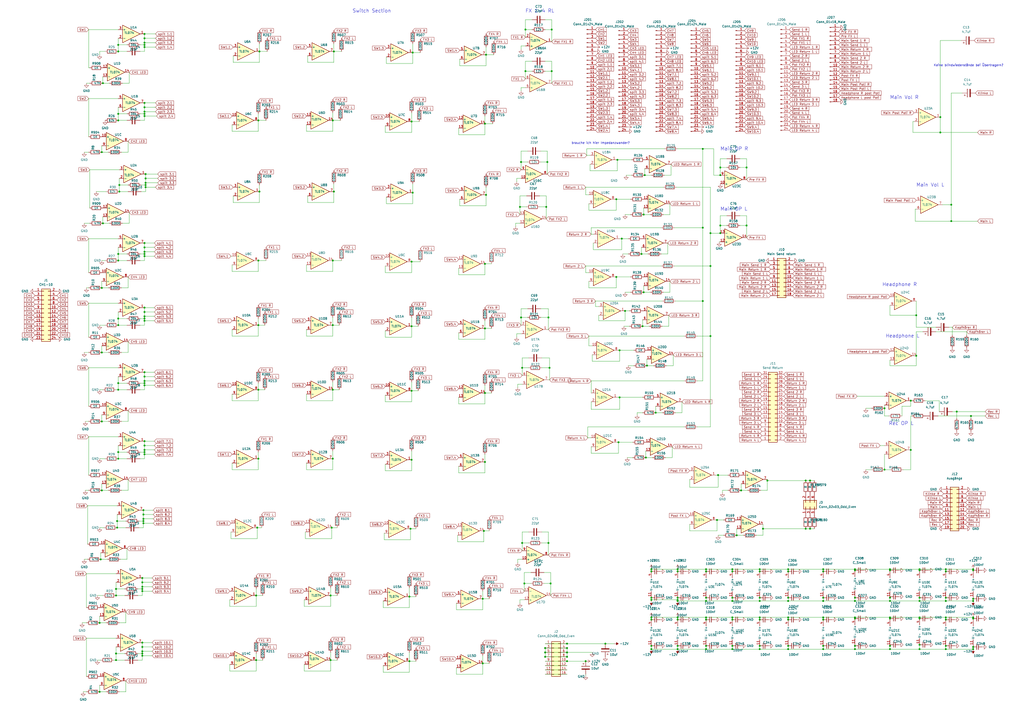
<source format=kicad_sch>
(kicad_sch (version 20211123) (generator eeschema)
  (paper "A2")
  (junction (at 373.38 124.46))
  (junction (at 548.64 348.615))
  (junction (at 445.135 278.765))
  (junction (at 83.82 178.435))
  (junction (at 533.4 348.615))
  (junction (at 551.815 118.745))
  (junction (at 304.8 41.275))
  (junction (at 564.515 358.775))
  (junction (at 533.4 346.71))
  (junction (at 84.455 106.045))
  (junction (at 238.125 306.705))
  (junction (at 328.93 383.54))
  (junction (at 495.935 358.14))
  (junction (at 548.64 358.14))
  (junction (at 191.77 345.44))
  (junction (at 440.69 330.2))
  (junction (at 316.23 381))
  (junction (at 149.86 188.595))
  (junction (at 359.41 230.505))
  (junction (at 409.575 358.14))
  (junction (at 372.11 147.32))
  (junction (at 551.815 128.27))
  (junction (at 564.515 375.285))
  (junction (at 281.94 113.03))
  (junction (at 469.9 278.765))
  (junction (at 440.69 374.65))
  (junction (at 424.815 359.41))
  (junction (at 477.52 358.14))
  (junction (at 416.56 275.59))
  (junction (at 548.64 330.2))
  (junction (at 237.49 346.075))
  (junction (at 238.76 189.23))
  (junction (at 150.495 29.845))
  (junction (at 82.55 379.095))
  (junction (at 533.4 374.015))
  (junction (at 440.69 331.47))
  (junction (at 377.825 359.41))
  (junction (at 393.065 358.14))
  (junction (at 351.155 373.38))
  (junction (at 528.32 260.985))
  (junction (at 84.455 103.505))
  (junction (at 83.82 222.25))
  (junction (at 548.64 359.41))
  (junction (at 380.365 239.395))
  (junction (at 83.185 295.91))
  (junction (at 424.815 346.71))
  (junction (at 440.69 359.41))
  (junction (at 477.52 331.47))
  (junction (at 281.94 31.75))
  (junction (at 237.49 383.54))
  (junction (at 424.815 331.47))
  (junction (at 316.23 375.92))
  (junction (at 457.2 376.555))
  (junction (at 302.26 184.15))
  (junction (at 407.67 174.625))
  (junction (at 83.82 263.525))
  (junction (at 457.2 359.41))
  (junction (at 316.865 120.015))
  (junction (at 533.4 376.555))
  (junction (at 495.935 376.555))
  (junction (at 533.4 358.14))
  (junction (at 83.82 19.685))
  (junction (at 84.455 108.585))
  (junction (at 149.86 151.13))
  (junction (at 513.08 272.415))
  (junction (at 377.825 331.47))
  (junction (at 409.575 376.555))
  (junction (at 457.2 346.71))
  (junction (at 531.495 206.375))
  (junction (at 82.55 377.825))
  (junction (at 82.55 335.28))
  (junction (at 238.76 70.485))
  (junction (at 533.4 330.2))
  (junction (at 318.135 314.96))
  (junction (at 375.285 212.09))
  (junction (at 68.58 262.255))
  (junction (at 424.815 330.2))
  (junction (at 82.55 375.285))
  (junction (at 59.055 244.475))
  (junction (at 83.185 300.99))
  (junction (at 477.52 330.2))
  (junction (at 564.515 348.615))
  (junction (at 377.825 346.71))
  (junction (at 358.14 92.71))
  (junction (at 191.77 382.905))
  (junction (at 68.58 226.06))
  (junction (at 433.07 97.155))
  (junction (at 67.945 302.26))
  (junction (at 531.495 182.88))
  (junction (at 372.745 189.23))
  (junction (at 83.185 303.53))
  (junction (at 302.895 213.36))
  (junction (at 424.815 374.65))
  (junction (at 457.2 374.65))
  (junction (at 83.82 262.255))
  (junction (at 193.04 266.065))
  (junction (at 357.505 160.655))
  (junction (at 469.9 306.705))
  (junction (at 374.015 101.6))
  (junction (at 193.675 111.125))
  (junction (at 516.255 376.555))
  (junction (at 495.935 358.775))
  (junction (at 193.675 29.845))
  (junction (at 59.055 167.005))
  (junction (at 59.055 284.48))
  (junction (at 528.32 232.41))
  (junction (at 440.69 346.71))
  (junction (at 193.04 151.13))
  (junction (at 412.115 135.255))
  (junction (at 83.82 183.515))
  (junction (at 415.925 301.625))
  (junction (at 412.115 154.305))
  (junction (at 409.575 374.65))
  (junction (at 84.455 107.315))
  (junction (at 457.2 358.14))
  (junction (at 83.82 146.05))
  (junction (at 393.065 374.65))
  (junction (at 281.305 227.965))
  (junction (at 467.36 306.705))
  (junction (at 68.58 66.04))
  (junction (at 359.41 203.2))
  (junction (at 281.305 71.755))
  (junction (at 457.2 330.2))
  (junction (at 149.86 226.06))
  (junction (at 84.455 100.965))
  (junction (at 67.31 382.905))
  (junction (at 83.82 260.985))
  (junction (at 393.065 346.71))
  (junction (at 429.895 284.48))
  (junction (at 548.64 346.71))
  (junction (at 239.395 30.48))
  (junction (at 554.99 238.76))
  (junction (at 317.5 93.98))
  (junction (at 328.93 373.38))
  (junction (at 377.825 347.98))
  (junction (at 477.52 346.71))
  (junction (at 69.215 107.315))
  (junction (at 149.86 69.85))
  (junction (at 239.395 111.76))
  (junction (at 82.55 372.745))
  (junction (at 417.83 97.155))
  (junction (at 281.305 153.035))
  (junction (at 440.69 376.555))
  (junction (at 83.82 184.785))
  (junction (at 377.825 374.65))
  (junction (at 67.31 341.63))
  (junction (at 545.465 67.945))
  (junction (at 424.815 358.14))
  (junction (at 548.64 331.47))
  (junction (at 328.93 381))
  (junction (at 83.185 298.45))
  (junction (at 68.58 26.035))
  (junction (at 68.58 151.13))
  (junction (at 83.82 66.04))
  (junction (at 280.035 384.81))
  (junction (at 339.725 383.54))
  (junction (at 548.64 376.555))
  (junction (at 83.82 147.32))
  (junction (at 68.58 184.785))
  (junction (at 533.4 358.775))
  (junction (at 360.68 138.43))
  (junction (at 563.245 241.3))
  (junction (at 516.255 346.71))
  (junction (at 409.575 330.2))
  (junction (at 83.82 26.035))
  (junction (at 318.135 184.15))
  (junction (at 409.575 331.47))
  (junction (at 377.825 358.14))
  (junction (at 301.625 120.015))
  (junction (at 281.305 267.97))
  (junction (at 516.255 374.65))
  (junction (at 393.065 331.47))
  (junction (at 69.215 111.125))
  (junction (at 362.585 180.34))
  (junction (at 68.58 147.32))
  (junction (at 302.895 314.96))
  (junction (at 67.945 306.07))
  (junction (at 59.055 88.265))
  (junction (at 83.82 218.44))
  (junction (at 393.065 359.41))
  (junction (at 83.82 143.51))
  (junction (at 149.86 266.065))
  (junction (at 457.2 348.615))
  (junction (at 67.31 345.44))
  (junction (at 377.825 330.2))
  (junction (at 319.405 338.455))
  (junction (at 495.935 346.71))
  (junction (at 417.83 130.81))
  (junction (at 393.065 330.2))
  (junction (at 57.785 401.32))
  (junction (at 417.83 101.6))
  (junction (at 564.515 330.835))
  (junction (at 83.82 22.225))
  (junction (at 393.065 376.555))
  (junction (at 148.59 345.44))
  (junction (at 424.815 348.615))
  (junction (at 564.515 347.345))
  (junction (at 320.04 17.145))
  (junction (at 409.575 348.615))
  (junction (at 82.55 337.82))
  (junction (at 328.93 375.92))
  (junction (at 193.04 226.06))
  (junction (at 59.055 204.47))
  (junction (at 192.405 306.07))
  (junction (at 417.83 135.255))
  (junction (at 238.76 151.765))
  (junction (at 357.505 115.57))
  (junction (at 68.58 29.845))
  (junction (at 516.255 330.2))
  (junction (at 83.82 258.445))
  (junction (at 407.67 86.36))
  (junction (at 304.8 17.145))
  (junction (at 424.815 376.555))
  (junction (at 495.935 348.615))
  (junction (at 82.55 380.365))
  (junction (at 440.69 358.14))
  (junction (at 320.04 41.275))
  (junction (at 304.165 338.455))
  (junction (at 57.785 361.315))
  (junction (at 280.035 347.345))
  (junction (at 407.67 132.08))
  (junction (at 409.575 359.41))
  (junction (at 495.935 374.65))
  (junction (at 477.52 376.555))
  (junction (at 83.82 24.765))
  (junction (at 377.825 376.555))
  (junction (at 373.38 169.545))
  (junction (at 457.2 331.47))
  (junction (at 393.065 347.98))
  (junction (at 58.42 324.485))
  (junction (at 477.52 359.41))
  (junction (at 495.935 330.2))
  (junction (at 516.255 358.14))
  (junction (at 328.93 378.46))
  (junction (at 238.76 266.7))
  (junction (at 477.52 348.615))
  (junction (at 83.82 140.97))
  (junction (at 516.255 330.835))
  (junction (at 440.69 348.615))
  (junction (at 68.58 266.065))
  (junction (at 238.76 226.695))
  (junction (at 477.52 374.65))
  (junction (at 150.495 111.125))
  (junction (at 495.935 330.835))
  (junction (at 545.465 76.835))
  (junction (at 442.595 306.705))
  (junction (at 393.065 348.615))
  (junction (at 83.82 62.23))
  (junction (at 82.55 341.63))
  (junction (at 83.82 67.31))
  (junction (at 533.4 330.835))
  (junction (at 374.65 265.43))
  (junction (at 59.69 48.26))
  (junction (at 358.775 256.54))
  (junction (at 68.58 222.25))
  (junction (at 67.31 379.095))
  (junction (at 83.185 302.26))
  (junction (at 83.82 215.9))
  (junction (at 148.59 382.905))
  (junction (at 59.69 129.54))
  (junction (at 83.82 64.77))
  (junction (at 316.23 378.46))
  (junction (at 427.355 310.515))
  (junction (at 513.08 236.855))
  (junction (at 83.82 223.52))
  (junction (at 82.55 342.9))
  (junction (at 83.82 59.69))
  (junction (at 280.67 307.975))
  (junction (at 83.82 148.59))
  (junction (at 193.04 188.595))
  (junction (at 467.36 278.765))
  (junction (at 68.58 69.85))
  (junction (at 83.82 220.98))
  (junction (at 302.26 93.98))
  (junction (at 82.55 340.36))
  (junction (at 564.515 330.2))
  (junction (at 83.82 186.055))
  (junction (at 409.575 346.71))
  (junction (at 548.64 374.65))
  (junction (at 83.82 255.905))
  (junction (at 149.225 306.07))
  (junction (at 412.115 194.945))
  (junction (at 318.77 213.36))
  (junction (at 281.305 190.5))
  (junction (at 83.82 27.305))
  (junction (at 564.515 376.555))
  (junction (at 68.58 188.595))
  (junction (at 83.82 180.975))
  (junction (at 193.04 69.85))
  (junction (at 516.255 358.775))
  (junction (at 564.515 358.14))
  (junction (at 516.255 348.615))
  (junction (at 433.07 130.81))
  (wire (pts (xy 564.515 358.775) (xy 564.515 358.14)))
  (wire (pts (xy 134.62 268.605) (xy 134.62 272.415)))
  (wire (pts (xy 424.815 376.555) (xy 424.815 374.65)))
  (wire (pts (xy 149.86 66.04) (xy 149.86 69.85)))
  (wire (pts (xy 51.435 17.145) (xy 68.58 17.145)))
  (wire (pts (xy 281.94 108.585) (xy 281.94 113.03)))
  (wire (pts (xy 477.52 358.14) (xy 495.935 358.14)))
  (wire (pts (xy 73.66 66.04) (xy 68.58 66.04)))
  (wire (pts (xy 314.325 213.36) (xy 318.77 213.36)))
  (wire (pts (xy 313.055 113.665) (xy 316.865 113.665)))
  (wire (pts (xy 551.815 53.975) (xy 551.815 118.745)))
  (wire (pts (xy 412.115 154.305) (xy 412.115 194.945)))
  (wire (pts (xy 59.055 284.48) (xy 62.865 284.48)))
  (wire (pts (xy 237.49 340.995) (xy 237.49 346.075)))
  (wire (pts (xy 82.55 380.365) (xy 88.265 380.365)))
  (wire (pts (xy 52.07 98.425) (xy 52.07 120.65)))
  (wire (pts (xy 302.26 50.8) (xy 304.8 50.8)))
  (wire (pts (xy 83.185 298.45) (xy 83.185 295.91)))
  (wire (pts (xy 427.355 306.705) (xy 427.355 310.515)))
  (wire (pts (xy 342.9 254) (xy 340.995 254)))
  (wire (pts (xy 82.55 380.365) (xy 82.55 379.095)))
  (wire (pts (xy 83.185 300.99) (xy 88.9 300.99)))
  (wire (pts (xy 358.14 256.54) (xy 358.775 256.54)))
  (wire (pts (xy 266.7 38.1) (xy 281.94 38.1)))
  (wire (pts (xy 414.02 86.36) (xy 407.67 86.36)))
  (wire (pts (xy 564.515 358.14) (xy 548.64 358.14)))
  (wire (pts (xy 341.63 167.005) (xy 357.505 167.005)))
  (wire (pts (xy 50.165 361.315) (xy 47.625 361.315)))
  (wire (pts (xy 533.4 358.14) (xy 516.255 358.14)))
  (wire (pts (xy 81.28 188.595) (xy 83.82 188.595)))
  (wire (pts (xy 224.155 114.3) (xy 224.155 118.11)))
  (wire (pts (xy 193.675 25.4) (xy 193.675 29.845)))
  (wire (pts (xy 81.28 184.785) (xy 83.82 184.785)))
  (wire (pts (xy 238.76 184.15) (xy 238.76 189.23)))
  (wire (pts (xy 545.465 23.495) (xy 545.465 67.945)))
  (wire (pts (xy 427.355 310.515) (xy 431.165 310.515)))
  (wire (pts (xy 433.07 97.155) (xy 433.07 104.14)))
  (wire (pts (xy 442.595 306.705) (xy 442.595 304.165)))
  (wire (pts (xy 302.26 28.575) (xy 302.26 26.67)))
  (wire (pts (xy 51.435 79.375) (xy 51.435 57.15)))
  (wire (pts (xy 81.28 29.845) (xy 83.82 29.845)))
  (wire (pts (xy 495.935 346.075) (xy 495.935 346.71)))
  (wire (pts (xy 495.935 376.555) (xy 516.255 376.555)))
  (wire (pts (xy 387.985 189.23) (xy 387.985 182.88)))
  (wire (pts (xy 516.255 348.615) (xy 533.4 348.615)))
  (wire (pts (xy 442.595 310.515) (xy 442.595 306.705)))
  (wire (pts (xy 445.135 278.13) (xy 445.135 278.765)))
  (wire (pts (xy 224.155 33.02) (xy 224.155 36.83)))
  (wire (pts (xy 150.495 29.845) (xy 154.94 29.845)))
  (wire (pts (xy 73.66 324.485) (xy 73.66 318.135)))
  (wire (pts (xy 152.4 382.905) (xy 148.59 382.905)))
  (wire (pts (xy 409.575 330.2) (xy 393.065 330.2)))
  (wire (pts (xy 424.815 358.14) (xy 424.815 359.41)))
  (wire (pts (xy 74.295 244.475) (xy 74.295 238.125)))
  (wire (pts (xy 457.2 358.14) (xy 477.52 358.14)))
  (wire (pts (xy 191.77 378.46) (xy 191.77 382.905)))
  (wire (pts (xy 83.82 186.055) (xy 83.82 184.785)))
  (wire (pts (xy 193.675 29.845) (xy 193.675 36.195)))
  (wire (pts (xy 417.83 130.81) (xy 417.83 135.255)))
  (wire (pts (xy 393.065 376.555) (xy 409.575 376.555)))
  (wire (pts (xy 81.915 107.315) (xy 84.455 107.315)))
  (wire (pts (xy 133.35 351.79) (xy 148.59 351.79)))
  (wire (pts (xy 280.035 384.81) (xy 280.035 391.16)))
  (wire (pts (xy 388.62 169.545) (xy 388.62 163.195)))
  (wire (pts (xy 281.305 267.97) (xy 281.305 274.32)))
  (wire (pts (xy 68.58 184.785) (xy 68.58 180.975)))
  (wire (pts (xy 409.575 358.14) (xy 409.575 359.41)))
  (wire (pts (xy 409.575 330.2) (xy 409.575 331.47)))
  (wire (pts (xy 69.85 324.485) (xy 73.66 324.485)))
  (wire (pts (xy 552.45 238.76) (xy 554.99 238.76)))
  (wire (pts (xy 239.395 106.68) (xy 239.395 111.76)))
  (wire (pts (xy 564.515 347.345) (xy 564.515 348.615)))
  (wire (pts (xy 266.7 119.38) (xy 281.94 119.38)))
  (wire (pts (xy 531.495 192.405) (xy 535.305 192.405)))
  (wire (pts (xy 73.66 151.13) (xy 68.58 151.13)))
  (wire (pts (xy 74.93 129.54) (xy 74.93 123.19)))
  (wire (pts (xy 56.515 345.44) (xy 59.69 345.44)))
  (wire (pts (xy 358.775 203.2) (xy 359.41 203.2)))
  (wire (pts (xy 58.42 382.905) (xy 56.515 382.905)))
  (wire (pts (xy 563.245 241.3) (xy 571.5 241.3)))
  (wire (pts (xy 149.86 184.785) (xy 149.86 188.595)))
  (wire (pts (xy 412.115 135.255) (xy 412.115 154.305)))
  (wire (pts (xy 81.28 66.04) (xy 83.82 66.04)))
  (wire (pts (xy 357.505 115.57) (xy 365.76 115.57)))
  (wire (pts (xy 516.255 376.555) (xy 533.4 376.555)))
  (wire (pts (xy 356.87 115.57) (xy 357.505 115.57)))
  (wire (pts (xy 533.4 376.555) (xy 548.64 376.555)))
  (wire (pts (xy 395.605 239.395) (xy 395.605 233.045)))
  (wire (pts (xy 516.255 374.65) (xy 516.255 376.555)))
  (wire (pts (xy 67.31 341.63) (xy 67.31 337.82)))
  (wire (pts (xy 281.305 223.52) (xy 281.305 227.965)))
  (wire (pts (xy 178.435 36.195) (xy 193.675 36.195)))
  (wire (pts (xy 342.9 233.045) (xy 342.9 237.49)))
  (wire (pts (xy 340.36 86.36) (xy 385.445 86.36)))
  (wire (pts (xy 83.82 183.515) (xy 83.82 180.975)))
  (wire (pts (xy 516.255 358.775) (xy 516.255 358.14)))
  (wire (pts (xy 440.69 330.2) (xy 457.2 330.2)))
  (wire (pts (xy 70.485 88.265) (xy 74.295 88.265)))
  (wire (pts (xy 134.62 194.945) (xy 149.86 194.945)))
  (wire (pts (xy 477.52 330.2) (xy 477.52 331.47)))
  (wire (pts (xy 516.255 177.165) (xy 516.255 182.88)))
  (wire (pts (xy 280.035 342.9) (xy 280.035 347.345)))
  (wire (pts (xy 393.065 358.14) (xy 409.575 358.14)))
  (wire (pts (xy 409.575 348.615) (xy 409.575 346.71)))
  (wire (pts (xy 516.255 331.47) (xy 516.255 330.835)))
  (wire (pts (xy 347.345 182.88) (xy 347.345 186.055)))
  (wire (pts (xy 516.255 330.835) (xy 516.255 330.2)))
  (wire (pts (xy 342.9 220.98) (xy 396.875 220.98)))
  (wire (pts (xy 529.59 76.835) (xy 545.465 76.835)))
  (wire (pts (xy 372.11 143.51) (xy 372.11 147.32)))
  (wire (pts (xy 50.165 401.32) (xy 48.26 401.32)))
  (wire (pts (xy 316.23 378.46) (xy 328.93 378.46)))
  (wire (pts (xy 68.58 262.255) (xy 68.58 258.445)))
  (wire (pts (xy 316.23 375.92) (xy 328.93 375.92)))
  (wire (pts (xy 266.065 193.04) (xy 266.065 196.85)))
  (wire (pts (xy 306.07 179.07) (xy 302.26 179.07)))
  (wire (pts (xy 81.28 69.85) (xy 83.82 69.85)))
  (wire (pts (xy 51.435 175.895) (xy 51.435 195.58)))
  (wire (pts (xy 548.64 330.2) (xy 548.64 331.47)))
  (wire (pts (xy 266.065 270.51) (xy 266.065 274.32)))
  (wire (pts (xy 59.69 129.54) (xy 63.5 129.54)))
  (wire (pts (xy 193.675 29.845) (xy 198.12 29.845)))
  (wire (pts (xy 415.29 301.625) (xy 415.925 301.625)))
  (wire (pts (xy 68.58 213.36) (xy 51.435 213.36)))
  (wire (pts (xy 59.055 88.265) (xy 62.865 88.265)))
  (wire (pts (xy 83.82 218.44) (xy 83.82 215.9)))
  (wire (pts (xy 404.495 220.98) (xy 407.67 220.98)))
  (wire (pts (xy 82.55 377.825) (xy 88.265 377.825)))
  (wire (pts (xy 313.69 87.63) (xy 317.5 87.63)))
  (wire (pts (xy 83.82 66.04) (xy 83.82 64.77)))
  (wire (pts (xy 304.8 17.145) (xy 308.61 17.145)))
  (wire (pts (xy 362.585 180.34) (xy 362.585 186.055)))
  (wire (pts (xy 84.455 106.045) (xy 91.44 106.045)))
  (wire (pts (xy 81.915 111.125) (xy 84.455 111.125)))
  (wire (pts (xy 283.845 307.975) (xy 280.67 307.975)))
  (wire (pts (xy 83.82 64.77) (xy 90.17 64.77)))
  (wire (pts (xy 545.465 67.945) (xy 545.465 76.835)))
  (wire (pts (xy 316.23 381) (xy 328.93 381)))
  (wire (pts (xy 513.08 263.525) (xy 513.08 272.415)))
  (wire (pts (xy 302.26 87.63) (xy 302.26 93.98)))
  (wire (pts (xy 433.07 125.095) (xy 433.07 130.81)))
  (wire (pts (xy 177.8 194.945) (xy 193.04 194.945)))
  (wire (pts (xy 516.255 346.71) (xy 516.255 346.075)))
  (wire (pts (xy 317.5 93.98) (xy 317.5 100.965)))
  (wire (pts (xy 82.55 372.745) (xy 88.265 372.745)))
  (wire (pts (xy 68.58 188.595) (xy 68.58 184.785)))
  (wire (pts (xy 341.63 194.945) (xy 396.875 194.945)))
  (wire (pts (xy 300.355 222.885) (xy 302.895 222.885)))
  (wire (pts (xy 72.39 382.905) (xy 67.31 382.905)))
  (wire (pts (xy 82.55 375.285) (xy 88.265 375.285)))
  (wire (pts (xy 73.66 226.06) (xy 68.58 226.06)))
  (wire (pts (xy 564.515 330.835) (xy 564.515 330.2)))
  (wire (pts (xy 83.82 24.765) (xy 83.82 22.225)))
  (wire (pts (xy 359.41 203.2) (xy 367.665 203.2)))
  (wire (pts (xy 59.055 163.195) (xy 59.055 167.005)))
  (wire (pts (xy 372.11 147.32) (xy 375.92 147.32)))
  (wire (pts (xy 81.28 26.035) (xy 83.82 26.035)))
  (wire (pts (xy 176.53 347.98) (xy 176.53 351.79)))
  (wire (pts (xy 513.08 236.855) (xy 513.08 241.3)))
  (wire (pts (xy 342.9 135.89) (xy 344.17 135.89)))
  (wire (pts (xy 391.16 154.305) (xy 412.115 154.305)))
  (wire (pts (xy 51.435 138.43) (xy 68.58 138.43)))
  (wire (pts (xy 83.82 180.975) (xy 83.82 178.435)))
  (wire (pts (xy 388.62 124.46) (xy 388.62 118.11)))
  (wire (pts (xy 133.985 308.61) (xy 133.985 312.42)))
  (wire (pts (xy 377.825 330.2) (xy 393.065 330.2)))
  (wire (pts (xy 83.82 27.305) (xy 90.17 27.305)))
  (wire (pts (xy 238.76 70.485) (xy 243.205 70.485)))
  (wire (pts (xy 83.82 19.685) (xy 90.17 19.685)))
  (wire (pts (xy 342.9 132.08) (xy 383.54 132.08)))
  (wire (pts (xy 316.23 35.56) (xy 320.04 35.56)))
  (wire (pts (xy 417.83 125.095) (xy 417.83 130.81)))
  (wire (pts (xy 299.72 103.505) (xy 302.26 103.505)))
  (wire (pts (xy 83.82 22.225) (xy 83.82 19.685)))
  (wire (pts (xy 83.185 303.53) (xy 88.9 303.53)))
  (wire (pts (xy 83.82 143.51) (xy 89.535 143.51)))
  (wire (pts (xy 302.895 207.645) (xy 302.895 213.36)))
  (wire (pts (xy 134.62 228.6) (xy 134.62 232.41)))
  (wire (pts (xy 72.39 341.63) (xy 67.31 341.63)))
  (wire (pts (xy 223.52 73.025) (xy 223.52 76.835)))
  (wire (pts (xy 393.065 376.555) (xy 393.065 374.65)))
  (wire (pts (xy 67.31 226.06) (xy 68.58 226.06)))
  (wire (pts (xy 339.725 154.305) (xy 383.54 154.305)))
  (wire (pts (xy 177.8 157.48) (xy 193.04 157.48)))
  (wire (pts (xy 80.01 345.44) (xy 82.55 345.44)))
  (wire (pts (xy 84.455 111.125) (xy 84.455 108.585)))
  (wire (pts (xy 516.255 208.915) (xy 516.255 212.09)))
  (wire (pts (xy 83.185 302.26) (xy 83.185 300.99)))
  (wire (pts (xy 385.445 101.6) (xy 389.255 101.6)))
  (wire (pts (xy 362.585 180.34) (xy 365.125 180.34)))
  (wire (pts (xy 377.825 330.2) (xy 377.825 331.47)))
  (wire (pts (xy 73.025 302.26) (xy 67.945 302.26)))
  (wire (pts (xy 242.57 226.695) (xy 238.76 226.695)))
  (wire (pts (xy 372.745 185.42) (xy 372.745 189.23)))
  (wire (pts (xy 82.55 342.9) (xy 82.55 341.63)))
  (wire (pts (xy 340.995 247.65) (xy 396.875 247.65)))
  (wire (pts (xy 302.895 213.36) (xy 306.705 213.36)))
  (wire (pts (xy 328.93 378.46) (xy 328.93 375.92)))
  (wire (pts (xy 73.66 222.25) (xy 68.58 222.25)))
  (wire (pts (xy 68.58 253.365) (xy 51.435 253.365)))
  (wire (pts (xy 347.345 177.8) (xy 345.44 177.8)))
  (wire (pts (xy 345.44 177.8) (xy 345.44 174.625)))
  (wire (pts (xy 433.07 92.075) (xy 433.07 97.155)))
  (wire (pts (xy 495.935 330.2) (xy 516.255 330.2)))
  (wire (pts (xy 281.305 71.755) (xy 281.305 78.105)))
  (wire (pts (xy 81.28 226.06) (xy 83.82 226.06)))
  (wire (pts (xy 301.625 113.665) (xy 301.625 120.015)))
  (wire (pts (xy 238.76 266.7) (xy 238.76 273.05)))
  (wire (pts (xy 134.62 191.135) (xy 134.62 194.945)))
  (wire (pts (xy 191.77 345.44) (xy 191.77 351.79)))
  (wire (pts (xy 404.495 194.945) (xy 412.115 194.945)))
  (wire (pts (xy 319.405 338.455) (xy 319.405 345.44)))
  (wire (pts (xy 177.8 76.2) (xy 193.04 76.2)))
  (wire (pts (xy 374.65 261.62) (xy 374.65 265.43)))
  (wire (pts (xy 57.785 306.07) (xy 60.325 306.07)))
  (wire (pts (xy 237.49 383.54) (xy 237.49 389.89)))
  (wire (pts (xy 68.58 147.32) (xy 68.58 143.51)))
  (wire (pts (xy 502.285 236.855) (xy 505.46 236.855)))
  (wire (pts (xy 314.325 207.645) (xy 318.77 207.645)))
  (wire (pts (xy 386.08 265.43) (xy 389.89 265.43)))
  (wire (pts (xy 516.255 346.71) (xy 516.255 348.615)))
  (wire (pts (xy 373.38 165.735) (xy 373.38 169.545)))
  (wire (pts (xy 177.8 272.415) (xy 193.04 272.415)))
  (wire (pts (xy 223.52 233.045) (xy 238.76 233.045)))
  (wire (pts (xy 358.775 262.89) (xy 358.775 256.54)))
  (wire (pts (xy 531.495 174.625) (xy 531.495 182.88)))
  (wire (pts (xy 148.59 379.095) (xy 148.59 382.905)))
  (wire (pts (xy 51.435 138.43) (xy 51.435 158.115)))
  (wire (pts (xy 83.82 266.065) (xy 83.82 263.525)))
  (wire (pts (xy 343.535 378.46) (xy 328.93 378.46)))
  (wire (pts (xy 223.52 154.305) (xy 223.52 158.115)))
  (wire (pts (xy 84.455 103.505) (xy 91.44 103.505)))
  (wire (pts (xy 304.165 332.105) (xy 304.165 338.455)))
  (wire (pts (xy 82.55 335.28) (xy 88.265 335.28)))
  (wire (pts (xy 51.435 175.895) (xy 68.58 175.895)))
  (wire (pts (xy 51.435 167.005) (xy 50.165 167.005)))
  (wire (pts (xy 223.52 76.835) (xy 238.76 76.835)))
  (wire (pts (xy 457.2 376.555) (xy 457.2 374.65)))
  (wire (pts (xy 68.58 69.85) (xy 68.58 66.04)))
  (wire (pts (xy 237.49 346.075) (xy 237.49 352.425)))
  (wire (pts (xy 51.435 213.36) (xy 51.435 235.585)))
  (wire (pts (xy 495.935 358.14) (xy 516.255 358.14)))
  (wire (pts (xy 302.26 93.98) (xy 306.07 93.98)))
  (wire (pts (xy 457.2 358.14) (xy 457.2 359.41)))
  (wire (pts (xy 149.225 306.07) (xy 149.225 312.42)))
  (wire (pts (xy 83.82 183.515) (xy 89.535 183.515)))
  (wire (pts (xy 424.815 348.615) (xy 424.815 346.71)))
  (wire (pts (xy 238.125 306.705) (xy 238.125 313.055)))
  (wire (pts (xy 73.66 29.845) (xy 68.58 29.845)))
  (wire (pts (xy 83.82 258.445) (xy 89.535 258.445)))
  (wire (pts (xy 433.07 97.155) (xy 429.26 97.155)))
  (wire (pts (xy 73.66 147.32) (xy 68.58 147.32)))
  (wire (pts (xy 80.645 306.07) (xy 83.185 306.07)))
  (wire (pts (xy 193.04 69.85) (xy 197.485 69.85)))
  (wire (pts (xy 50.8 324.485) (xy 48.895 324.485)))
  (wire (pts (xy 151.765 306.07) (xy 149.225 306.07)))
  (wire (pts (xy 83.82 263.525) (xy 83.82 262.255)))
  (wire (pts (xy 67.31 382.905) (xy 67.31 379.095)))
  (wire (pts (xy 551.815 53.975) (xy 558.165 53.975)))
  (wire (pts (xy 440.69 358.14) (xy 440.69 359.41)))
  (wire (pts (xy 238.76 226.695) (xy 238.76 233.045)))
  (wire (pts (xy 83.82 29.845) (xy 83.82 27.305)))
  (wire (pts (xy 302.26 184.15) (xy 306.07 184.15)))
  (wire (pts (xy 57.785 401.32) (xy 61.595 401.32)))
  (wire (pts (xy 429.895 284.48) (xy 433.705 284.48)))
  (wire (pts (xy 281.305 190.5) (xy 281.305 196.85)))
  (wire (pts (xy 469.9 278.765) (xy 467.36 278.765)))
  (wire (pts (xy 59.055 200.66) (xy 59.055 204.47)))
  (wire (pts (xy 238.76 261.62) (xy 238.76 266.7)))
  (wire (pts (xy 59.055 151.13) (xy 60.96 151.13)))
  (wire (pts (xy 177.8 72.39) (xy 177.8 76.2)))
  (wire (pts (xy 193.04 226.06) (xy 193.04 232.41)))
  (wire (pts (xy 386.715 212.09) (xy 390.525 212.09)))
  (wire (pts (xy 302.26 184.15) (xy 302.26 188.595)))
  (wire (pts (xy 177.8 228.6) (xy 177.8 232.41)))
  (wire (pts (xy 83.82 27.305) (xy 83.82 26.035)))
  (wire (pts (xy 83.185 306.07) (xy 83.185 303.53)))
  (wire (pts (xy 564.515 375.285) (xy 564.515 376.555)))
  (wire (pts (xy 52.07 129.54) (xy 48.895 129.54)))
  (wire (pts (xy 60.96 29.845) (xy 57.785 29.845)))
  (wire (pts (xy 73.66 69.85) (xy 68.58 69.85)))
  (wire (pts (xy 393.065 86.36) (xy 407.67 86.36)))
  (wire (pts (xy 363.855 265.43) (xy 367.03 265.43)))
  (wire (pts (xy 81.28 147.32) (xy 83.82 147.32)))
  (wire (pts (xy 564.515 374.65) (xy 564.515 375.285)))
  (wire (pts (xy 80.645 302.26) (xy 83.185 302.26)))
  (wire (pts (xy 80.01 379.095) (xy 82.55 379.095)))
  (wire (pts (xy 416.56 275.59) (xy 416.56 282.575)))
  (wire (pts (xy 495.935 358.775) (xy 495.935 358.14)))
  (wire (pts (xy 359.41 138.43) (xy 360.68 138.43)))
  (wire (pts (xy 389.255 101.6) (xy 389.255 95.25)))
  (wire (pts (xy 50.165 370.205) (xy 50.165 392.43)))
  (wire (pts (xy 407.67 86.36) (xy 407.67 132.08)))
  (wire (pts (xy 530.86 128.27) (xy 551.815 128.27)))
  (wire (pts (xy 567.055 128.27) (xy 551.815 128.27)))
  (wire (pts (xy 356.87 160.655) (xy 357.505 160.655)))
  (wire (pts (xy 83.185 303.53) (xy 83.185 302.26)))
  (wire (pts (xy 83.82 69.85) (xy 83.82 67.31)))
  (wire (pts (xy 83.82 184.785) (xy 83.82 183.515)))
  (wire (pts (xy 341.63 113.03) (xy 339.725 113.03)))
  (wire (pts (xy 177.8 153.67) (xy 177.8 157.48)))
  (wire (pts (xy 377.825 347.98) (xy 377.825 346.71)))
  (wire (pts (xy 149.86 188.595) (xy 149.86 194.945)))
  (wire (pts (xy 304.8 11.43) (xy 304.8 17.145)))
  (wire (pts (xy 83.185 295.91) (xy 88.9 295.91)))
  (wire (pts (xy 528.32 232.41) (xy 528.955 232.41)))
  (wire (pts (xy 551.815 118.745) (xy 551.815 128.27)))
  (wire (pts (xy 55.88 111.125) (xy 61.595 111.125)))
  (wire (pts (xy 317.5 87.63) (xy 317.5 93.98)))
  (wire (pts (xy 222.25 389.89) (xy 237.49 389.89)))
  (wire (pts (xy 266.065 78.105) (xy 281.305 78.105)))
  (wire (pts (xy 495.935 374.65) (xy 495.935 376.555)))
  (wire (pts (xy 429.26 92.075) (xy 433.07 92.075)))
  (wire (pts (xy 417.195 140.335) (xy 417.83 140.335)))
  (wire (pts (xy 59.055 167.005) (xy 62.865 167.005)))
  (wire (pts (xy 533.4 374.015) (xy 533.4 376.555)))
  (wire (pts (xy 83.82 260.985) (xy 89.535 260.985)))
  (wire (pts (xy 414.02 101.6) (xy 417.83 101.6)))
  (wire (pts (xy 148.59 341.63) (xy 148.59 345.44)))
  (wire (pts (xy 59.69 44.45) (xy 59.69 48.26)))
  (wire (pts (xy 266.065 159.385) (xy 281.305 159.385)))
  (wire (pts (xy 149.86 262.255) (xy 149.86 266.065)))
  (wire (pts (xy 177.8 268.605) (xy 177.8 272.415)))
  (wire (pts (xy 280.035 380.365) (xy 280.035 384.81)))
  (wire (pts (xy 359.41 230.505) (xy 372.745 230.505)))
  (wire (pts (xy 384.81 124.46) (xy 388.62 124.46)))
  (wire (pts (xy 533.4 348.615) (xy 548.64 348.615)))
  (wire (pts (xy 59.055 280.67) (xy 59.055 284.48)))
  (wire (pts (xy 415.925 301.625) (xy 419.735 301.625)))
  (wire (pts (xy 83.82 226.06) (xy 83.82 223.52)))
  (wire (pts (xy 68.58 226.06) (xy 68.58 222.25)))
  (wire (pts (xy 343.535 205.74) (xy 343.535 209.55)))
  (wire (pts (xy 318.135 314.96) (xy 318.135 321.945)))
  (wire (pts (xy 551.815 118.745) (xy 546.735 118.745)))
  (wire (pts (xy 192.405 306.07) (xy 192.405 312.42)))
  (wire (pts (xy 83.185 298.45) (xy 88.9 298.45)))
  (wire (pts (xy 416.56 310.515) (xy 419.735 310.515)))
  (wire (pts (xy 73.66 266.065) (xy 68.58 266.065)))
  (wire (pts (xy 68.58 151.13) (xy 68.58 147.32)))
  (wire (pts (xy 531.495 206.375) (xy 531.495 212.09)))
  (wire (pts (xy 264.795 387.35) (xy 264.795 391.16)))
  (wire (pts (xy 82.55 340.36) (xy 88.265 340.36)))
  (wire (pts (xy 377.825 376.555) (xy 393.065 376.555)))
  (wire (pts (xy 70.485 244.475) (xy 74.295 244.475)))
  (wire (pts (xy 523.24 235.585) (xy 528.32 235.585)))
  (wire (pts (xy 302.26 26.67) (xy 304.8 26.67)))
  (wire (pts (xy 563.245 242.57) (xy 563.245 241.3)))
  (wire (pts (xy 84.455 108.585) (xy 84.455 107.315)))
  (wire (pts (xy 457.2 348.615) (xy 457.2 346.71)))
  (wire (pts (xy 495.935 346.71) (xy 495.935 348.615)))
  (wire (pts (xy 195.58 345.44) (xy 191.77 345.44)))
  (wire (pts (xy 82.55 345.44) (xy 82.55 342.9)))
  (wire (pts (xy 149.86 266.065) (xy 149.86 272.415)))
  (wire (pts (xy 533.4 330.2) (xy 516.255 330.2)))
  (wire (pts (xy 238.76 189.23) (xy 238.76 195.58)))
  (wire (pts (xy 400.05 278.13) (xy 400.05 282.575)))
  (wire (pts (xy 457.2 330.2) (xy 477.52 330.2)))
  (wire (pts (xy 81.28 222.25) (xy 83.82 222.25)))
  (wire (pts (xy 73.66 184.785) (xy 68.58 184.785)))
  (wire (pts (xy 222.25 352.425) (xy 237.49 352.425)))
  (wire (pts (xy 193.04 151.13) (xy 198.12 151.13)))
  (wire (pts (xy 302.895 314.96) (xy 302.895 319.405)))
  (wire (pts (xy 193.04 65.405) (xy 193.04 69.85)))
  (wire (pts (xy 469.9 306.705) (xy 472.44 306.705)))
  (wire (pts (xy 564.515 330.2) (xy 548.64 330.2)))
  (wire (pts (xy 400.05 307.975) (xy 415.925 307.975)))
  (wire (pts (xy 548.64 346.71) (xy 548.64 348.615)))
  (wire (pts (xy 50.165 332.74) (xy 50.165 352.425)))
  (wire (pts (xy 83.82 146.05) (xy 89.535 146.05)))
  (wire (pts (xy 196.85 226.06) (xy 193.04 226.06)))
  (wire (pts (xy 316.23 378.46) (xy 316.23 381)))
  (wire (pts (xy 193.04 221.615) (xy 193.04 226.06)))
  (wire (pts (xy 440.69 358.14) (xy 457.2 358.14)))
  (wire (pts (xy 319.405 338.455) (xy 315.595 338.455)))
  (wire (pts (xy 239.395 30.48) (xy 239.395 36.83)))
  (wire (pts (xy 299.085 131.445) (xy 299.085 129.54)))
  (wire (pts (xy 135.255 36.195) (xy 150.495 36.195)))
  (wire (pts (xy 177.165 308.61) (xy 177.165 312.42)))
  (wire (pts (xy 441.325 284.48) (xy 445.135 284.48)))
  (wire (pts (xy 316.865 120.015) (xy 316.865 127)))
  (wire (pts (xy 495.935 330.835) (xy 495.935 330.2)))
  (wire (pts (xy 80.01 382.905) (xy 82.55 382.905)))
  (wire (pts (xy 74.295 167.005) (xy 74.295 160.655)))
  (wire (pts (xy 241.3 383.54) (xy 237.49 383.54)))
  (wire (pts (xy 73.025 361.315) (xy 73.025 354.965)))
  (wire (pts (xy 59.69 125.73) (xy 59.69 129.54)))
  (wire (pts (xy 302.26 93.98) (xy 302.26 98.425)))
  (wire (pts (xy 239.395 111.76) (xy 239.395 118.11)))
  (wire (pts (xy 317.5 93.98) (xy 313.69 93.98)))
  (wire (pts (xy 400.05 282.575) (xy 416.56 282.575)))
  (wire (pts (xy 318.77 207.645) (xy 318.77 213.36)))
  (wire (pts (xy 178.435 113.665) (xy 178.435 117.475)))
  (wire (pts (xy 51.435 284.48) (xy 49.53 284.48)))
  (wire (pts (xy 67.945 302.26) (xy 67.945 298.45)))
  (wire (pts (xy 51.435 88.265) (xy 48.895 88.265)))
  (wire (pts (xy 177.8 191.135) (xy 177.8 194.945)))
  (wire (pts (xy 82.55 382.905) (xy 82.55 380.365)))
  (wire (pts (xy 372.745 189.23) (xy 376.555 189.23)))
  (wire (pts (xy 554.99 238.76) (xy 554.99 242.57)))
  (wire (pts (xy 70.485 167.005) (xy 74.295 167.005)))
  (wire (pts (xy 445.135 278.765) (xy 445.135 284.48)))
  (wire (pts (xy 178.435 32.385) (xy 178.435 36.195)))
  (wire (pts (xy 193.04 188.595) (xy 193.04 194.945)))
  (wire (pts (xy 301.625 349.885) (xy 301.625 347.98)))
  (wire (pts (xy 306.705 207.645) (xy 302.895 207.645)))
  (wire (pts (xy 133.35 389.255) (xy 148.59 389.255)))
  (wire (pts (xy 264.795 391.16) (xy 280.035 391.16)))
  (wire (pts (xy 299.72 105.41) (xy 299.72 103.505)))
  (wire (pts (xy 224.155 118.11) (xy 239.395 118.11)))
  (wire (pts (xy 424.815 358.14) (xy 440.69 358.14)))
  (wire (pts (xy 304.8 41.275) (xy 308.61 41.275)))
  (wire (pts (xy 533.4 331.47) (xy 533.4 330.835)))
  (wire (pts (xy 369.57 239.395) (xy 372.745 239.395)))
  (wire (pts (xy 66.04 382.905) (xy 67.31 382.905)))
  (wire (pts (xy 224.155 36.83) (xy 239.395 36.83)))
  (wire (pts (xy 416.56 275.59) (xy 422.275 275.59)))
  (wire (pts (xy 341.63 194.945) (xy 341.63 200.66)))
  (wire (pts (xy 83.82 148.59) (xy 89.535 148.59)))
  (wire (pts (xy 307.975 332.105) (xy 304.165 332.105)))
  (wire (pts (xy 82.55 342.9) (xy 88.265 342.9)))
  (wire (pts (xy 384.81 169.545) (xy 388.62 169.545)))
  (wire (pts (xy 502.285 272.415) (xy 505.46 272.415)))
  (wire (pts (xy 58.42 320.675) (xy 58.42 324.485)))
  (wire (pts (xy 241.3 346.075) (xy 237.49 346.075)))
  (wire (pts (xy 513.08 234.95) (xy 513.08 236.855)))
  (wire (pts (xy 417.83 97.155) (xy 421.64 97.155)))
  (wire (pts (xy 377.825 347.98) (xy 393.065 347.98)))
  (wire (pts (xy 266.7 115.57) (xy 266.7 119.38)))
  (wire (pts (xy 389.89 265.43) (xy 389.89 259.08)))
  (wire (pts (xy 440.69 348.615) (xy 457.2 348.615)))
  (wire (pts (xy 391.795 174.625) (xy 407.67 174.625)))
  (wire (pts (xy 285.115 190.5) (xy 281.305 190.5)))
  (wire (pts (xy 59.055 84.455) (xy 59.055 88.265)))
  (wire (pts (xy 531.495 189.865) (xy 542.925 189.865)))
  (wire (pts (xy 317.5 191.135) (xy 318.135 191.135)))
  (wire (pts (xy 308.61 11.43) (xy 304.8 11.43)))
  (wire (pts (xy 223.52 195.58) (xy 238.76 195.58)))
  (wire (pts (xy 550.545 189.865) (xy 552.45 189.865)))
  (wire (pts (xy 429.895 280.67) (xy 429.895 284.48)))
  (wire (pts (xy 280.035 347.345) (xy 280.035 353.695)))
  (wire (pts (xy 150.495 29.845) (xy 150.495 36.195)))
  (wire (pts (xy 153.67 226.06) (xy 149.86 226.06)))
  (wire (pts (xy 57.785 29.845) (xy 57.785 31.75)))
  (wire (pts (xy 148.59 345.44) (xy 148.59 351.79)))
  (wire (pts (xy 83.82 67.31) (xy 90.805 67.31)))
  (wire (pts (xy 81.28 266.065) (xy 83.82 266.065)))
  (wire (pts (xy 83.82 22.225) (xy 90.17 22.225)))
  (wire (pts (xy 72.39 379.095) (xy 67.31 379.095)))
  (wire (pts (xy 280.67 307.975) (xy 280.67 314.325)))
  (wire (pts (xy 536.575 232.41) (xy 544.83 232.41)))
  (wire (pts (xy 316.23 383.54) (xy 328.93 383.54)))
  (wire (pts (xy 283.845 347.345) (xy 280.035 347.345)))
  (wire (pts (xy 176.53 389.255) (xy 191.77 389.255)))
  (wire (pts (xy 320.04 11.43) (xy 320.04 17.145)))
  (wire (pts (xy 57.785 188.595) (xy 60.96 188.595)))
  (wire (pts (xy 542.925 192.405) (xy 560.705 192.405)))
  (wire (pts (xy 457.2 376.555) (xy 477.52 376.555)))
  (wire (pts (xy 52.07 48.26) (xy 50.165 48.26)))
  (wire (pts (xy 50.165 332.74) (xy 67.31 332.74)))
  (wire (pts (xy 358.14 230.505) (xy 359.41 230.505)))
  (wire (pts (xy 82.55 340.36) (xy 82.55 337.82)))
  (wire (pts (xy 153.67 188.595) (xy 149.86 188.595)))
  (wire (pts (xy 495.935 348.615) (xy 516.255 348.615)))
  (wire (pts (xy 193.675 106.68) (xy 193.675 111.125)))
  (wire (pts (xy 384.175 189.23) (xy 387.985 189.23)))
  (wire (pts (xy 150.495 25.4) (xy 150.495 29.845)))
  (wire (pts (xy 392.43 108.585) (xy 412.115 108.585)))
  (wire (pts (xy 134.62 72.39) (xy 134.62 76.2)))
  (wire (pts (xy 134.62 76.2) (xy 149.86 76.2)))
  (wire (pts (xy 477.52 358.14) (xy 477.52 359.41)))
  (wire (pts (xy 363.22 101.6) (xy 366.395 101.6)))
  (wire (pts (xy 342.9 237.49) (xy 359.41 237.49)))
  (wire (pts (xy 83.82 24.765) (xy 90.17 24.765)))
  (wire (pts (xy 564.515 331.47) (xy 564.515 330.835)))
  (wire (pts (xy 351.155 373.38) (xy 356.235 373.38)))
  (wire (pts (xy 149.86 69.85) (xy 154.305 69.85)))
  (wire (pts (xy 510.54 258.445) (xy 513.08 258.445)))
  (wire (pts (xy 150.495 107.315) (xy 150.495 111.125)))
  (wire (pts (xy 548.64 330.2) (xy 533.4 330.2)))
  (wire (pts (xy 564.515 346.71) (xy 564.515 347.345)))
  (wire (pts (xy 342.9 262.89) (xy 358.775 262.89)))
  (wire (pts (xy 528.32 241.3) (xy 528.32 260.985)))
  (wire (pts (xy 314.325 308.61) (xy 318.135 308.61)))
  (wire (pts (xy 362.585 124.46) (xy 365.76 124.46)))
  (wire (pts (xy 149.86 151.13) (xy 149.86 157.48)))
  (wire (pts (xy 196.85 188.595) (xy 193.04 188.595)))
  (wire (pts (xy 358.775 256.54) (xy 367.03 256.54)))
  (wire (pts (xy 82.55 379.095) (xy 82.55 377.825)))
  (wire (pts (xy 241.3 306.705) (xy 238.125 306.705)))
  (wire (pts (xy 544.83 232.41) (xy 544.83 238.76)))
  (wire (pts (xy 74.295 204.47) (xy 74.295 198.12)))
  (wire (pts (xy 134.62 157.48) (xy 149.86 157.48)))
  (wire (pts (xy 83.82 62.23) (xy 90.17 62.23)))
  (wire (pts (xy 341.63 158.115) (xy 339.725 158.115)))
  (wire (pts (xy 316.23 373.38) (xy 328.93 373.38)))
  (wire (pts (xy 477.52 376.555) (xy 495.935 376.555)))
  (wire (pts (xy 266.065 74.295) (xy 266.065 78.105)))
  (wire (pts (xy 195.58 382.905) (xy 191.77 382.905)))
  (wire (pts (xy 342.9 220.98) (xy 342.9 227.965)))
  (wire (pts (xy 281.305 67.31) (xy 281.305 71.755)))
  (wire (pts (xy 318.135 308.61) (xy 318.135 314.96)))
  (wire (pts (xy 83.82 67.31) (xy 83.82 66.04)))
  (wire (pts (xy 369.57 239.395) (xy 369.57 240.665)))
  (wire (pts (xy 82.55 377.825) (xy 82.55 375.285)))
  (wire (pts (xy 373.38 124.46) (xy 377.19 124.46)))
  (wire (pts (xy 83.82 220.98) (xy 89.535 220.98)))
  (wire (pts (xy 59.055 244.475) (xy 62.865 244.475)))
  (wire (pts (xy 548.64 348.615) (xy 564.515 348.615)))
  (wire (pts (xy 264.795 353.695) (xy 280.035 353.695)))
  (wire (pts (xy 530.86 121.285) (xy 531.495 121.285)))
  (wire (pts (xy 383.54 147.32) (xy 387.35 147.32)))
  (wire (pts (xy 304.8 41.275) (xy 304.8 45.72)))
  (wire (pts (xy 238.76 151.765) (xy 238.76 158.115)))
  (wire (pts (xy 80.01 341.63) (xy 82.55 341.63)))
  (wire (pts (xy 68.58 222.25) (xy 68.58 218.44)))
  (wire (pts (xy 266.065 196.85) (xy 281.305 196.85)))
  (wire (pts (xy 83.82 222.25) (xy 83.82 220.98)))
  (wire (pts (xy 415.925 307.975) (xy 415.925 301.625)))
  (wire (pts (xy 83.82 258.445) (xy 83.82 255.905)))
  (wire (pts (xy 83.82 218.44) (xy 89.535 218.44)))
  (wire (pts (xy 149.86 151.13) (xy 154.305 151.13)))
  (wire (pts (xy 477.52 348.615) (xy 495.935 348.615)))
  (wire (pts (xy 299.72 193.675) (xy 302.26 193.675)))
  (wire (pts (xy 313.69 184.15) (xy 318.135 184.15)))
  (wire (pts (xy 342.9 259.08) (xy 342.9 262.89)))
  (wire (pts (xy 358.14 92.71) (xy 366.395 92.71)))
  (wire (pts (xy 393.065 330.2) (xy 393.065 331.47)))
  (wire (pts (xy 415.29 275.59) (xy 416.56 275.59)))
  (wire (pts (xy 529.59 70.485) (xy 529.59 76.835)))
  (wire (pts (xy 83.82 186.055) (xy 89.535 186.055)))
  (wire (pts (xy 304.165 338.455) (xy 304.165 342.9)))
  (wire (pts (xy 83.82 260.985) (xy 83.82 258.445)))
  (wire (pts (xy 357.505 92.71) (xy 358.14 92.71)))
  (wire (pts (xy 344.17 140.97) (xy 344.17 144.78)))
  (wire (pts (xy 281.94 31.75) (xy 281.94 38.1)))
  (wire (pts (xy 301.625 120.015) (xy 301.625 124.46)))
  (wire (pts (xy 67.945 306.07) (xy 67.945 302.26)))
  (wire (pts (xy 393.065 348.615) (xy 393.065 347.98)))
  (wire (pts (xy 328.93 383.54) (xy 339.725 383.54)))
  (wire (pts (xy 133.35 385.445) (xy 133.35 389.255)))
  (wire (pts (xy 362.585 169.545) (xy 365.76 169.545)))
  (wire (pts (xy 567.055 76.835) (xy 545.465 76.835)))
  (wire (pts (xy 318.135 179.07) (xy 318.135 184.15)))
  (wire (pts (xy 83.82 255.905) (xy 89.535 255.905)))
  (wire (pts (xy 239.395 25.4) (xy 239.395 30.48)))
  (wire (pts (xy 361.95 189.23) (xy 365.125 189.23)))
  (wire (pts (xy 320.04 17.145) (xy 316.23 17.145)))
  (wire (pts (xy 318.135 184.15) (xy 318.135 191.135)))
  (wire (pts (xy 531.495 192.405) (xy 531.495 206.375)))
  (wire (pts (xy 358.14 99.06) (xy 358.14 92.71)))
  (wire (pts (xy 223.52 273.05) (xy 238.76 273.05)))
  (wire (pts (xy 83.82 140.97) (xy 89.535 140.97)))
  (wire (pts (xy 316.23 375.92) (xy 316.23 378.46)))
  (wire (pts (xy 223.52 229.235) (xy 223.52 233.045)))
  (wire (pts (xy 373.38 120.65) (xy 373.38 124.46)))
  (wire (pts (xy 51.435 244.475) (xy 49.53 244.475)))
  (wire (pts (xy 83.185 300.99) (xy 83.185 298.45)))
  (wire (pts (xy 440.69 376.555) (xy 457.2 376.555)))
  (wire (pts (xy 357.505 167.005) (xy 357.505 160.655)))
  (wire (pts (xy 266.7 34.29) (xy 266.7 38.1)))
  (wire (pts (xy 83.82 262.255) (xy 83.82 260.985)))
  (wire (pts (xy 67.31 379.095) (xy 67.31 375.285)))
  (wire (pts (xy 380.365 239.395) (xy 384.175 239.395)))
  (wire (pts (xy 497.205 229.87) (xy 513.08 229.87)))
  (wire (pts (xy 342.265 99.06) (xy 358.14 99.06)))
  (wire (pts (xy 68.58 26.035) (xy 68.58 22.225)))
  (wire (pts (xy 339.725 108.585) (xy 384.81 108.585)))
  (wire (pts (xy 57.785 357.505) (xy 57.785 361.315)))
  (wire (pts (xy 283.845 384.81) (xy 280.035 384.81)))
  (wire (pts (xy 544.195 241.3) (xy 563.245 241.3)))
  (wire (pts (xy 359.41 230.505) (xy 359.41 237.49)))
  (wire (pts (xy 374.015 97.79) (xy 374.015 101.6)))
  (wire (pts (xy 191.77 382.905) (xy 191.77 389.255)))
  (wire (pts (xy 516.255 272.415) (xy 513.08 272.415)))
  (wire (pts (xy 193.04 266.065) (xy 193.04 272.415)))
  (wire (pts (xy 299.085 129.54) (xy 301.625 129.54)))
  (wire (pts (xy 477.52 330.2) (xy 495.935 330.2)))
  (wire (pts (xy 528.32 260.985) (xy 528.32 272.415)))
  (wire (pts (xy 264.795 349.885) (xy 264.795 353.695)))
  (wire (pts (xy 148.59 382.905) (xy 148.59 389.255)))
  (wire (pts (xy 407.67 174.625) (xy 407.67 220.98)))
  (wire (pts (xy 552.45 189.865) (xy 552.45 194.31)))
  (wire (pts (xy 318.135 220.345) (xy 318.77 220.345)))
  (wire (pts (xy 51.435 204.47) (xy 48.895 204.47)))
  (wire (pts (xy 135.255 113.665) (xy 135.255 117.475)))
  (wire (pts (xy 341.63 163.195) (xy 341.63 167.005)))
  (wire (pts (xy 548.64 358.14) (xy 533.4 358.14)))
  (wire (pts (xy 83.82 223.52) (xy 83.82 222.25)))
  (wire (pts (xy 73.025 306.07) (xy 67.945 306.07)))
  (wire (pts (xy 73.66 188.595) (xy 68.58 188.595)))
  (wire (pts (xy 84.455 107.315) (xy 84.455 106.045)))
  (wire (pts (xy 360.68 138.43) (xy 364.49 138.43)))
  (wire (pts (xy 71.12 129.54) (xy 74.93 129.54)))
  (wire (pts (xy 377.825 348.615) (xy 377.825 347.98)))
  (wire (pts (xy 84.455 108.585) (xy 90.17 108.585)))
  (wire (pts (xy 302.895 217.805) (xy 302.895 213.36)))
  (wire (pts (xy 302.26 52.705) (xy 302.26 50.8)))
  (wire (pts (xy 390.525 212.09) (xy 390.525 205.74)))
  (wire (pts (xy 433.07 130.81) (xy 433.07 137.795)))
  (wire (pts (xy 281.94 27.305) (xy 281.94 31.75)))
  (wire (pts (xy 374.015 101.6) (xy 377.825 101.6)))
  (wire (pts (xy 442.595 306.705) (xy 467.36 306.705)))
  (wire (pts (xy 68.58 266.065) (xy 68.58 262.255)))
  (wire (pts (xy 419.1 284.48) (xy 422.275 284.48)))
  (wire (pts (xy 424.815 376.555) (xy 440.69 376.555)))
  (wire (pts (xy 84.455 100.965) (xy 91.44 100.965)))
  (wire (pts (xy 150.495 111.125) (xy 150.495 117.475)))
  (wire (pts (xy 59.055 204.47) (xy 62.865 204.47)))
  (wire (pts (xy 339.725 113.03) (xy 339.725 108.585)))
  (wire (pts (xy 419.1 284.48) (xy 419.1 285.75)))
  (wire (pts (xy 374.65 265.43) (xy 378.46 265.43)))
  (wire (pts (xy 440.69 330.2) (xy 440.69 331.47)))
  (wire (pts (xy 222.885 309.245) (xy 222.885 313.055)))
  (wire (pts (xy 195.58 306.07) (xy 192.405 306.07)))
  (wire (pts (xy 69.215 107.315) (xy 69.215 103.505)))
  (wire (pts (xy 73.66 262.255) (xy 68.58 262.255)))
  (wire (pts (xy 50.8 293.37) (xy 50.8 315.595)))
  (wire (pts (xy 70.485 284.48) (xy 74.295 284.48)))
  (wire (pts (xy 238.76 70.485) (xy 238.76 76.835)))
  (wire (pts (xy 177.165 312.42) (xy 192.405 312.42)))
  (wire (pts (xy 57.785 266.065) (xy 60.96 266.065)))
  (wire (pts (xy 328.93 381) (xy 328.93 378.46)))
  (wire (pts (xy 281.305 227.965) (xy 281.305 234.315)))
  (wire (pts (xy 409.575 376.555) (xy 409.575 374.65)))
  (wire (pts (xy 316.865 113.665) (xy 316.865 120.015)))
  (wire (pts (xy 74.295 111.125) (xy 69.215 111.125)))
  (wire (pts (xy 377.825 376.555) (xy 377.825 374.65)))
  (wire (pts (xy 467.36 278.765) (xy 445.135 278.765)))
  (wire (pts (xy 74.93 48.26) (xy 74.93 41.91)))
  (wire (pts (xy 281.305 263.525) (xy 281.305 267.97)))
  (wire (pts (xy 83.82 143.51) (xy 83.82 140.97)))
  (wire (pts (xy 414.02 101.6) (xy 414.02 86.36)))
  (wire (pts (xy 133.985 312.42) (xy 149.225 312.42)))
  (wire (pts (xy 472.44 278.765) (xy 469.9 278.765)))
  (wire (pts (xy 345.44 174.625) (xy 384.175 174.625)))
  (wire (pts (xy 421.64 92.075) (xy 417.83 92.075)))
  (wire (pts (xy 176.53 385.445) (xy 176.53 389.255)))
  (wire (pts (xy 178.435 117.475) (xy 193.675 117.475)))
  (wire (pts (xy 424.815 330.2) (xy 440.69 330.2)))
  (wire (pts (xy 391.795 239.395) (xy 395.605 239.395)))
  (wire (pts (xy 266.065 155.575) (xy 266.065 159.385)))
  (wire (pts (xy 193.04 69.85) (xy 193.04 76.2)))
  (wire (pts (xy 302.895 308.61) (xy 302.895 314.96)))
  (wire (pts (xy 467.36 306.705) (xy 469.9 306.705)))
  (wire (pts (xy 361.315 147.32) (xy 364.49 147.32)))
  (wire (pts (xy 193.04 184.15) (xy 193.04 188.595)))
  (wire (pts (xy 149.86 222.25) (xy 149.86 226.06)))
  (wire (pts (xy 83.82 220.98) (xy 83.82 218.44)))
  (wire (pts (xy 58.42 324.485) (xy 62.23 324.485)))
  (wire (pts (xy 477.52 346.71) (xy 477.52 348.615)))
  (wire (pts (xy 135.255 117.475) (xy 150.495 117.475)))
  (wire (pts (xy 281.305 186.055) (xy 281.305 190.5)))
  (wire (pts (xy 516.255 182.88) (xy 531.495 182.88)))
  (wire (pts (xy 545.465 23.495) (xy 557.53 23.495)))
  (wire (pts (xy 133.35 347.98) (xy 133.35 351.79)))
  (wire (pts (xy 57.785 361.315) (xy 61.595 361.315)))
  (wire (pts (xy 83.82 180.975) (xy 89.535 180.975)))
  (wire (pts (xy 373.38 169.545) (xy 377.19 169.545)))
  (wire (pts (xy 83.82 148.59) (xy 83.82 147.32)))
  (wire (pts (xy 222.885 313.055) (xy 238.125 313.055)))
  (wire (pts (xy 409.575 358.14) (xy 424.815 358.14)))
  (wire (pts (xy 301.625 347.98) (xy 304.165 347.98)))
  (wire (pts (xy 412.115 108.585) (xy 412.115 135.255)))
  (wire (pts (xy 83.82 147.32) (xy 83.82 146.05)))
  (wire (pts (xy 281.305 71.755) (xy 285.75 71.755)))
  (wire (pts (xy 238.76 221.615) (xy 238.76 226.695)))
  (wire (pts (xy 72.39 345.44) (xy 67.31 345.44)))
  (wire (pts (xy 266.065 230.505) (xy 266.065 234.315)))
  (wire (pts (xy 313.69 179.07) (xy 318.135 179.07)))
  (wire (pts (xy 308.61 35.56) (xy 304.8 35.56)))
  (wire (pts (xy 306.07 87.63) (xy 302.26 87.63)))
  (wire (pts (xy 304.165 338.455) (xy 307.975 338.455)))
  (wire (pts (xy 82.55 337.82) (xy 82.55 335.28)))
  (wire (pts (xy 343.535 200.66) (xy 341.63 200.66)))
  (wire (pts (xy 68.58 29.845) (xy 68.58 26.035)))
  (wire (pts (xy 548.64 374.65) (xy 548.64 376.555)))
  (wire (pts (xy 357.505 121.92) (xy 357.505 115.57)))
  (wire (pts (xy 74.295 284.48) (xy 74.295 278.13)))
  (wire (pts (xy 516.255 212.09) (xy 531.495 212.09)))
  (wire (pts (xy 71.12 48.26) (xy 74.93 48.26)))
  (wire (pts (xy 68.58 66.04) (xy 68.58 62.23)))
  (wire (pts (xy 242.57 189.23) (xy 238.76 189.23)))
  (wire (pts (xy 530.86 121.285) (xy 530.86 128.27)))
  (wire (pts (xy 83.82 215.9) (xy 89.535 215.9)))
  (wire (pts (xy 320.04 17.145) (xy 320.04 24.13)))
  (wire (pts (xy 412.115 135.255) (xy 417.83 135.255)))
  (wire (pts (xy 135.255 32.385) (xy 135.255 36.195)))
  (wire (pts (xy 193.04 151.13) (xy 193.04 157.48)))
  (wire (pts (xy 564.515 359.41) (xy 564.515 358.775)))
  (wire (pts (xy 83.82 188.595) (xy 83.82 186.055)))
  (wire (pts (xy 51.435 57.15) (xy 68.58 57.15)))
  (wire (pts (xy 320.04 41.275) (xy 316.23 41.275)))
  (wire (pts (xy 533.4 330.835) (xy 533.4 330.2)))
  (wire (pts (xy 438.785 310.515) (xy 442.595 310.515)))
  (wire (pts (xy 134.62 272.415) (xy 149.86 272.415)))
  (wire (pts (xy 377.825 358.14) (xy 377.825 359.41)))
  (wire (pts (xy 83.82 26.035) (xy 83.82 24.765)))
  (wire (pts (xy 223.52 158.115) (xy 238.76 158.115)))
  (wire (pts (xy 417.83 92.075) (xy 417.83 97.155)))
  (wire (pts (xy 69.215 361.315) (xy 73.025 361.315)))
  (wire (pts (xy 301.625 120.015) (xy 305.435 120.015)))
  (wire (pts (xy 82.55 341.63) (xy 82.55 340.36)))
  (wire (pts (xy 74.295 88.265) (xy 74.295 81.915)))
  (wire (pts (xy 342.265 90.17) (xy 340.36 90.17)))
  (wire (pts (xy 347.345 186.055) (xy 362.585 186.055)))
  (wire (pts (xy 343.535 209.55) (xy 359.41 209.55)))
  (wire (pts (xy 400.05 304.165) (xy 400.05 307.975)))
  (wire (pts (xy 341.63 121.92) (xy 357.505 121.92)))
  (wire (pts (xy 341.63 118.11) (xy 341.63 121.92)))
  (wire (pts (xy 69.215 111.125) (xy 69.215 107.315)))
  (wire (pts (xy 285.115 153.035) (xy 281.305 153.035)))
  (wire (pts (xy 177.8 232.41) (xy 193.04 232.41)))
  (wire (pts (xy 74.295 107.315) (xy 69.215 107.315)))
  (wire (pts (xy 176.53 351.79) (xy 191.77 351.79)))
  (wire (pts (xy 391.16 132.08) (xy 407.67 132.08)))
  (wire (pts (xy 83.82 64.77) (xy 83.82 62.23)))
  (wire (pts (xy 67.31 370.205) (xy 50.165 370.205)))
  (wire (pts (xy 223.52 269.24) (xy 223.52 273.05)))
  (wire (pts (xy 51.435 253.365) (xy 51.435 275.59)))
  (wire (pts (xy 300.355 224.79) (xy 300.355 222.885)))
  (wire (pts (xy 70.485 204.47) (xy 74.295 204.47)))
  (wire (pts (xy 281.305 153.035) (xy 281.305 159.385)))
  (wire (pts (xy 285.115 227.965) (xy 281.305 227.965)))
  (wire (pts (xy 265.43 310.515) (xy 265.43 314.325)))
  (wire (pts (xy 393.065 348.615) (xy 409.575 348.615)))
  (wire (pts (xy 531.495 189.865) (xy 531.495 182.88)))
  (wire (pts (xy 342.9 132.08) (xy 342.9 135.89)))
  (wire (pts (xy 316.23 391.16) (xy 328.93 391.16)))
  (wire (pts (xy 83.82 263.525) (xy 89.535 263.525)))
  (wire (pts (xy 412.115 194.945) (xy 412.115 247.65)))
  (wire (pts (xy 380.365 235.585) (xy 380.365 239.395)))
  (wire (pts (xy 237.49 378.46) (xy 237.49 383.54)))
  (wire (pts (xy 318.135 314.96) (xy 314.325 314.96)))
  (wire (pts (xy 302.26 179.07) (xy 302.26 184.15)))
  (wire (pts (xy 59.055 240.665) (xy 59.055 244.475)))
  (wire (pts (xy 281.94 113.03) (xy 281.94 119.38)))
  (wire (pts (xy 73.66 26.035) (xy 68.58 26.035)))
  (wire (pts (xy 560.705 192.405) (xy 560.705 194.31)))
  (wire (pts (xy 407.67 132.08) (xy 407.67 174.625)))
  (wire (pts (xy 377.825 358.14) (xy 393.065 358.14)))
  (wire (pts (xy 340.995 247.65) (xy 340.995 254)))
  (wire (pts (xy 404.495 247.65) (xy 412.115 247.65)))
  (wire (pts (xy 316.23 386.08) (xy 328.93 386.08)))
  (wire (pts (xy 533.4 358.775) (xy 533.4 358.14)))
  (wire (pts (xy 305.435 113.665) (xy 301.625 113.665)))
  (wire (pts (xy 529.59 70.485) (xy 530.225 70.485)))
  (wire (pts (xy 52.07 98.425) (xy 69.215 98.425)))
  (wire (pts (xy 222.25 386.08) (xy 222.25 389.89)))
  (wire (pts (xy 239.395 30.48) (xy 243.84 30.48)))
  (wire (pts (xy 340.36 86.36) (xy 340.36 90.17)))
  (wire (pts (xy 375.285 212.09) (xy 379.095 212.09)))
  (wire (pts (xy 548.64 358.14) (xy 548.64 359.41)))
  (wire (pts (xy 83.82 223.52) (xy 89.535 223.52)))
  (wire (pts (xy 457.2 348.615) (xy 477.52 348.615)))
  (wire (pts (xy 516.255 359.41) (xy 516.255 358.775)))
  (wire (pts (xy 433.07 130.81) (xy 429.26 130.81)))
  (wire (pts (xy 50.8 293.37) (xy 67.945 293.37)))
  (wire (pts (xy 320.04 41.275) (xy 320.04 48.26)))
  (wire (pts (xy 304.8 35.56) (xy 304.8 41.275)))
  (wire (pts (xy 81.28 262.255) (xy 83.82 262.255)))
  (wire (pts (xy 339.725 154.305) (xy 339.725 158.115)))
  (wire (pts (xy 316.23 388.62) (xy 328.93 388.62)))
  (wire (pts (xy 387.35 147.32) (xy 387.35 140.97)))
  (wire (pts (xy 515.62 241.3) (xy 513.08 241.3)))
  (wire (pts (xy 300.355 326.39) (xy 300.355 324.485)))
  (wire (pts (xy 359.41 209.55) (xy 359.41 203.2)))
  (wire (pts (xy 304.8 17.145) (xy 304.8 21.59)))
  (wire (pts (xy 375.285 208.28) (xy 375.285 212.09)))
  (wire (pts (xy 523.875 272.415) (xy 528.32 272.415)))
  (wire (pts (xy 243.84 151.765) (xy 238.76 151.765)))
  (wire (pts (xy 417.83 130.81) (xy 421.64 130.81)))
  (wire (pts (xy 316.23 11.43) (xy 320.04 11.43)))
  (wire (pts (xy 266.065 234.315) (xy 281.305 234.315)))
  (wire (pts (xy 344.17 144.78) (xy 360.68 144.78)))
  (wire (pts (xy 364.49 212.09) (xy 367.665 212.09)))
  (wire (pts (xy 306.705 308.61) (xy 302.895 308.61)))
  (wire (pts (xy 59.69 48.26) (xy 63.5 48.26)))
  (wire (pts (xy 149.86 226.06) (xy 149.86 232.41)))
  (wire (pts (xy 191.77 340.995) (xy 191.77 345.44)))
  (wire (pts (xy 548.64 376.555) (xy 564.515 376.555)))
  (wire (pts (xy 69.215 401.32) (xy 73.025 401.32)))
  (wire (pts (xy 222.25 348.615) (xy 222.25 352.425)))
  (wire (pts (xy 67.31 345.44) (xy 67.31 341.63)))
  (wire (pts (xy 409.575 376.555) (xy 424.815 376.555)))
  (wire (pts (xy 554.99 238.76) (xy 571.5 238.76)))
  (wire (pts (xy 342.265 95.25) (xy 342.265 99.06)))
  (wire (pts (xy 339.725 391.16) (xy 339.725 391.795)))
  (wire (pts (xy 424.815 330.2) (xy 424.815 331.47)))
  (wire (pts (xy 393.065 358.14) (xy 393.065 359.41)))
  (wire (pts (xy 300.355 324.485) (xy 302.895 324.485)))
  (wire (pts (xy 59.69 226.06) (xy 57.785 226.06)))
  (wire (pts (xy 152.4 345.44) (xy 148.59 345.44)))
  (wire (pts (xy 318.77 213.36) (xy 318.77 220.345)))
  (wire (pts (xy 516.255 374.65) (xy 516.255 374.015)))
  (wire (pts (xy 81.28 151.13) (xy 83.82 151.13)))
  (wire (pts (xy 83.82 146.05) (xy 83.82 143.51)))
  (wire (pts (xy 193.04 261.62) (xy 193.04 266.065)))
  (wire (pts (xy 440.69 346.71) (xy 440.69 348.615)))
  (wire (pts (xy 424.815 330.2) (xy 409.575 330.2)))
  (wire (pts (xy 421.64 125.095) (xy 417.83 125.095)))
  (wire (pts (xy 523.24 241.3) (xy 523.24 235.585)))
  (wire (pts (xy 319.405 332.105) (xy 319.405 338.455)))
  (wire (pts (xy 315.595 332.105) (xy 319.405 332.105)))
  (wire (pts (xy 360.68 144.78) (xy 360.68 138.43)))
  (wire (pts (xy 265.43 314.325) (xy 280.67 314.325)))
  (wire (pts (xy 393.065 347.98) (xy 393.065 346.71)))
  (wire (pts (xy 477.52 374.65) (xy 477.52 376.555)))
  (wire (pts (xy 149.86 69.85) (xy 149.86 76.2)))
  (wire (pts (xy 533.4 346.71) (xy 533.4 348.615)))
  (wire (pts (xy 83.82 62.23) (xy 83.82 59.69)))
  (wire (pts (xy 57.785 397.51) (xy 57.785 401.32)))
  (wire (pts (xy 409.575 348.615) (xy 424.815 348.615)))
  (wire (pts (xy 82.55 337.82) (xy 88.265 337.82)))
  (wire (pts (xy 133.985 148.59) (xy 134.62 148.59)))
  (wire (pts (xy 223.52 191.77) (xy 223.52 195.58)))
  (wire (pts (xy 193.675 111.125) (xy 193.675 117.475)))
  (wire (pts (xy 73.025 401.32) (xy 73.025 394.97)))
  (wire (pts (xy 83.82 178.435) (xy 89.535 178.435)))
  (wire (pts (xy 51.435 17.145) (xy 51.435 39.37)))
  (wire (pts (xy 238.76 65.405) (xy 238.76 70.485)))
  (wire (pts (xy 457.2 330.2) (xy 457.2 331.47)))
  (wire (pts (xy 134.62 232.41) (xy 149.86 232.41)))
  (wire (pts (xy 302.895 314.96) (xy 306.705 314.96)))
  (wire (pts (xy 417.83 97.155) (xy 417.83 101.6)))
  (wire (pts (xy 320.04 35.56) (xy 320.04 41.275)))
  (wire (pts (xy 528.955 241.3) (xy 528.32 241.3)))
  (wire (pts (xy 84.455 106.045) (xy 84.455 103.505)))
  (wire (pts (xy 82.55 375.285) (xy 82.55 372.745)))
  (wire (pts (xy 281.94 31.75) (xy 286.385 31.75)))
  (wire (pts (xy 328.93 373.38) (xy 351.155 373.38)))
  (wire (pts (xy 316.865 120.015) (xy 313.055 120.015)))
  (wire (pts (xy 440.69 374.65) (xy 440.69 376.555)))
  (wire (pts (xy 528.32 235.585) (xy 528.32 232.41)))
  (wire (pts (xy 83.82 151.13) (xy 83.82 148.59)))
  (wire (pts (xy 495.935 374.015) (xy 495.935 374.65)))
  (wire (pts (xy 357.505 160.655) (xy 365.76 160.655)))
  (wire (pts (xy 134.62 153.67) (xy 134.62 157.48)))
  (wire (pts (xy 51.435 39.37) (xy 52.07 39.37)))
  (wire (pts (xy 424.815 348.615) (xy 440.69 348.615)))
  (wire (pts (xy 299.72 195.58) (xy 299.72 193.675)))
  (wire (pts (xy 429.26 125.095) (xy 433.07 125.095)))
  (wire (pts (xy 84.455 103.505) (xy 84.455 100.965)))
  (wire (pts (xy 266.065 274.32) (xy 281.305 274.32)))
  (wire (pts (xy 83.82 59.69) (xy 90.17 59.69)))
  (text "Main Vol R" (at 516.255 57.785 0) (effects (font (size 2 2)) (justify left bottom)))
  (text "Keine blindwiederstände bei Übertragern?" (at 541.655 38.735 0) (effects (font (size 1.27 1.27)) (justify left bottom)))
  (text "Main OP R" (at 417.83 87.63 0) (effects (font (size 2 2)) (justify left bottom)))
  (text "Headphone R\n\n" (at 511.81 169.545 0) (effects (font (size 2 2)) (justify left bottom)))
  (text "Rec OP L\n\n\n" (at 515.62 253.365 0) (effects (font (size 2 2)) (justify left bottom)))
  (text "Switch Section" (at 204.47 7.62 0) (effects (font (size 2 2)) (justify left bottom)))
  (text "Headphone L\n\n" (at 513.715 199.39 0) (effects (font (size 2 2)) (justify left bottom)))
  (text "Main Vol L" (at 531.495 108.585 0) (effects (font (size 2 2)) (justify left bottom)))
  (text "FX 1-4 RL" (at 304.8 7.62 0) (effects (font (size 2 2)) (justify left bottom)))
  (text "brauche ich hier Impedanzwander?\n" (at 331.47 83.82 0) (effects (font (size 1.27 1.27)) (justify left bottom)))
  (text "Main OP L\n" (at 417.83 122.555 0) (effects (font (size 2 2)) (justify left bottom)))
  (global_label "Main Return 1 L" (shape input) (at 459.74 161.29 0) (property "Referenzen zwischen Schaltplänen" "${INTERSHEET_REFS}" (effects hide)))
  (global_label "CH10" (shape input) (at 33.02 194.31 0) (property "Referenzen zwischen Schaltplänen" "${INTERSHEET_REFS}" (effects hide)))
  (global_label "CH5" (shape input) (at 405.765 17.78 0) (property "Referenzen zwischen Schaltplänen" "${INTERSHEET_REFS}" (effects hide)))
  (global_label "SW4" (shape input) (at 363.855 25.4 0) (property "Referenzen zwischen Schaltplänen" "${INTERSHEET_REFS}" (effects hide)))
  (global_label "split 4.3" (shape input) (at 363.855 55.88 0) (property "Referenzen zwischen Schaltplänen" "${INTERSHEET_REFS}" (effects hide)))
  (global_label "Main Send 2 R " (shape input) (at 447.04 163.83 180) (property "Referenzen zwischen Schaltplänen" "${INTERSHEET_REFS}" (effects hide)))
  (global_label "split 1.2" (shape input) (at 90.17 22.225 0) (property "Referenzen zwischen Schaltplänen" "${INTERSHEET_REFS}" (effects hide)))
  (global_label "FX4 L" (shape input) (at 304.165 342.9 180) (property "Referenzen zwischen Schaltplänen" "${INTERSHEET_REFS}" (effects hide)))
  (global_label "split 2.1" (shape input) (at 345.44 40.005 0) (property "Referenzen zwischen Schaltplänen" "${INTERSHEET_REFS}" (effects hide)))
  (global_label "CH1" (shape input) (at 20.32 171.45 180) (property "Referenzen zwischen Schaltplänen" "${INTERSHEET_REFS}" (effects hide)))
  (global_label "Send 1 L" (shape input) (at 457.835 19.685 0) (property "Referenzen zwischen Schaltplänen" "${INTERSHEET_REFS}" (effects hide)))
  (global_label "Main Send 2 R " (shape input) (at 459.74 163.83 0) (property "Referenzen zwischen Schaltplänen" "${INTERSHEET_REFS}" (effects hide)))
  (global_label "Main Send 1 R " (shape input) (at 486.41 23.495 0) (property "Referenzen zwischen Schaltplänen" "${INTERSHEET_REFS}" (effects hide)))
  (global_label "split 10.1" (shape input) (at 431.8 40.64 0) (property "Referenzen zwischen Schaltplänen" "${INTERSHEET_REFS}" (effects hide)))
  (global_label "split 3.2" (shape input) (at 91.44 103.505 0) (property "Referenzen zwischen Schaltplänen" "${INTERSHEET_REFS}" (effects hide)))
  (global_label "split 6.2" (shape input) (at 405.765 45.72 0) (property "Referenzen zwischen Schaltplänen" "${INTERSHEET_REFS}" (effects hide)))
  (global_label "Main Return 1 L" (shape input) (at 447.04 161.29 180) (property "Referenzen zwischen Schaltplänen" "${INTERSHEET_REFS}" (effects hide)))
  (global_label "Post FX L" (shape input) (at 510.54 258.445 180) (property "Referenzen zwischen Schaltplänen" "${INTERSHEET_REFS}" (effects hide)))
  (global_label "SW6" (shape input) (at 51.435 213.36 180) (property "Referenzen zwischen Schaltplänen" "${INTERSHEET_REFS}" (effects hide)))
  (global_label "FX1 L" (shape input) (at 153.67 180.975 0) (property "Referenzen zwischen Schaltplänen" "${INTERSHEET_REFS}" (effects hide)))
  (global_label "CH4" (shape input) (at 363.855 20.32 0) (property "Referenzen zwischen Schaltplänen" "${INTERSHEET_REFS}" (effects hide)))
  (global_label "Klinke L" (shape input) (at 565.785 53.975 0) (property "Referenzen zwischen Schaltplänen" "${INTERSHEET_REFS}" (effects hide)))
  (global_label "SW5" (shape input) (at 51.435 175.895 180) (property "Referenzen zwischen Schaltplänen" "${INTERSHEET_REFS}" (effects hide)))
  (global_label "SW4.1" (shape input) (at 133.985 148.59 180) (property "Referenzen zwischen Schaltplänen" "${INTERSHEET_REFS}" (effects hide)))
  (global_label "SW1.1" (shape input) (at 135.255 27.305 180) (property "Referenzen zwischen Schaltplänen" "${INTERSHEET_REFS}" (effects hide)))
  (global_label "Pot FX3 R" (shape input) (at 318.135 191.135 0) (property "Referenzen zwischen Schaltplänen" "${INTERSHEET_REFS}" (effects hide)))
  (global_label "Send 4 L" (shape input) (at 441.96 250.19 180) (property "Referenzen zwischen Schaltplänen" "${INTERSHEET_REFS}" (effects hide)))
  (global_label "Kopfhörer L" (shape input) (at 560.07 296.545 0) (property "Referenzen zwischen Schaltplänen" "${INTERSHEET_REFS}" (effects hide)))
  (global_label "FX3 R" (shape input) (at 238.76 176.53 0) (property "Referenzen zwischen Schaltplänen" "${INTERSHEET_REFS}" (effects hide)))
  (global_label "FX3 R" (shape input) (at 238.76 57.785 0) (property "Referenzen zwischen Schaltplänen" "${INTERSHEET_REFS}" (effects hide)))
  (global_label "LED Return 3 L" (shape input) (at 390.525 205.74 0) (property "Referenzen zwischen Schaltplänen" "${INTERSHEET_REFS}" (effects hide)))
  (global_label "Pre FX R" (shape input) (at 433.07 104.14 0) (property "Referenzen zwischen Schaltplänen" "${INTERSHEET_REFS}" (effects hide)))
  (global_label "SW10.2" (shape input) (at 431.8 55.88 0) (property "Referenzen zwischen Schaltplänen" "${INTERSHEET_REFS}" (effects hide)))
  (global_label "FX2 R" (shape input) (at 193.675 17.78 0) (property "Referenzen zwischen Schaltplänen" "${INTERSHEET_REFS}" (effects hide)))
  (global_label "split 10.1" (shape input) (at 88.265 372.745 0) (property "Referenzen zwischen Schaltplänen" "${INTERSHEET_REFS}" (effects hide)))
  (global_label "split 2.3" (shape input) (at 345.44 60.325 0) (property "Referenzen zwischen Schaltplänen" "${INTERSHEET_REFS}" (effects hide)))
  (global_label "SW3.2" (shape input) (at 363.855 48.26 0) (property "Referenzen zwischen Schaltplänen" "${INTERSHEET_REFS}" (effects hide)))
  (global_label "Headphone L post Poti" (shape input) (at 486.41 56.515 0) (property "Referenzen zwischen Schaltplänen" "${INTERSHEET_REFS}" (effects hide)))
  (global_label "FX4 L" (shape input) (at 283.845 339.725 0) (property "Referenzen zwischen Schaltplänen" "${INTERSHEET_REFS}" (effects hide)))
  (global_label "FX1 R" (shape input) (at 149.86 214.63 0) (property "Referenzen zwischen Schaltplänen" "${INTERSHEET_REFS}" (effects hide)))
  (global_label "SW9.4" (shape input) (at 431.8 73.66 0) (property "Referenzen zwischen Schaltplänen" "${INTERSHEET_REFS}" (effects hide)))
  (global_label "split 5.3" (shape input) (at 89.535 183.515 0) (property "Referenzen zwischen Schaltplänen" "${INTERSHEET_REFS}" (effects hide)))
  (global_label "SW7.2" (shape input) (at 385.445 53.34 0) (property "Referenzen zwischen Schaltplänen" "${INTERSHEET_REFS}" (effects hide)))
  (global_label "FX3 R" (shape input) (at 237.49 370.84 0) (property "Referenzen zwischen Schaltplänen" "${INTERSHEET_REFS}" (effects hide)))
  (global_label "SW5.4" (shape input) (at 405.765 68.58 0) (property "Referenzen zwischen Schaltplänen" "${INTERSHEET_REFS}" (effects hide)))
  (global_label "FX1 L" (shape input) (at 154.94 22.225 0) (property "Referenzen zwischen Schaltplänen" "${INTERSHEET_REFS}" (effects hide)))
  (global_label "split 7.3" (shape input) (at 89.535 260.985 0) (property "Referenzen zwischen Schaltplänen" "${INTERSHEET_REFS}" (effects hide)))
  (global_label "CH8" (shape input) (at 33.02 189.23 0) (property "Referenzen zwischen Schaltplänen" "${INTERSHEET_REFS}" (effects hide)))
  (global_label "SW9" (shape input) (at 431.8 22.86 0) (property "Referenzen zwischen Schaltplänen" "${INTERSHEET_REFS}" (effects hide)))
  (global_label "Send 2 R" (shape input) (at 454.66 227.33 0) (property "Referenzen zwischen Schaltplänen" "${INTERSHEET_REFS}" (effects hide)))
  (global_label "LED Return 3 L" (shape input) (at 457.835 60.325 0) (property "Referenzen zwischen Schaltplänen" "${INTERSHEET_REFS}" (effects hide)))
  (global_label "split 7.4" (shape input) (at 385.445 68.58 0) (property "Referenzen zwischen Schaltplänen" "${INTERSHEET_REFS}" (effects hide)))
  (global_label "SW2.2" (shape input) (at 345.44 55.245 0) (property "Referenzen zwischen Schaltplänen" "${INTERSHEET_REFS}" (effects hide)))
  (global_label "Send 4 R" (shape input) (at 457.835 62.865 0) (property "Referenzen zwischen Schaltplänen" "${INTERSHEET_REFS}" (effects hide)))
  (global_label "Main Send 1 L" (shape input) (at 447.04 158.75 180) (property "Referenzen zwischen Schaltplänen" "${INTERSHEET_REFS}" (effects hide)))
  (global_label "Pot FX3 L" (shape input) (at 318.77 220.345 0) (property "Referenzen zwischen Schaltplänen" "${INTERSHEET_REFS}" (effects hide)))
  (global_label "FX4 R" (shape input) (at 281.94 19.685 0) (property "Referenzen zwischen Schaltplänen" "${INTERSHEET_REFS}" (effects hide)))
  (global_label "CH5 LED" (shape input) (at 74.295 198.12 0) (property "Referenzen zwischen Schaltplänen" "${INTERSHEET_REFS}" (effects hide)))
  (global_label "FX2 L" (shape input) (at 195.58 298.45 0) (property "Referenzen zwischen Schaltplänen" "${INTERSHEET_REFS}" (effects hide)))
  (global_label "SW6.3" (shape input) (at 405.765 60.96 0) (property "Referenzen zwischen Schaltplänen" "${INTERSHEET_REFS}" (effects hide)))
  (global_label "FX3 L" (shape input) (at 241.3 375.92 0) (property "Referenzen zwischen Schaltplänen" "${INTERSHEET_REFS}" (effects hide)))
  (global_label "FX4 R" (shape input) (at 302.895 319.405 180) (property "Referenzen zwischen Schaltplänen" "${INTERSHEET_REFS}" (effects hide)))
  (global_label "FX3 L" (shape input) (at 242.57 219.075 0) (property "Referenzen zwischen Schaltplänen" "${INTERSHEET_REFS}" (effects hide)))
  (global_label "CH3" (shape input) (at 20.32 176.53 180) (property "Referenzen zwischen Schaltplänen" "${INTERSHEET_REFS}" (effects hide)))
  (global_label "Pot FX1 L" (shape input) (at 320.04 48.26 0) (property "Referenzen zwischen Schaltplänen" "${INTERSHEET_REFS}" (effects hide)))
  (global_label "Main R" (shape input) (at 560.07 291.465 0) (property "Referenzen zwischen Schaltplänen" "${INTERSHEET_REFS}" (effects hide)))
  (global_label "SW4.4" (shape input) (at 363.855 71.12 0) (property "Referenzen zwischen Schaltplänen" "${INTERSHEET_REFS}" (effects hide)))
  (global_label "Pot FX3 R" (shape input) (at 457.835 52.705 0) (property "Referenzen zwischen Schaltplänen" "${INTERSHEET_REFS}" (effects hide)))
  (global_label "CH8" (shape input) (at 385.445 20.32 0) (property "Referenzen zwischen Schaltplänen" "${INTERSHEET_REFS}" (effects hide)))
  (global_label "Send 1 L" (shape input) (at 454.66 219.71 0) (property "Referenzen zwischen Schaltplänen" "${INTERSHEET_REFS}" (effects hide)))
  (global_label "Main Post Poti L" (shape input) (at 486.41 51.435 0) (property "Referenzen zwischen Schaltplänen" "${INTERSHEET_REFS}" (effects hide)))
  (global_label "SW5.1" (shape input) (at 405.765 38.1 0) (property "Referenzen zwischen Schaltplänen" "${INTERSHEET_REFS}" (effects hide)))
  (global_label "Main Return 2 L" (shape input) (at 459.74 171.45 0) (property "Referenzen zwischen Schaltplänen" "${INTERSHEET_REFS}" (effects hide)))
  (global_label "Kopfhörer R" (shape input) (at 560.07 299.085 0) (property "Referenzen zwischen Schaltplänen" "${INTERSHEET_REFS}" (effects hide)))
  (global_label "Return 4 L" (shape input) (at 454.66 255.27 0) (property "Referenzen zwischen Schaltplänen" "${INTERSHEET_REFS}" (effects hide)))
  (global_label "split 3.2" (shape input) (at 363.855 43.18 0) (property "Referenzen zwischen Schaltplänen" "${INTERSHEET_REFS}" (effects hide)))
  (global_label "split 3.1" (shape input) (at 363.855 33.02 0) (property "Referenzen zwischen Schaltplänen" "${INTERSHEET_REFS}" (effects hide)))
  (global_label "CH3 LED" (shape input) (at 363.855 27.94 0) (property "Referenzen zwischen Schaltplänen" "${INTERSHEET_REFS}" (effects hide)))
  (global_label "FX3 L" (shape input) (at 243.205 62.865 0) (property "Referenzen zwischen Schaltplänen" "${INTERSHEET_REFS}" (effects hide)))
  (global_label "SW7.1" (shape input) (at 385.445 43.18 0) (property "Referenzen zwischen Schaltplänen" "${INTERSHEET_REFS}" (effects hide)))
  (global_label "Rec R" (shape input) (at 560.07 301.625 0) (property "Referenzen zwischen Schaltplänen" "${INTERSHEET_REFS}" (effects hide)))
  (global_label "Return 4 L" (shape input) (at 340.995 254 180) (property "Referenzen zwischen Schaltplänen" "${INTERSHEET_REFS}" (effects hide)))
  (global_label "Return 4 L" (shape input) (at 441.96 255.27 180) (property "Referenzen zwischen Schaltplänen" "${INTERSHEET_REFS}" (effects hide)))
  (global_label "CH6" (shape input) (at 33.02 184.15 0) (property "Referenzen zwischen Schaltplänen" "${INTERSHEET_REFS}" (effects hide)))
  (global_label "FX4 L" (shape input) (at 285.115 182.88 0) (property "Referenzen zwischen Schaltplänen" "${INTERSHEET_REFS}" (effects hide)))
  (global_label "FX2 L" (shape input) (at 198.12 22.225 0) (property "Referenzen zwischen Schaltplänen" "${INTERSHEET_REFS}" (effects hide)))
  (global_label "Rec L" (shape input) (at 571.5 241.3 0) (property "Referenzen zwischen Schaltplänen" "${INTERSHEET_REFS}" (effects hide)))
  (global_label "CH3" (shape input) (at 363.855 17.78 0) (property "Referenzen zwischen Schaltplänen" "${INTERSHEET_REFS}" (effects hide)))
  (global_label "SW3.4" (shape input) (at 266.7 110.49 180) (property "Referenzen zwischen Schaltplänen" "${INTERSHEET_REFS}" (effects hide)))
  (global_label "SW10.1" (shape input) (at 133.35 380.365 180) (property "Referenzen zwischen Schaltplänen" "${INTERSHEET_REFS}" (effects hide)))
  (global_label "FX4 R" (shape input) (at 281.305 178.435 0) (property "Referenzen zwischen Schaltplänen" "${INTERSHEET_REFS}" (effects hide)))
  (global_label "split 8.4" (shape input) (at 88.9 303.53 0) (property "Referenzen zwischen Schaltplänen" "${INTERSHEET_REFS}" (effects hide)))
  (global_label "SW6.1" (shape input) (at 134.62 223.52 180) (property "Referenzen zwischen Schaltplänen" "${INTERSHEET_REFS}" (effects hide)))
  (global_label "SW6" (shape input) (at 405.765 25.4 0) (property "Referenzen zwischen Schaltplänen" "${INTERSHEET_REFS}" (effects hide)))
  (global_label "FX3 R" (shape input) (at 238.76 254 0) (property "Referenzen zwischen Schaltplänen" "${INTERSHEET_REFS}" (effects hide)))
  (global_label "SW8" (shape input) (at 50.8 293.37 180) (property "Referenzen zwischen Schaltplänen" "${INTERSHEET_REFS}" (effects hide)))
  (global_label "FX2 L" (shape input) (at 301.625 124.46 180) (property "Referenzen zwischen Schaltplänen" "${INTERSHEET_REFS}" (effects hide)))
  (global_label "SW2.4" (shape input) (at 345.44 75.565 0) (property "Referenzen zwischen Schaltplänen" "${INTERSHEET_REFS}" (effects hide)))
  (global_label "SW6.2" (shape input) (at 405.765 50.8 0) (property "Referenzen zwischen Schaltplänen" "${INTERSHEET_REFS}" (effects hide)))
  (global_label "SW9.3" (shape input) (at 222.25 343.535 180) (property "Referenzen zwischen Schaltplänen" "${INTERSHEET_REFS}" (effects hide)))
  (global_label "CH5" (shape input) (at 33.02 181.61 0) (property "Referenzen zwischen Schaltplänen" "${INTERSHEET_REFS}" (effects hide)))
  (global_label "FX3 R" (shape input) (at 237.49 333.375 0) (property "Referenzen zwischen Schaltplänen" "${INTERSHEET_REFS}" (effects hide)))
  (global_label "SW9.4" (shape input) (at 264.795 344.805 180) (property "Referenzen zwischen Schaltplänen" "${INTERSHEET_REFS}" (effects hide)))
  (global_label "SW9.2" (shape input) (at 431.8 53.34 0) (property "Referenzen zwischen Schaltplänen" "${INTERSHEET_REFS}" (effects hide)))
  (global_label "split 6.2" (shape input) (at 89.535 218.44 0) (property "Referenzen zwischen Schaltplänen" "${INTERSHEET_REFS}" (effects hide)))
  (global_label "CH2 LED" (shape input) (at 345.44 34.925 0) (property "Referenzen zwischen Schaltplänen" "${INTERSHEET_REFS}" (effects hide)))
  (global_label "split 9.3" (shape input) (at 88.265 340.36 0) (property "Referenzen zwischen Schaltplänen" "${INTERSHEET_REFS}" (effects hide)))
  (global_label "FX2 R" (shape input) (at 193.04 213.995 0) (property "Referenzen zwischen Schaltplänen" "${INTERSHEET_REFS}" (effects hide)))
  (global_label "FX4 R" (shape input) (at 280.035 335.28 0) (property "Referenzen zwischen Schaltplänen" "${INTERSHEET_REFS}" (effects hide)))
  (global_label "split 1.2" (shape input) (at 345.44 47.625 0) (property "Referenzen zwischen Schaltplänen" "${INTERSHEET_REFS}" (effects hide)))
  (global_label "FX1 L" (shape input) (at 153.67 218.44 0) (property "Referenzen zwischen Schaltplänen" "${INTERSHEET_REFS}" (effects hide)))
  (global_label "LED Return 2 L" (shape input) (at 457.835 45.085 0) (property "Referenzen zwischen Schaltplänen" "${INTERSHEET_REFS}" (effects hide)))
  (global_label "FX2 R" (shape input) (at 193.04 176.53 0) (property "Referenzen zwischen Schaltplänen" "${INTERSHEET_REFS}" (effects hide)))
  (global_label "Klinke L" (shape input) (at 560.07 288.925 0) (property "Referenzen zwischen Schaltplänen" "${INTERSHEET_REFS}" (effects hide)))
  (global_label "split 9.2" (shape input) (at 431.8 48.26 0) (property "Referenzen zwischen Schaltplänen" "${INTERSHEET_REFS}" (effects hide)))
  (global_label "split 8.3" (shape input) (at 385.445 60.96 0) (property "Referenzen zwischen Schaltplänen" "${INTERSHEET_REFS}" (effects hide)))
  (global_label "SW8.4" (shape input) (at 265.43 305.435 180) (property "Referenzen zwischen Schaltplänen" "${INTERSHEET_REFS}" (effects hide)))
  (global_label "SW8.2" (shape input) (at 385.445 55.88 0) (property "Referenzen zwischen Schaltplänen" "${INTERSHEET_REFS}" (effects hide)))
  (global_label "SW10.3" (shape input) (at 431.8 66.04 0) (property "Referenzen zwischen Schaltplänen" "${INTERSHEET_REFS}" (effects hide)))
  (global_label "FX1 R" (shape input) (at 149.86 254.635 0) (property "Referenzen zwischen Schaltplänen" "${INTERSHEET_REFS}" (effects hide)))
  (global_label "SW6.2" (shape input) (at 177.8 223.52 180) (property "Referenzen zwischen Schaltplänen" "${INTERSHEET_REFS}" (effects hide)))
  (global_label "FX4 R" (shape input) (at 281.305 59.69 0) (property "Referenzen zwischen Schaltplänen" "${INTERSHEET_REFS}" (effects hide)))
  (global_label "CH9 LED" (shape input) (at 73.025 354.965 0) (property "Referenzen zwischen Schaltplänen" "${INTERSHEET_REFS}" (effects hide)))
  (global_label "Pot FX4 R" (shape input) (at 457.835 67.945 0) (property "Referenzen zwischen Schaltplänen" "${INTERSHEET_REFS}" (effects hide)))
  (global_label "Main L" (shape input) (at 547.37 294.005 180) (property "Referenzen zwischen Schaltplänen" "${INTERSHEET_REFS}" (effects hide)))
  (global_label "split 2.4" (shape input) (at 90.805 67.31 0) (property "Referenzen zwischen Schaltplänen" "${INTERSHEET_REFS}" (effects hide)))
  (global_label "split 10.2" (shape input) (at 431.8 50.8 0) (property "Referenzen zwischen Schaltplänen" "${INTERSHEET_REFS}" (effects hide)))
  (global_label "Return 3 L" (shape input) (at 454.66 245.11 0) (property "Referenzen zwischen Schaltplänen" "${INTERSHEET_REFS}" (effects hide)))
  (global_label "SW7" (shape input) (at 385.445 22.86 0) (property "Referenzen zwischen Schaltplänen" "${INTERSHEET_REFS}" (effects hide)))
  (global_label "Post FX R" (shape input) (at 486.41 43.815 0) (property "Referenzen zwischen Schaltplänen" "${INTERSHEET_REFS}" (effects hide)))
  (global_label "split 3.3" (shape input) (at 363.855 53.34 0) (property "Referenzen zwischen Schaltplänen" "${INTERSHEET_REFS}" (effects hide)))
  (global_label "FX4 L" (shape input) (at 285.115 145.415 0) (property "Referenzen zwischen Schaltplänen" "${INTERSHEET_REFS}" (effects hide)))
  (global_label "Main Return 1 R " (shape input) (at 447.04 156.21 180) (property "Referenzen zwischen Schaltplänen" "${INTERSHEET_REFS}" (effects hide)))
  (global_label "SW1" (shape input) (at 51.435 17.145 180) (property "Referenzen zwischen Schaltplänen" "${INTERSHEET_REFS}" (effects hide)))
  (global_label "split 6.3" (shape input) (at 405.765 55.88 0) (property "Referenzen zwischen Schaltplänen" "${INTERSHEET_REFS}" (effects hide)))
  (global_label "Main Send 2 L" (shape input) (at 459.74 168.91 0) (property "Referenzen zwischen Schaltplänen" "${INTERSHEET_REFS}" (effects hide)))
  (global_label "split 10.3" (shape input) (at 431.8 60.96 0) (property "Referenzen zwischen Schaltplänen" "${INTERSHEET_REFS}" (effects hide)))
  (global_label "split 5.2" (shape input) (at 405.765 43.18 0) (property "Referenzen zwischen Schaltplänen" "${INTERSHEET_REFS}" (effects hide)))
  (global_label "CH1" (shape input) (at 33.02 171.45 0) (property "Referenzen zwischen Schaltplänen" "${INTERSHEET_REFS}" (effects hide)))
  (global_label "FX3 L" (shape input) (at 241.3 338.455 0) (property "Referenzen zwischen Schaltplänen" "${INTERSHEET_REFS}" (effects hide)))
  (global_label "Main L" (shape input) (at 560.07 294.005 0) (property "Referenzen zwischen Schaltplänen" "${INTERSHEET_REFS}" (effects hide)))
  (global_label "SW4" (shape input) (at 51.435 138.43 180) (property "Referenzen zwischen Schaltplänen" "${INTERSHEET_REFS}" (effects hide)))
  (global_label "FX1 R" (shape input) (at 150.495 17.78 0) (property "Referenzen zwischen Schaltplänen" "${INTERSHEET_REFS}" (effects hide)))
  (global_label "Pot FX3 L" (shape input) (at 457.835 55.245 0) (property "Referenzen zwischen Schaltplänen" "${INTERSHEET_REFS}" (effects hide)))
  (global_label "CH6" (shape input) (at 20.32 184.15 180) (property "Referenzen zwischen Schaltplänen" "${INTERSHEET_REFS}" (effects hide)))
  (global_label "split 4.4" (shape input) (at 89.535 148.59 0) (property "Referenzen zwischen Schaltplänen" "${INTERSHEET_REFS}" (effects hide)))
  (global_label "CH3" (shape input) (at 33.02 176.53 0) (property "Referenzen zwischen Schaltplänen" "${INTERSHEET_REFS}" (effects hide)))
  (global_label "Send 3 L" (shape input) (at 441.96 240.03 180) (property "Referenzen zwischen Schaltplänen" "${INTERSHEET_REFS}" (effects hide)))
  (global_label "Pot FX4 L" (shape input) (at 319.405 345.44 0) (property "Referenzen zwischen Schaltplänen" "${INTERSHEET_REFS}" (effects hide)))
  (global_label "split 2.2" (shape input) (at 345.44 50.165 0) (property "Referenzen zwischen Schaltplänen" "${INTERSHEET_REFS}" (effects hide)))
  (global_label "Main Post Poti L" (shape input) (at 531.495 116.205 180) (property "Referenzen zwischen Schaltplänen" "${INTERSHEET_REFS}" (effects hide)))
  (global_label "FX1 R" (shape input) (at 148.59 371.475 0) (property "Referenzen zwischen Schaltplänen" "${INTERSHEET_REFS}" (effects hide)))
  (global_label "FX1 L" (shape input) (at 152.4 337.82 0) (property "Referenzen zwischen Schaltplänen" "${INTERSHEET_REFS}" (effects hide)))
  (global_label "Klinke R " (shape input) (at 560.07 286.385 0) (property "Referenzen zwischen Schaltplänen" "${INTERSHEET_REFS}" (effects hide)))
  (global_label "split 1.3" (shape input) (at 345.44 57.785 0) (property "Referenzen zwischen Schaltplänen" "${INTERSHEET_REFS}" (effects hide)))
  (global_label "split 8.4" (shape input) (at 385.445 71.12 0) (property "Referenzen zwischen Schaltplänen" "${INTERSHEET_REFS}" (effects hide)))
  (global_label "LED Return 4 L" (shape input) (at 389.89 259.08 0) (property "Referenzen zwischen Schaltplänen" "${INTERSHEET_REFS}" (effects hide)))
  (global_label "Main Post Poti R" (shape input) (at 486.41 48.895 0) (property "Referenzen zwischen Schaltplänen" "${INTERSHEET_REFS}" (effects hide)))
  (global_label "Send 4 R" (shape input) (at 441.96 247.65 180) (property "Referenzen zwischen Schaltplänen" "${INTERSHEET_REFS}" (effects hide)))
  (global_label "SW1.1" (shape input) (at 345.44 42.545 0) (property "Referenzen zwischen Schaltplänen" "${INTERSHEET_REFS}" (effects hide)))
  (global_label "split 7.2" (shape input) (at 89.535 258.445 0) (property "Referenzen zwischen Schaltplänen" "${INTERSHEET_REFS}" (effects hide)))
  (global_label "Return 2 L" (shape input) (at 454.66 234.95 0) (property "Referenzen zwischen Schaltplänen" "${INTERSHEET_REFS}" (effects hide)))
  (global_label "Send 1 R" (shape input) (at 457.835 17.145 0) (property "Referenzen zwischen Schaltplänen" "${INTERSHEET_REFS}" (effects hide)))
  (global_label "Return 1 R" (shape input) (at 454.66 222.25 0) (property "Referenzen zwischen Schaltplänen" "${INTERSHEET_REFS}" (effects hide)))
  (global_label "SW7.3" (shape input) (at 223.52 264.16 180) (property "Referenzen zwischen Schaltplänen" "${INTERSHEET_REFS}" (effects hide)))
  (global_label "SW3.2" (shape input) (at 178.435 108.585 180) (property "Referenzen zwischen Schaltplänen" "${INTERSHEET_REFS}" (effects hide)))
  (global_label "Send 4 R" (shape input) (at 454.66 247.65 0) (property "Referenzen zwischen Schaltplänen" "${INTERSHEET_REFS}" (effects hide)))
  (global_label "Pot FX4 R" (shape input) (at 318.135 321.945 0) (property "Referenzen zwischen Schaltplänen" "${INTERSHEET_REFS}" (effects hide)))
  (global_label "SW2.1" (shape input) (at 134.62 67.31 180) (property "Referenzen zwischen Schaltplänen" "${INTERSHEET_REFS}" (effects hide)))
  (global_label "Main Send 1 R " (shape input) (at 447.04 153.67 180) (property "Referenzen zwischen Schaltplänen" "${INTERSHEET_REFS}" (effects hide)))
  (global_label "CH9" (shape input) (at 20.32 191.77 180) (property "Referenzen zwischen Schaltplänen" "${INTERSHEET_REFS}" (effects hide)))
  (global_label "FX4 L" (shape input) (at 286.385 24.13 0) (property "Referenzen zwischen Schaltplänen" "${INTERSHEET_REFS}" (effects hide)))
  (global_label "CH7" (shape input) (at 20.32 186.69 180) (property "Referenzen zwischen Schaltplänen" "${INTERSHEET_REFS}" (effects hide)))
  (global_label "FX2 R" (shape input) (at 191.77 370.84 0) (property "Referenzen zwischen Schaltplänen" "${INTERSHEET_REFS}" (effects hide)))
  (global_label "split 4.3" (shape input) (at 89.535 146.05 0) (property "Referenzen zwischen Schaltplänen" "${INTERSHEET_REFS}" (effects hide)))
  (global_label "LED Return 1 L" (shape input) (at 457.835 29.845 0) (property "Referenzen zwischen Schaltplänen" "${INTERSHEET_REFS}" (effects hide)))
  (global_label "split 7.1" (shape input) (at 89.535 255.905 0) (property "Referenzen zwischen Schaltplänen" "${INTERSHEET_REFS}" (effects hide)))
  (global_label "Pot FX1 R" (shape input) (at 320.04 24.13 0) (property "Referenzen zwischen Schaltplänen" "${INTERSHEET_REFS}" (effects hide)))
  (global_label "FX1 L" (shape input) (at 154.305 62.23 0) (property "Referenzen zwischen Schaltplänen" "${INTERSHEET_REFS}" (effects hide)))
  (global_label "FX3 L" (shape input) (at 302.895 217.805 180) (property "Referenzen zwischen Schaltplänen" "${INTERSHEET_REFS}" (effects hide)))
  (global_label "CH9" (shape input) (at 431.8 17.78 0) (property "Referenzen zwischen Schaltplänen" "${INTERSHEET_REFS}" (effects hide)))
  (global_label "FX3 L" (shape input) (at 243.84 22.86 0) (property "Referenzen zwischen Schaltplänen" "${INTERSHEET_REFS}" (effects hide)))
  (global_label "Return 3 L" (shape input) (at 341.63 194.945 180) (property "Referenzen zwischen Schaltplänen" "${INTERSHEET_REFS}" (effects hide)))
  (global_label "split 5.4" (shape input) (at 89.535 186.055 0) (property "Referenzen zwischen Schaltplänen" "${INTERSHEET_REFS}" (effects hide)))
  (global_label "LED Return 1 R" (shape input) (at 457.835 27.305 0) (property "Referenzen zwischen Schaltplänen" "${INTERSHEET_REFS}" (effects hide)))
  (global_label "SW6.3" (shape input) (at 223.52 224.155 180) (property "Referenzen zwischen Schaltplänen" "${INTERSHEET_REFS}" (effects hide)))
  (global_label "split 5.4" (shape input) (at 405.765 63.5 0) (property "Referenzen zwischen Schaltplänen" "${INTERSHEET_REFS}" (effects hide)))
  (global_label "SW8.1" (shape input) (at 133.985 303.53 180) (property "Referenzen zwischen Schaltplänen" "${INTERSHEET_REFS}" (effects hide)))
  (global_label "FX4 L" (shape input) (at 285.115 220.345 0) (property "Referenzen zwischen Schaltplänen" "${INTERSHEET_REFS}" (effects hide)))
  (global_label "CH1" (shape input) (at 345.44 17.145 0) (property "Referenzen zwischen Schaltplänen" "${INTERSHEET_REFS}" (effects hide)))
  (global_label "FX4 R" (shape input) (at 280.035 372.745 0) (property "Referenzen zwischen Schaltplänen" "${INTERSHEET_REFS}" (effects hide)))
  (global_label "Return 1 L" (shape input) (at 441.96 224.79 180) (property "Referenzen zwischen Schaltplänen" "${INTERSHEET_REFS}" (effects hide)))
  (global_label "Pot FX4 L" (shape input) (at 457.835 70.485 0) (property "Referenzen zwischen Schaltplänen" "${INTERSHEET_REFS}" (effects hide)))
  (global_label "FX2 L" (shape input) (at 196.85 218.44 0) (property "Referenzen zwischen Schaltplänen" "${INTERSHEET_REFS}" (effects hide)))
  (global_label "SW1.3" (shape input) (at 224.155 27.94 180) (property "Referenzen zwischen Schaltplänen" "${INTERSHEET_REFS}" (effects hide)))
  (global_label "Main Return 1 R " (shape input) (at 459.74 156.21 0) (property "Referenzen zwischen Schaltplänen" "${INTERSHEET_REFS}" (effects hide)))
  (global_label "Pre FX L" (shape input) (at 433.07 137.795 0) (property "Referenzen zwischen Schaltplänen" "${INTERSHEET_REFS}" (effects hide)))
  (global_label "split 8.3" (shape input) (at 88.9 300.99 0) (property "Referenzen zwischen Schaltplänen" "${INTERSHEET_REFS}" (effects hide)))
  (global_label "LED Return 1 R" (shape input) (at 389.255 95.25 0) (property "Referenzen zwischen Schaltplänen" "${INTERSHEET_REFS}" (effects hide)))
  (global_label "split 1.1" (shape input) (at 90.17 19.685 0) (property "Referenzen zwischen Schaltplänen" "${INTERSHEET_REFS}" (effects hide)))
  (global_label "Send 4 L" (shape input) (at 454.66 250.19 0) (property "Referenzen zwischen Schaltplänen" "${INTERSHEET_REFS}" (effects hide)))
  (global_label "CH10" (shape input) (at 431.8 20.32 0) (property "Referenzen zwischen Schaltplänen" "${INTERSHEET_REFS}" (effects hide)))
  (global_label "FX2 R" (shape input) (at 302.26 98.425 180) (property "Referenzen zwischen Schaltplänen" "${INTERSHEET_REFS}" (effects hide)))
  (global_label "SW1.2" (shape input) (at 178.435 27.305 180) (property "Referenzen zwischen Schaltplänen" "${INTERSHEET_REFS}" (effects hide)))
  (global_label "CH4 LED" (shape input) (at 363.855 30.48 0) (property "Referenzen zwischen Schaltplänen" "${INTERSHEET_REFS}" (effects hide)))
  (global_label "FX2 L" (shape input) (at 198.12 143.51 0) (property "Referenzen zwischen Schaltplänen" "${INTERSHEET_REFS}" (effects hide)))
  (global_label "split 5.1" (shape input) (at 89.535 178.435 0) (property "Referenzen zwischen Schaltplänen" "${INTERSHEET_REFS}" (effects hide)))
  (global_label "SW10.2" (shape input) (at 176.53 380.365 180) (property "Referenzen zwischen Schaltplänen" "${INTERSHEET_REFS}" (effects hide)))
  (global_label "split 9.1" (shape input) (at 88.265 335.28 0) (property "Referenzen zwischen Schaltplänen" "${INTERSHEET_REFS}" (effects hide)))
  (global_label "split 7.4" (shape input) (at 89.535 263.525 0) (property "Referenzen zwischen Schaltplänen" "${INTERSHEET_REFS}" (effects hide)))
  (global_label "Return 4 R" (shape input) (at 342.9 220.98 180) (property "Referenzen zwischen Schaltplänen" "${INTERSHEET_REFS}" (effects hide)))
  (global_label "split 9.3" (shape input) (at 431.8 58.42 0) (property "Referenzen zwischen Schaltplänen" "${INTERSHEET_REFS}" (effects hide)))
  (global_label "FX1 R" (shape input) (at 148.59 334.01 0) (property "Referenzen zwischen Schaltplänen" "${INTERSHEET_REFS}" (effects hide)))
  (global_label "split 8.2" (shape input) (at 385.445 50.8 0) (property "Referenzen zwischen Schaltplänen" "${INTERSHEET_REFS}" (effects hide)))
  (global_label "CH6" (shape input) (at 405.765 20.32 0) (property "Referenzen zwischen Schaltplänen" "${INTERSHEET_REFS}" (effects hide)))
  (global_label "Return 2 R " (shape input) (at 342.9 135.89 180) (property "Referenzen zwischen Schaltplänen" "${INTERSHEET_REFS}" (effects hide)))
  (global_label "Headphone R post Poti" (shape input) (at 516.255 172.085 180) (property "Referenzen zwischen Schaltplänen" "${INTERSHEET_REFS}" (effects hide)))
  (global_label "Send 3 R" (shape input) (at 441.96 237.49 180) (property "Referenzen zwischen Schaltplänen" "${INTERSHEET_REFS}" (effects hide)))
  (global_label "CH6 LED" (shape input) (at 74.295 238.125 0) (property "Referenzen zwischen Schaltplänen" "${INTERSHEET_REFS}" (effects hide)))
  (global_label "FX2 R" (shape input) (at 193.04 254 0) (property "Referenzen zwischen Schaltplänen" "${INTERSHEET_REFS}" (effects hide)))
  (global_label "LED Return 3 R" (shape input) (at 387.985 182.88 0) (property "Referenzen zwischen Schaltplänen" "${INTERSHEET_REFS}" (effects hide)))
  (global_label "split 7.3" (shape input) (at 385.445 58.42 0) (property "Referenzen zwischen Schaltplänen" "${INTERSHEET_REFS}" (effects hide)))
  (global_label "Return 2 L" (shape input) (at 339.725 154.305 180) (property "Referenzen zwischen Schaltplänen" "${INTERSHEET_REFS}" (effects hide)))
  (global_label "Send 1 L" (shape input) (at 441.96 219.71 180) (property "Referenzen zwischen Schaltplänen" "${INTERSHEET_REFS}" (effects hide)))
  (global_label "split 3.4" (shape input) (at 90.17 108.585 0) (property "Referenzen zwischen Schaltplänen" "${INTERSHEET_REFS}" (effects hide)))
  (global_label "CH10 LED" (shape input) (at 73.025 394.97 0) (property "Referenzen zwischen Schaltplänen" "${INTERSHEET_REFS}" (effects hide)))
  (global_label "FX4 L" (shape input) (at 283.845 377.19 0) (property "Referenzen zwischen Schaltplänen" "${INTERSHEET_REFS}" (effects hide)))
  (global_label "CH8 LED" (shape input) (at 73.66 318.135 0) (property "Referenzen zwischen Schaltplänen" "${INTERSHEET_REFS}" (effects hide)))
  (global_label "CH7 LED" (shape input) (at 74.295 278.13 0) (property "Referenzen zwischen Schaltplänen" "${INTERSHEET_REFS}" (effects hide)))
  (global_label "split 10.3" (shape input) (at 88.265 377.825 0) (property "Referenzen zwischen Schaltplänen" "${INTERSHEET_REFS}" (effects hide)))
  (global_label "CH8" (shape input) (at 20.32 189.23 180) (property "Referenzen zwischen Schaltplänen" "${INTERSHEET_REFS}" (effects hide)))
  (global_label "Main Return 1 R " (shape input) (at 486.41 28.575 0) (property "Referenzen zwischen Schaltplänen" "${INTERSHEET_REFS}" (effects hide)))
  (global_label "SW4.3" (shape input) (at 363.855 60.96 0) (property "Referenzen zwischen Schaltplänen" "${INTERSHEET_REFS}" (effects hide)))
  (global_label "split 6.1" (shape input) (at 89.535 215.9 0) (property "Referenzen zwischen Schaltplänen" "${INTERSHEET_REFS}" (effects hide)))
  (global_label "SW7" (shape input) (at 51.435 253.365 180) (property "Referenzen zwischen Schaltplänen" "${INTERSHEET_REFS}" (effects hide)))
  (global_label "CH8 LED" (shape input) (at 385.445 35.56 0) (property "Referenzen zwischen Schaltplänen" "${INTERSHEET_REFS}" (effects hide)))
  (global_label "SW1.4" (shape input) (at 345.44 73.025 0) (property "Referenzen zwischen Schaltplänen" "${INTERSHEET_REFS}" (effects hide)))
  (global_label "Send 2 L" (shape input) (at 457.835 34.925 0) (property "Referenzen zwischen Schaltplänen" "${INTERSHEET_REFS}" (effects hide)))
  (global_label "split 8.1" (shape input) (at 88.9 295.91 0) (property "Referenzen zwischen Schaltplänen" "${INTERSHEET_REFS}" (effects hide)))
  (global_label "Pot FX2 R" (shape input) (at 317.5 100.965 0) (property "Referenzen zwischen Schaltplänen" "${INTERSHEET_REFS}" (effects hide)))
  (global_label "FX4 R" (shape input) (at 281.305 255.905 0) (property "Referenzen zwischen Schaltplänen" "${INTERSHEET_REFS}" (effects hide)))
  (global_label "Main Send 1 L" (shape input) (at 486.41 26.035 0) (property "Referenzen zwischen Schaltplänen" "${INTERSHEET_REFS}" (effects hide)))
  (global_label "FX4 R" (shape input) (at 281.94 100.965 0) (property "Referenzen zwischen Schaltplänen" "${INTERSHEET_REFS}" (effects hide)))
  (global_label "CH2" (shape input) (at 345.44 19.685 0) (property "Referenzen zwischen Schaltplänen" "${INTERSHEET_REFS}" (effects hide)))
  (global_label "FX4 L" (shape input) (at 285.75 64.135 0) (property "Referenzen zwischen Schaltplänen" "${INTERSHEET_REFS}" (effects hide)))
  (global_label "Main Send 2 L" (shape input) (at 447.04 168.91 180) (property "Referenzen zwischen Schaltplänen" "${INTERSHEET_REFS}" (effects hide)))
  (global_label "Send 1 R" (shape input) (at 454.66 217.17 0) (property "Referenzen zwischen Schaltplänen" "${INTERSHEET_REFS}" (effects hide)))
  (global_label "Main R" (shape input) (at 567.055 76.835 0) (property "Referenzen zwischen Schaltplänen" "${INTERSHEET_REFS}" (effects hide)))
  (global_label "SW4.2" (shape input) (at 177.8 148.59 180) (property "Referenzen zwischen Schaltplänen" "${INTERSHEET_REFS}" (effects hide)))
  (global_label "SW10.3" (shape input) (at 222.25 381 180) (property "Referenzen zwischen Schaltplänen" "${INTERSHEET_REFS}" (effects hide)))
  (global_label "SW2.3" (shape input) (at 223.52 67.945 180) (property "Referenzen zwischen Schaltplänen" "${INTERSHEET_REFS}" (effects hide)))
  (global_label "split 2.1" (shape input) (at 90.17 59.69 0) (property "Referenzen zwischen Schaltplänen" "${INTERSHEET_REFS}" (effects hide)))
  (global_label "SW4.4" (shape input) (at 266.065 150.495 180) (property "Referenzen zwischen Schaltplänen" "${INTERSHEET_REFS}" (effects hide)))
  (global_label "split 5.2" (shape input) (at 89.535 180.975 0) (property "Referenzen zwischen Schaltplänen" "${INTERSHEET_REFS}" (effects hide)))
  (global_label "SW10.1" (shape input) (at 431.8 45.72 0) (property "Referenzen zwischen Schaltplänen" "${INTERSHEET_REFS}" (effects hide)))
  (global_label "Send 2 R" (shape input) (at 457.835 32.385 0) (property "Referenzen zwischen Schaltplänen" "${INTERSHEET_REFS}" (effects hide)))
  (global_label "FX4 L" (shape input) (at 283.845 300.355 0) (property "Referenzen zwischen Schaltplänen" "${INTERSHEET_REFS}" (effects hide)))
  (global_label "Return 4 R" (shape input) (at 441.96 252.73 180) (property "Referenzen zwischen Schaltplänen" "${INTERSHEET_REFS}" (effects hide)))
  (global_label "CH1 LED" (shape input) (at 74.93 41.91 0) (property "Referenzen zwischen Schaltplänen" "${INTERSHEET_REFS}" (effects hide)))
  (global_label "split 8.1" (shape input) (at 385.445 40.64 0) (property "Referenzen zwischen Schaltplänen" "${INTERSHEET_REFS}" (effects hide)))
  (global_label "FX2 R" (shape input) (at 193.04 57.785 0) (property "Referenzen zwischen Schaltplänen" "${INTERSHEET_REFS}" (effects hide)))
  (global_label "split 6.4" (shape input) (at 89.535 223.52 0) (property "Referenzen zwischen Schaltplänen" "${INTERSHEET_REFS}" (effects hide)))
  (global_label "split 9.4" (shape input) (at 431.8 68.58 0) (property "Referenzen zwischen Schaltplänen" "${INTERSHEET_REFS}" (effects hide)))
  (global_label "CH2" (shape input) (at 20.32 173.99 180) (property "Referenzen zwischen Schaltplänen" "${INTERSHEET_REFS}" (effects hide)))
  (global_label "split 9.4" (shape input) (at 88.265 342.9 0) (property "Referenzen zwischen Schaltplänen" "${INTERSHEET_REFS}" (effects hide)))
  (global_label "split 6.1" (shape input) (at 405.765 35.56 0) (property "Referenzen zwischen Schaltplänen" "${INTERSHEET_REFS}" (effects hide)))
  (global_label "SW5.3" (shape input) (at 405.765 58.42 0) (property "Referenzen zwischen Schaltplänen" "${INTERSHEET_REFS}" (effects hide)))
  (global_label "Pre FX L" (shape input) (at 486.41 20.955 0) (property "Referenzen zwischen Schaltplänen" "${INTERSHEET_REFS}" (effects hide)))
  (global_label "SW7.1" (shape input) (at 134.62 263.525 180) (property "Referenzen zwischen Schaltplänen" "${INTERSHEET_REFS}" (effects hide)))
  (global_label "Return 3 R" (shape input) (at 454.66 242.57 0) (property "Referenzen zwischen Schaltplänen" "${INTERSHEET_REFS}" (effects hide)))
  (global_label "split 7.1" (shape input) (at 385.445 38.1 0) (property "Referenzen zwischen Schaltplänen" "${INTERSHEET_REFS}" (effects hide)))
  (global_label "SW9.2" (shape input) (at 176.53 342.9 180) (property "Referenzen zwischen Schaltplänen" "${INTERSHEET_REFS}" (effects hide)))
  (global_label "split 1.4" (shape input) (at 90.17 27.305 0) (property "Referenzen zwischen Schaltplänen" "${INTERSHEET_REFS}" (effects hide)))
  (global_label "SW10" (shape input) (at 50.165 370.205 180) (property "Referenzen zwischen Schaltplänen" "${INTERSHEET_REFS}" (effects hide)))
  (global_label "FX4 R" (shape input) (at 281.305 215.9 0) (property "Referenzen zwischen Schaltplänen" "${INTERSHEET_REFS}" (effects hide)))
  (global_label "Return 3 R" (shape input) (at 441.96 242.57 180) (property "Referenzen zwischen Schaltplänen" "${INTERSHEET_REFS}" (effects hide)))
  (global_label "SW4.1" (shape input) (at 363.855 40.64 0) (property "Referenzen zwischen Schaltplänen" "${INTERSHEET_REFS}" (effects hide)))
  (global_label "SW9" (shape input) (at 50.165 332.74 180) (property "Referenzen zwischen Schaltplänen" "${INTERSHEET_REFS}" (effects hide)))
  (global_label "Return 4 R" (shape input) (at 454.66 252.73 0) (property "Referenzen zwischen Schaltplänen" "${INTERSHEET_REFS}" (effects hide)))
  (global_label "SW3.4" (shape input) (at 363.855 68.58 0) (property "Referenzen zwischen Schaltplänen" "${INTERSHEET_REFS}" (effects hide)))
  (global_label "SW9.1" (shape input) (at 431.8 43.18 0) (property "Referenzen zwischen Schaltplänen" "${INTERSHEET_REFS}" (effects hide)))
  (global_label "SW8" (shape input) (at 385.445 25.4 0) (property "Referenzen zwischen Schaltplänen" "${INTERSHEET_REFS}" (effects hide)))
  (global_label "CH10" (shape input) (at 20.32 194.31 180) (property "Referenzen zwischen Schaltplänen" "${INTERSHEET_REFS}" (effects hide)))
  (global_label "CH6 LED" (shape input) (at 405.765 30.48 0) (property "Referenzen zwischen Schaltplänen" "${INTERSHEET_REFS}" (effects hide)))
  (global_label "FX3 L" (shape input) (at 243.84 144.145 0) (property "Referenzen zwischen Schaltplänen" "${INTERSHEET_REFS}" (effects hide)))
  (global_label "Main Return 2 R " (shape input) (at 459.74 166.37 0) (property "Referenzen zwischen Schaltplänen" "${INTERSHEET_REFS}" (effects hide)))
  (global_label "SW2.4" (shape input) (at 266.065 69.215 180) (property "Referenzen zwischen Schaltplänen" "${INTERSHEET_REFS}" (effects hide)))
  (global_label "Send 3 R" (shape input) (at 454.66 237.49 0) (property "Referenzen zwischen Schaltplänen" "${INTERSHEET_REFS}" (effects hide)))
  (global_label "Send 1 R" (shape input) (at 441.96 217.17 180) (property "Referenzen zwischen Schaltplänen" "${INTERSHEET_REFS}" (effects hide)))
  (global_label "split 3.3" (shape input) (at 91.44 106.045 0) (property "Referenzen zwischen Schaltplänen" "${INTERSHEET_REFS}" (effects hide)))
  (global_label "FX3 R" (shape input) (at 302.26 188.595 180) (property "Referenzen zwischen Schaltplänen" "${INTERSHEET_REFS}" (effects hide)))
  (global_label "split 4.1" (shape input) (at 363.855 35.56 0) (property "Referenzen zwischen Schaltplänen" "${INTERSHEET_REFS}" (effects hide)))
  (global_label "SW3" (shape input) (at 363.855 22.86 0) (property "Referenzen zwischen Schaltplänen" "${INTERSHEET_REFS}" (effects hide)))
  (global_label "FX1 L" (shape input) (at 154.305 143.51 0) (property "Referenzen zwischen Schaltplänen" "${INTERSHEET_REFS}" (effects hide)))
  (global_label "CH9" (shape input) (at 33.02 191.77 0) (property "Referenzen zwischen Schaltplänen" "${INTERSHEET_REFS}" (effects hide)))
  (global_label "CH2 LED" (shape input) (at 74.295 81.915 0) (property "Referenzen zwischen Schaltplänen" "${INTERSHEET_REFS}" (effects hide)))
  (global_label "Kopfhörer R" (shape input) (at 552.45 189.865 0) (property "Referenzen zwischen Schaltplänen" "${INTERSHEET_REFS}" (effects hide)))
  (global_label "FX3 L" (shape input) (at 242.57 181.61 0) (property "Referenzen zwischen Schaltplänen" "${INTERSHEET_REFS}" (effects hide)))
  (global_label "CH2" (shape input) (at 33.02 173.99 0) (property "Referenzen zwischen Schaltplänen" "${INTERSHEET_REFS}" (effects hide)))
  (global_label "Return 3 L" (shape input) (at 441.96 245.11 180) (property "Referenzen zwischen Schaltplänen" "${INTERSHEET_REFS}" (effects hide)))
  (global_label "Pot FX1 R" (shape input) (at 457.835 22.225 0) (property "Referenzen zwischen Schaltplänen" "${INTERSHEET_REFS}" (effects hide)))
  (global_label "CH5" (shape input) (at 20.32 181.61 180) (property "Referenzen zwischen Schaltplänen" "${INTERSHEET_REFS}" (effects hide)))
  (global_label "Send 3 L" (shape input) (at 457.835 50.165 0) (property "Referenzen zwischen Schaltplänen" "${INTERSHEET_REFS}" (effects hide)))
  (global_label "Kopfhörer L" (shape input) (at 560.705 192.405 0) (property "Referenzen zwischen Schaltplänen" "${INTERSHEET_REFS}" (effects hide)))
  (global_label "CH4" (shape input) (at 20.32 179.07 180) (property "Referenzen zwischen Schaltplänen" "${INTERSHEET_REFS}" (effects hide)))
  (global_label "SW8.1" (shape input) (at 385.445 45.72 0) (property "Referenzen zwischen Schaltplänen" "${INTERSHEET_REFS}" (effects hide)))
  (global_label "LED Return 2 R" (shape input) (at 387.35 140.97 0) (property "Referenzen zwischen Schaltplänen" "${INTERSHEET_REFS}" (effects hide)))
  (global_label "Kopfhörer R" (shape input) (at 547.37 299.085 180) (property "Referenzen zwischen Schaltplänen" "${INTERSHEET_REFS}" (effects hide)))
  (global_label "Klinke L" (shape input) (at 547.37 288.925 180) (property "Referenzen zwischen Schaltplänen" "${INTERSHEET_REFS}" (effects hide)))
  (global_label "split 8.2" (shape input) (at 88.9 298.45 0) (property "Referenzen zwischen Schaltplänen" "${INTERSHEET_REFS}" (effects hide)))
  (global_label "split 10.2" (shape input) (at 88.265 375.285 0) (property "Referenzen zwischen Schaltplänen" "${INTERSHEET_REFS}" (effects hide)))
  (global_label "SW5.4" (shape input) (at 266.065 187.96 180) (property "Referenzen zwischen Schaltplänen" "${INTERSHEET_REFS}" (effects hide)))
  (global_label "FX1 L" (shape input) (at 304.8 45.72 180) (property "Referenzen zwischen Schaltplänen" "${INTERSHEET_REFS}" (effects hide)))
  (global_label "FX2 L" (shape input) (at 195.58 337.82 0) (property "Referenzen zwischen Schaltplänen" "${INTERSHEET_REFS}" (effects hide)))
  (global_label "Return 1 R " (shape input) (at 340.36 90.17 180) (property "Referenzen zwischen Schaltplänen" "${INTERSHEET_REFS}" (effects hide)))
  (global_label "Send 2 L" (shape input) (at 454.66 229.87 0) (property "Referenzen zwischen Schaltplänen" "${INTERSHEET_REFS}" (effects hide)))
  (global_label "Pot FX2 R" (shape input) (at 457.835 37.465 0) (property "Referenzen zwischen Schaltplänen" "${INTERSHEET_REFS}" (effects hide)))
  (global_label "split 1.3" (shape input) (at 90.17 24.765 0) (property "Referenzen zwischen Schaltplänen" "${INTERSHEET_REFS}" (effects hide)))
  (global_label "SW10.4" (shape input) (at 264.795 382.27 180) (property "Referenzen zwischen Schaltplänen" "${INTERSHEET_REFS}" (effects hide)))
  (global_label "split 5.1" (shape input) (at 405.765 33.02 0) (property "Referenzen zwischen Schaltplänen" "${INTERSHEET_REFS}" (effects hide)))
  (global_label "split 9.1" (shape input) (at 431.8 38.1 0) (property "Referenzen zwischen Schaltplänen" "${INTERSHEET_REFS}" (effects hide)))
  (global_label "FX3 R" (shape input) (at 238.76 213.995 0) (property "Referenzen zwischen Schaltplänen" "${INTERSHEET_REFS}" (effects hide)))
  (global_label "SW8.2" (shape input) (at 177.165 303.53 180) (property "Referenzen zwischen Schaltplänen" "${INTERSHEET_REFS}" (effects hide)))
  (global_label "split 4.2" (shape input) (at 363.855 45.72 0) (property "Referenzen zwischen Schaltplänen" "${INTERSHEET_REFS}" (effects hide)))
  (global_label "SW2.2" (shape input) (at 177.8 67.31 180) (property "Referenzen zwischen Schaltplänen" "${INTERSHEET_REFS}" (effects hide)))
  (global_label "Return 1 R" (shape input) (at 441.96 222.25 180) (property "Referenzen zwischen Schaltplänen" "${INTERSHEET_REFS}" (effects hide)))
  (global_label "FX1 R" (shape input) (at 150.495 99.695 0) (property "Referenzen zwischen Schaltplänen" "${INTERSHEET_REFS}" (effects hide)))
  (global_label "Rec L" (shape input) (at 547.37 304.165 180) (property "Referenzen zwischen Schaltplänen" "${INTERSHEET_REFS}" (effects hide)))
  (global_label "SW10.4" (shape input) (at 431.8 76.2 0) (property "Referenzen zwischen Schaltplänen" "${INTERSHEET_REFS}" (effects hide)))
  (global_label "SW5.1" (shape input) (at 134.62 186.055 180) (property "Referenzen zwischen Schaltplänen" "${INTERSHEET_REFS}" (effects hide)))
  (global_label "FX1 L" (shape input) (at 152.4 375.285 0) (property "Referenzen zwischen Schaltplänen" "${INTERSHEET_REFS}" (effects hide)))
  (global_label "Main Return 2 R " (shape input) (at 486.41 38.735 0) (property "Referenzen zwischen Schaltplänen" "${INTERSHEET_REFS}" (effects hide)))
  (global_label "Main Return 1 L" (shape input) (at 486.41 31.115 0) (property "Referenzen zwischen Schaltplänen" "${INTERSHEET_REFS}" (effects hide)))
  (global_label "SW1.4" (shape input) (at 266.7 29.21 180) (property "Referenzen zwischen Schaltplänen" "${INTERSHEET_REFS}" (effects hide)))
  (global_label "LED Return 2 L" (shape input) (at 388.62 163.195 0) (property "Referenzen zwischen Schaltplänen" "${INTERSHEET_REFS}" (effects hide)))
  (global_label "SW4.3" (shape input) (at 223.52 149.225 180) (property "Referenzen zwischen Schaltplänen" "${INTERSHEET_REFS}" (effects hide)))
  (global_label "LED Return 3 R" (shape input) (at 457.835 57.785 0) (property "Referenzen zwischen Schaltplänen" "${INTERSHEET_REFS}" (effects hide)))
  (global_label "CH1 LED" (shape input) (at 345.44 32.385 0) (property "Referenzen zwischen Schaltplänen" "${INTERSHEET_REFS}" (effects hide)))
  (global_label "SW5.2" (shape input) (at 405.765 48.26 0) (property "Referenzen zwischen Schaltplänen" "${INTERSHEET_REFS}" (effects hide)))
  (global_label "split 6.4" (shape input) (at 405.765 66.04 0) (property "Referenzen zwischen Schaltplänen" "${INTERSHEET_REFS}" (effects hide)))
  (global_label "Headphone L post Poti" (shape input) (at 516.255 203.835 180) (property "Referenzen zwischen Schaltplänen" "${INTERSHEET_REFS}" (effects hide)))
  (global_label "split 4.4" (shape input) (at 363.855 66.04 0) (property "Referenzen zwischen Schaltplänen" "${INTERSHEET_REFS}" (effects hide)))
  (global_label "Return 1 L" (shape input) (at 454.66 224.79 0) (property "Referenzen zwischen Schaltplänen" "${INTERSHEET_REFS}" (effects hide)))
  (global_label "SW3.1" (shape input) (at 135.255 108.585 180) (property "Referenzen zwischen Schaltplänen" "${INTERSHEET_REFS}" (effects hide)))
  (global_label "SW3" (shape input) (at 52.07 98.425 180) (property "Referenzen zwischen Schaltplänen" "${INTERSHEET_REFS}" (effects hide)))
  (global_label "Return 1 L" (shape input) (at 339.725 108.585 180) (property "Referenzen zwischen Schaltplänen" "${INTERSHEET_REFS}" (effects hide)))
  (global_label "Headphone R post Poti" (shape input) (at 486.41 53.975 0) (property "Referenzen zwischen Schaltplänen" "${INTERSHEET_REFS}" (effects hide)))
  (global_label "SW7.4" (shape input) (at 385.445 73.66 0) (property "Referenzen zwischen Schaltplänen" "${INTERSHEET_REFS}" (effects hide)))
  (global_label "SW9.3" (shape input) (at 431.8 63.5 0) (property "Referenzen zwischen Schaltplänen" "${INTERSHEET_REFS}" (effects hide)))
  (global_label "FX2 L" (shape input) (at 196.85 180.975 0) (property "Referenzen zwischen Schaltplänen" "${INTERSHEET_REFS}" (effects hide)))
  (global_label "SW4.2" (shape input) (at 363.855 50.8 0) (property "Referenzen zwischen Schaltplänen" "${INTERSHEET_REFS}" (effects hide)))
  (global_label "Pot FX2 L" (shape input) (at 457.835 40.005 0) (property "Referenzen zwischen Schaltplänen" "${INTERSHEET_REFS}" (effects hide)))
  (global_label "SW1.3" (shape input) (at 345.44 62.865 0) (property "Referenzen zwischen Schaltplänen" "${INTERSHEET_REFS}" (effects hide)))
  (global_label "Send 3 L" (shape input) (at 454.66 240.03 0) (property "Referenzen zwischen Schaltplänen" "${INTERSHEET_REFS}" (effects hide)))
  (global_label "Main Send 1 L" (shape input) (at 459.74 158.75 0) (property "Referenzen zwischen Schaltplänen" "${INTERSHEET_REFS}" (effects hide)))
  (global_label "Main Return 2 R " (shape input) (at 447.04 166.37 180) (property "Referenzen zwischen Schaltplänen" "${INTERSHEET_REFS}" (effects hide)))
  (global_label "SW5.3" (shape input) (at 223.52 186.69 180) (property "Referenzen zwischen Schaltplänen" "${INTERSHEET_REFS}" (effects hide)))
  (global_label "Kopfhörer L" (shape input) (at 547.37 296.545 180) (property "Referenzen zwischen Schaltplänen" "${INTERSHEET_REFS}" (effects hide)))
  (global_label "split 2.3" (shape input) (at 90.17 64.77 0) (property "Referenzen zwischen Schaltplänen" "${INTERSHEET_REFS}" (effects hide)))
  (global_label "Send 2 R" (shape input) (at 441.96 227.33 180) (property "Referenzen zwischen Schaltplänen" "${INTERSHEET_REFS}" (effects hide)))
  (global_label "SW5.2" (shape input) (at 177.8 186.055 180) (property "Referenzen zwischen Schaltplänen" "${INTERSHEET_REFS}" (effects hide)))
  (global_label "LED Return 4 L" (shape input) (at 457.835 75.565 0) (property "Referenzen zwischen Schaltplänen" "${INTERSHEET_REFS}" (effects hide)))
  (global_label "Main Send 2 L" (shape input) (at 486.41 36.195 0) (property "Referenzen zwischen Schaltplänen" "${INTERSHEET_REFS}" (effects hide)))
  (global_label "split 3.1" (shape input) (at 91.44 100.965 0) (property "Referenzen zwischen Schaltplänen" "${INTERSHEET_REFS}" (effects hide)))
  (global_label "SW7.2" (shape input) (at 177.8 263.525 180) (property "Referenzen zwischen Schaltplänen" "${INTERSHEET_REFS}" (effects hide)))
  (global_label "split 4.1" (shape input) (at 89.535 140.97 0) (property "Referenzen zwischen Schaltplänen" "${INTERSHEET_REFS}" (effects hide)))
  (global_label "Rec R" (shape input) (at 571.5 238.76 0) (property "Referenzen zwischen Schaltplänen" "${INTERSHEET_REFS}" (effects hide)))
  (global_label "SW3.1" (shape input) (at 363.855 38.1 0) (property "Referenzen zwischen Schaltplänen" "${INTERSHEET_REFS}" (effects hide)))
  (global_label "Send 2 L" (shape input) (at 441.96 229.87 180) (property "Referenzen zwischen Schaltplänen" "${INTERSHEET_REFS}" (effects hide)))
  (global_label "Rec R" (shape input) (at 547.37 301.625 180) (property "Referenzen zwischen Schaltplänen" "${INTERSHEET_REFS}" (effects hide)))
  (global_label "FX3 R" (shape input) (at 239.395 99.06 0) (property "Referenzen zwischen Schaltplänen" "${INTERSHEET_REFS}" (effects hide)))
  (global_label "CH7 LED" (shape input) (at 385.445 33.02 0) (property "Referenzen zwischen Schaltplänen" "${INTERSHEET_REFS}" (effects hide)))
  (global_label "FX2 R" (shape input) (at 193.675 99.06 0) (property "Referenzen zwischen Schaltplänen" "${INTERSHEET_REFS}" (effects hide)))
  (global_label "SW9.1" (shape input) (at 133.35 342.9 180) (property "Referenzen zwischen Schaltplänen" "${INTERSHEET_REFS}" (effects hide)))
  (global_label "FX3 R" (shape input) (at 239.395 17.78 0) (property "Referenzen zwischen Schaltplänen" "${INTERSHEET_REFS}" (effects hide)))
  (global_label "SW8.4" (shape input) (at 385.445 76.2 0) (property "Referenzen zwischen Schaltplänen" "${INTERSHEET_REFS}" (effects hide)))
  (global_label "SW7.3" (shape input) (at 385.445 63.5 0) (property "Referenzen zwischen Schaltplänen" "${INTERSHEET_REFS}" (effects hide)))
  (global_label "Main L" (shape input) (at 567.055 128.27 0) (property "Referenzen zwischen Schaltplänen" "${INTERSHEET_REFS}" (effects hide)))
  (global_label "Post FX R" (shape input) (at 497.205 229.87 180) (property "Referenzen zwischen Schaltplänen" "${INTERSHEET_REFS}" (effects hide)))
  (global_label "split 10.4" (shape input) (at 431.8 71.12 0) (property "Referenzen zwischen Schaltplänen" "${INTERSHEET_REFS}" (effects hide)))
  (global_label "Send 4 L" (shape input) (at 457.835 65.405 0) (property "Referenzen zwischen Schaltplänen" "${INTERSHEET_REFS}" (effects hide)))
  (global_label "FX2 R" (shape input) (at 191.77 333.375 0) (property "Referenzen zwischen Schaltplänen" "${INTERSHEET_REFS}" (effects hide)))
  (global_label "split 3.4" (shape input) (at 363.855 63.5 0) (property "Referenzen zwischen Schaltplänen" "${INTERSHEET_REFS}" (effects hide)))
  (global_label "split 2.4" (shape input) (at 345.44 70.485 0) (property "Referenzen zwischen Schaltplänen" "${INTERSHEET_REFS}" (effects hide)))
  (global_label "Main Return 2 L" (shape input) (at 447.04 171.45 180) (property "Referenzen zwischen Schaltplänen" "${INTERSHEET_REFS}" (effects hide)))
  (global_label "Main Send 2 R " (shape input) (at 486.41 33.655 0) (property "Referenzen zwischen Schaltplänen" "${INTERSHEET_REFS}" (effects hide)))
  (global_label "Main R" (shape input) (at 547.37 291.465 180) (property "Referenzen zwischen Schaltplänen" "${INTERSHEET_REFS}" (effects hide)))
  (global_label "SW3.3" (shape input) (at 224.155 109.22 180) (property "Referenzen zwischen Schaltplänen" "${INTERSHEET_REFS}" (effects hide)))
  (global_label "Klinke R " (shape input) (at 565.15 23.495 0) (property "Referenzen zwischen Schaltplänen" "${INTERSHEET_REFS}" (effects hide)))
  (global_label "SW7.4" (shape input) (at 266.065 265.43 180) (property "Referenzen zwischen Schaltplänen" "${INTERSHEET_REFS}" (effects hide)))
  (global_label "split 2.2" (shape input) (at 90.17 62.23 0) (property "Referenzen zwischen Schaltplänen" "${INTERSHEET_REFS}" (effects hide)))
  (global_label "split 7.2" (shape input) (at 385.445 48.26 0) (property "Referenzen zwischen Schaltplänen" "${INTERSHEET_REFS}" (effects hide)))
  (global_label "LED Return 4 R" (shape input) (at 395.605 233.045 0) (property "Referenzen zwischen Schaltplänen" "${INTERSHEET_REFS}" (effects hide)))
  (global_label "Return 3 R" (shape input) (at 345.44 174.625 180) (property "Referenzen zwischen Schaltplänen" "${INTERSHEET_REFS}" (effects hide)))
  (global_label "FX1 R" (shape input) (at 149.86 177.165 0) (property "Referenzen zwischen Schaltplänen" "${INTERSHEET_REFS}" (effects hide)))
  (global_label "SW10" (shape input) (at 431.8 25.4 0) (property "Referenzen zwischen Schaltplänen" "${INTERSHEET_REFS}" (effects hide)))
  (global_label "CH4" (shape input) (at 33.02 179.07 0) (property "Referenzen zwischen Schaltplänen" "${INTERSHEET_REFS}" (effects hide)))
  (global_label "FX3 L" (shape input) (at 241.3 299.085 0) (property "Referenzen zwischen Schaltplänen" "${INTERSHEET_REFS}" (effects hide)))
  (global_label "SW6.1" (shape input) (at 405.765 40.64 0) (property "Referenzen zwischen Schaltplänen" "${INTERSHEET_REFS}" (effects hide)))
  (global_label "Return 2 R" (shape input) (at 441.96 232.41 180) (property "Referenzen zwischen Schaltplänen" "${INTERSHEET_REFS}" (effects hide)))
  (global_label "CH10 LED" (shape input) (at 431.8 35.56 0) (property "Referenzen zwischen Schaltplänen" "${INTERSHEET_REFS}" (effects hide)))
  (global_label "SW8.3" (shape input) (at 385.445 66.04 0) (property "Referenzen zwischen Schaltplänen" "${INTERSHEET_REFS}" (effects hide)))
  (global_label "Return 2 L" (shape input) (at 441.96 234.95 180) (property "Referenzen zwischen Schaltplänen" "${INTERSHEET_REFS}" (effects hide)))
  (global_label "SW2" (shape input) (at 345.44 24.765 0) (property "Referenzen zwischen Schaltplänen" "${INTERSHEET_REFS}" (effects hide)))
  (global_label "LED Return 2 R" (shape input) (at 457.835 42.545 0) (property "Referenzen zwischen Schaltplänen" "${INTERSHEET_REFS}" (effects hide)))
  (global_label "SW2.3" (shape input) (at 345.44 65.405 0) (property "Referenzen zwischen Schaltplänen" "${INTERSHEET_REFS}" (effects hide)))
  (global_label "SW6.4" (shape input) (at 266.065 225.425 180) (property "Referenzen zwischen Schaltplänen" "${INTERSHEET_REFS}" (effects hide)))
  (global_label "split 4.2" (shape input) (at 89.535 143.51 0) (property "Referenzen zwischen Schaltplänen" "${INTERSHEET_REFS}" (effects hide)))
  (global_label "LED Return 1 L" (shape input) (at 388.62 118.11 0) (property "Referenzen zwischen Schaltplänen" "${INTERSHEET_REFS}" (effects hide)))
  (global_label "SW8.3" (shape input) (at 222.885 304.165 180) (property "Referenzen zwischen Schaltplänen" "${INTERSHEET_REFS}" (effects hide)))
  (global_label "Main Send 1 R " (shape input) (at 459.74 153.67 0) (property "Referenzen zwischen Schaltplänen" "${INTERSHEET_REFS}" (effects hide)))
  (global_label "Send 3 R" (shape input) (at 457.835 47.625 0) (property "Referenzen zwischen Schaltplänen" "${INTERSHEET_REFS}" (effects hide)))
  (global_label "SW2.1" (shape input) (at 345.44 45.085 0) (property "Referenzen zwischen Schaltplänen" "${INTERSHEET_REFS}" (effects hide)))
  (global_label "Pot FX2 L" (shape input) (at 316.865 127 0) (property "Referenzen zwischen Schaltplänen" "${INTERSHEET_REFS}" (effects hide)))
  (global_label "Post FX L" (shape input) (at 400.05 299.085 180) (property "Referenzen zwischen Schaltplänen" "${INTERSHEET_REFS}" (effects hide)))
  (global_label "Main Post Poti R" (shape input) (at 530.225 65.405 180) (property "Referenzen zwischen Schaltplänen" "${INTERSHEET_REFS}" (effects hide)))
  (global_label "Klinke R " (shape input) (at 547.37 286.385 180) (property "Referenzen zwischen Schaltplänen" "${INTERSHEET_REFS}" (effects hide)))
  (global_label "FX2 L" (shape input) (at 197.485 62.23 0) (property "Referenzen zwischen Schaltplänen" "${INTERSHEET_REFS}" (effects hide)))
  (global_label "LED Return 4 R" (shape input) (at 457.835 73.025 0) (property "Referenzen zwischen Schaltplänen" "${INTERSHEET_REFS}" (effects hide)))
  (global_label "FX2 L" (shape input) (at 195.58 375.285 0) (property "Referenzen zwischen Schaltplänen" "${INTERSHEET_REFS}" (effects hide)))
  (global_label "SW2" (shape input) (at 51.435 57.15 180) (property "Referenzen zwischen Schaltplänen" "${INTERSHEET_REFS}" (effects hide)))
  (global_label "split 1.1" (shape input) (at 345.44 37.465 0) (property "Referenzen zwischen Schaltplänen" "${INTERSHEET_REFS}" (effects hide)))
  (global_label "FX1 R" (shape input) (at 149.86 58.42 0) (property "Referenzen zwischen Schaltplänen" "${INTERSHEET_REFS}" (effects hide)))
  (global_label "Rec L" (shape input) (at 560.07 304.165 0) (property "Referenzen zwischen Schaltplänen" "${INTERSHEET_REFS}" (effects hide)))
  (global_label "FX1 L" (shape input) (at 151.765 298.45 0) (property "Referenzen zwischen Schaltplänen" "${INTERSHEET_REFS}" (effects hide)))
  (global_label "split 10.4" (shape input) (at 88.265 380.365 0) (property "Referenzen zwischen Schaltplänen" "${INTERSHEET_REFS}" (effects hide)))
  (global_label "CH4 LED" (shape input) (at 74.295 160.655 0) (property "Referenzen zwischen Schaltplänen" "${INTERSHEET_REFS}" (effects hide)))
  (global_label "CH3 LED" (shape input) (at 74.93 123.19 0) (property "Referenzen zwischen Schaltplänen" "${INTERSHEET_REFS}" (effects hide)))
  (global_label "SW5" (shape input) (at 405.765 22.86 0) (property "Referenzen zwischen Schaltplänen" "${INTERSHEET_REFS}" (effects hide)))
  (global_label "FX1 R" (shape input) (at 304.8 21.59 180) (property "Referenzen zwischen Schaltplänen" "${INTERSHEET_REFS}" (effects hide)))
  (global_label "split 9.2" (shape input) (at 88.265 337.82 0) (property "Referenzen zwischen Schaltplänen" "${INTERSHEET_REFS}" (effects hide)))
  (global_label "SW6.4" (shape input) (at 405.765 71.12 0) (property "Referenzen zwischen Schaltplänen" "${INTERSHEET_REFS}" (effects hide)))
  (global_label "Post FX L" (shape input) (at 486.41 46.355 0) (property "Referenzen zwischen Schaltplänen" "${INTERSHEET_REFS}" (effects hide)))
  (global_label "Pre FX R" (shape input) (at 486.41 18.415 0) (property "Referenzen zwischen Schaltplänen" "${INTERSHEET_REFS}" (effects hide)))
  (global_label "split 6.3" (shape input) (at 89.535 220.98 0) (property "Referenzen zwischen Schaltplänen" "${INTERSHEET_REFS}" (effects hide)))
  (global_label "SW1.2" (shape input) (at 345.44 52.705 0) (property "Referenzen zwischen Schaltplänen" "${INTERSHEET_REFS}" (effects hide)))
  (global_label "Pot FX1 L" (shape input) (at 457.835 24.765 0) (property "Referenzen zwischen Schaltplänen" "${INTERSHEET_REFS}" (effects hide)))
  (global_label "Return 2 R" (shape input) (at 454.66 232.41 0) (property "Referenzen zwischen Schaltplänen" "${INTERSHEET_REFS}" (effects hide)))
  (global_label "Post FX R" (shape input) (at 400.05 273.05 180) (property "Referenzen zwischen Schaltplänen" "${INTERSHEET_REFS}" (effects hide)))
  (global_label "CH7" (shape input) (at 33.02 186.69 0) (property "Referenzen zwischen Schaltplänen" "${INTERSHEET_REFS}" (effects hide)))
  (global_label "Main Return 2 L" (shape input) (at 486.41 41.275 0) (property "Referenzen zwischen Schaltplänen" "${INTERSHEET_REFS}" (effects hide)))
  (global_label "split 1.4" (shape input) (at 345.44 67.945 0) (property "Referenzen zwischen Schaltplänen" "${INTERSHEET_REFS}" (effects hide)))
  (global_label "SW3.3" (shape input) (at 363.855 58.42 0) (property "Referenzen zwischen Schaltplänen" "${INTERSHEET_REFS}" (effects hide)))
  (global_label "split 5.3" (shape input) (at 405.765 53.34 0) (property "Referenzen zwischen Schaltplänen" "${INTERSHEET_REFS}" (effects hide)))
  (global_label "CH7" (shape input) (at 385.445 17.78 0) (property "Referenzen zwischen Schaltplänen" "${INTERSHEET_REFS}" (effects hide)))
  (global_label "SW1" (shape input) (at 345.44 22.225 0) (property "Referenzen zwischen Schaltplänen" "${INTERSHEET_REFS}" (effects hide)))
  (global_label "CH5 LED" (shape input) (at 405.765 27.94 0) (property "Referenzen zwischen Schaltplänen" "${INTERSHEET_REFS}" (effects hide)))
  (global_label "CH9 LED" (shape input) (at 431.8 33.02 0) (property "Referenzen zwischen Schaltplänen" "${INTERSHEET_REFS}" (effects hide)))
  (symbol (lib_id "Amplifier_Operational:TL074") (at 535.94 366.395 0) (unit 5)
    (property "Reference" "U25" (at 534.67 365.1249 0) (effects (justify left)))
    (property "Value" "TL074" (at 534.67 367.6649 0) (effects (justify left)))
    (property "Footprint" "Package_SO:SOIC-14_3.9x8.7mm_P1.27mm" (effects hide))
    (property "Datasheet" "http://www.ti.com/lit/ds/symlink/tl071.pdf" (effects hide))
  )
  (symbol (lib_id "Amplifier_Operational:TL074") (at 459.74 339.09 0) (unit 5)
    (property "Reference" "U6" (at 457.835 337.82 0) (effects (justify left)))
    (property "Value" "TL074" (at 457.835 340.3599 0) (effects (justify left)))
    (property "Footprint" "Package_SO:SOIC-14_3.9x8.7mm_P1.27mm" (effects hide))
    (property "Datasheet" "http://www.ti.com/lit/ds/symlink/tl071.pdf" (effects hide))
  )
  (symbol (lib_id "Amplifier_Operational:TL074") (at 523.875 174.625 0) (unit 3)
    (property "Reference" "U24" (at 525.145 169.545 0))
    (property "Value" "TL074" (at 522.605 174.625 0))
    (property "Footprint" "Package_SO:SOIC-14_3.9x8.7mm_P1.27mm" (effects hide))
    (property "Datasheet" "http://www.ti.com/lit/ds/symlink/tl071.pdf" (effects hide))
  )
  (symbol (lib_id "power:GND") (at 47.625 361.315 0) (unit 1)
    (property "Reference" "#PWR05" (effects hide))
    (property "Value" "GND" (at 47.625 365.76 0))
  )
  (symbol (lib_id "power:-12V") (at 377.825 376.555 180) (unit 1)
    (property "Reference" "#PWR0346" (effects hide))
    (property "Value" "-12V" (at 375.285 379.73 0))
  )
  (symbol (lib_id "power:GND") (at 57.785 266.065 0) (unit 1)
    (property "Reference" "#PWR021" (effects hide))
    (property "Value" "GND" (at 55.245 266.065 0))
  )
  (symbol (lib_id "Device:R") (at 65.405 361.315 90) (unit 1)
    (property "Reference" "R31" (at 66.675 358.775 90))
    (property "Value" "100K" (at 65.405 361.315 90))
    (property "Footprint" "Resistor_SMD:R_0805_2012Metric" (effects hide))
  )
  (symbol (lib_id "power:GND") (at 445.77 346.71 90) (unit 1)
    (property "Reference" "#PWR0328" (effects hide))
    (property "Value" "GND" (at 449.58 346.7099 90) (effects (justify right)))
  )
  (symbol (lib_id "Device:C_Small") (at 443.23 331.47 90) (unit 1)
    (property "Reference" "C305" (at 443.2363 324.485 90))
    (property "Value" "100nf" (at 443.2363 327.025 90))
    (property "Footprint" "Capacitor_THT:C_Disc_D4.3mm_W1.9mm_P5.00mm" (effects hide))
  )
  (symbol (lib_id "power:+12V") (at 393.065 358.14 0) (unit 1)
    (property "Reference" "#PWR0321" (effects hide))
    (property "Value" "+12V" (at 393.065 353.06 0))
  )
  (symbol (lib_id "Device:R") (at 191.77 337.185 0) (unit 1)
    (property "Reference" "R601" (at 193.675 335.9149 0) (effects (justify left)))
    (property "Value" "100K" (at 191.77 339.725 90) (effects (justify left)))
    (property "Footprint" "Resistor_THT:R_Axial_DIN0207_L6.3mm_D2.5mm_P7.62mm_Horizontal" (effects hide))
  )
  (symbol (lib_id "Device:R") (at 64.77 266.065 90) (unit 1)
    (property "Reference" "R29" (at 64.77 263.525 90))
    (property "Value" "62k" (at 64.77 266.065 90))
    (property "Footprint" "Resistor_SMD:R_0805_2012Metric" (effects hide))
  )
  (symbol (lib_id "Amplifier_Operational:TL074") (at 309.245 127 0) (mirror x) (unit 4)
    (property "Reference" "U16" (at 310.515 131.445 0))
    (property "Value" "TL074" (at 307.34 127.635 0))
    (property "Footprint" "Package_SO:SOIC-14_3.9x8.7mm_P1.27mm" (effects hide))
    (property "Datasheet" "http://www.ti.com/lit/ds/symlink/tl071.pdf" (effects hide))
  )
  (symbol (lib_id "Amplifier_Operational:TL074") (at 537.845 67.945 0) (unit 1)
    (property "Reference" "U23" (at 538.48 62.865 0))
    (property "Value" "TL074" (at 536.575 67.945 0))
    (property "Footprint" "Package_SO:SOIC-14_3.9x8.7mm_P1.27mm" (effects hide))
    (property "Datasheet" "http://www.ti.com/lit/ds/symlink/tl071.pdf" (effects hide))
  )
  (symbol (lib_id "Device:R") (at 400.685 220.98 90) (unit 1)
    (property "Reference" "R149" (at 400.685 219.075 90))
    (property "Value" "100k" (at 400.685 220.98 90))
    (property "Footprint" "Resistor_SMD:R_0805_2012Metric" (effects hide))
  )
  (symbol (lib_id "Device:R") (at 369.57 169.545 90) (unit 1)
    (property "Reference" "R139" (at 368.3 168.275 0) (effects (justify left)))
    (property "Value" "47K" (at 372.11 169.545 90) (effects (justify left)))
    (property "Footprint" "Resistor_SMD:R_0805_2012Metric" (effects hide))
  )
  (symbol (lib_id "Device:R") (at 154.305 66.04 0) (unit 1)
    (property "Reference" "R214" (at 156.21 64.7699 0) (effects (justify left)))
    (property "Value" "100K" (at 154.305 68.58 90) (effects (justify left)))
    (property "Footprint" "Resistor_THT:R_Axial_DIN0309_L9.0mm_D3.2mm_P12.70mm_Horizontal" (effects hide))
  )
  (symbol (lib_id "Device:R") (at 283.845 381 0) (unit 1)
    (property "Reference" "R711" (at 285.75 379.7299 0) (effects (justify left)))
    (property "Value" "100K" (at 283.845 383.54 90) (effects (justify left)))
    (property "Footprint" "Resistor_THT:R_Axial_DIN0207_L6.3mm_D2.5mm_P7.62mm_Horizontal" (effects hide))
  )
  (symbol (lib_id "power:-12V") (at 377.825 348.615 180) (unit 1)
    (property "Reference" "#PWR0316" (effects hide))
    (property "Value" "-12V" (at 375.285 351.79 0))
  )
  (symbol (lib_id "Device:C") (at 312.42 11.43 90) (unit 1)
    (property "Reference" "C73" (at 312.42 3.81 90))
    (property "Value" "22pf" (at 312.42 6.35 90))
    (property "Footprint" "Capacitor_SMD:C_0805_2012Metric" (effects hide))
  )
  (symbol (lib_id "Device:R") (at 437.515 284.48 90) (unit 1)
    (property "Reference" "R174" (at 438.785 281.94 90))
    (property "Value" "100K" (at 437.515 284.48 90))
    (property "Footprint" "Resistor_SMD:R_0805_2012Metric" (effects hide))
  )
  (symbol (lib_id "Device:R") (at 520.065 272.415 90) (unit 1)
    (property "Reference" "R168" (at 518.16 271.145 90))
    (property "Value" "47K" (at 520.065 272.415 90))
    (property "Footprint" "Resistor_SMD:R_0805_2012Metric" (effects hide))
  )
  (symbol (lib_id "Device:R") (at 423.545 301.625 90) (unit 1)
    (property "Reference" "R169" (at 423.545 299.085 90))
    (property "Value" "1K" (at 423.545 301.625 90))
    (property "Footprint" "Resistor_SMD:R_0805_2012Metric" (effects hide))
  )
  (symbol (lib_id "Amplifier_Operational:TL074") (at 551.18 339.09 0) (unit 5)
    (property "Reference" "U11" (at 549.91 337.8199 0) (effects (justify left)))
    (property "Value" "TL074" (at 549.91 340.3599 0) (effects (justify left)))
    (property "Footprint" "Package_SO:SOIC-14_3.9x8.7mm_P1.27mm" (effects hide))
    (property "Datasheet" "http://www.ti.com/lit/ds/symlink/tl071.pdf" (effects hide))
  )
  (symbol (lib_id "Device:R") (at 368.3 138.43 90) (unit 1)
    (property "Reference" "R134" (at 368.3 135.89 90))
    (property "Value" "1K" (at 368.3 138.43 90))
    (property "Footprint" "Resistor_SMD:R_0805_2012Metric" (effects hide))
  )
  (symbol (lib_id "Device:R") (at 425.45 97.155 90) (unit 1)
    (property "Reference" "R157" (at 425.45 94.615 90))
    (property "Value" "10k" (at 425.45 97.155 90))
    (property "Footprint" "Resistor_SMD:R_0805_2012Metric" (effects hide))
  )
  (symbol (lib_id "Amplifier_Operational:TL074") (at 142.875 111.125 0) (unit 1)
    (property "Reference" "U8" (at 143.51 105.41 0))
    (property "Value" "TL074" (at 141.605 111.125 0))
    (property "Footprint" "Package_SO:SOIC-14_3.9x8.7mm_P1.27mm" (effects hide))
    (property "Datasheet" "http://www.ti.com/lit/ds/symlink/tl071.pdf" (effects hide))
  )
  (symbol (lib_id "power:GND") (at 299.085 131.445 0) (unit 1)
    (property "Reference" "#PWR033" (effects hide))
    (property "Value" "GND" (at 299.085 135.255 0))
  )
  (symbol (lib_id "Device:C_Small") (at 395.605 359.41 90) (unit 1)
    (property "Reference" "C316" (at 395.6113 353.06 90))
    (property "Value" "100nf" (at 395.605 356.87 90))
    (property "Footprint" "Capacitor_THT:C_Disc_D4.3mm_W1.9mm_P5.00mm" (effects hide))
  )
  (symbol (lib_id "power:+12V") (at 431.8 27.94 270) (unit 1)
    (property "Reference" "#PWR0143" (effects hide))
    (property "Value" "+12V" (at 437.515 27.94 90))
  )
  (symbol (lib_id "power:GND") (at 482.6 359.41 90) (unit 1)
    (property "Reference" "#PWR0333" (effects hide))
    (property "Value" "GND" (at 485.775 359.4099 90) (effects (justify right)))
  )
  (symbol (lib_id "Device:R") (at 193.675 102.87 0) (unit 1)
    (property "Reference" "R608" (at 195.58 101.5999 0) (effects (justify left)))
    (property "Value" "100K" (at 193.675 105.41 90) (effects (justify left)))
    (property "Footprint" "Resistor_THT:R_Axial_DIN0207_L6.3mm_D2.5mm_P7.62mm_Horizontal" (effects hide))
  )
  (symbol (lib_id "Device:C_Small") (at 480.06 359.41 90) (unit 1)
    (property "Reference" "C326" (at 480.0663 352.425 90))
    (property "Value" "100nf" (at 480.0663 354.965 90))
    (property "Footprint" "Capacitor_THT:C_Disc_D4.3mm_W1.9mm_P5.00mm" (effects hide))
  )
  (symbol (lib_id "Amplifier_Operational:TL074") (at 387.985 233.045 0) (unit 2)
    (property "Reference" "U21" (at 389.255 227.965 0))
    (property "Value" "TL074" (at 386.715 233.045 0))
    (property "Footprint" "Package_SO:SOIC-14_3.9x8.7mm_P1.27mm" (effects hide))
    (property "Datasheet" "http://www.ti.com/lit/ds/symlink/tl071.pdf" (effects hide))
  )
  (symbol (lib_id "Device:R") (at 389.255 86.36 90) (unit 1)
    (property "Reference" "R125" (at 389.255 84.455 90))
    (property "Value" "100k" (at 389.255 86.36 90))
    (property "Footprint" "Resistor_SMD:R_0805_2012Metric" (effects hide))
  )
  (symbol (lib_id "power:GND") (at 382.905 359.41 90) (unit 1)
    (property "Reference" "#PWR0319" (effects hide))
    (property "Value" "GND" (at 386.08 359.4099 90) (effects (justify right)))
  )
  (symbol (lib_id "Amplifier_Operational:TL074") (at 443.23 367.03 0) (unit 5)
    (property "Reference" "U17" (at 441.96 365.7599 0) (effects (justify left)))
    (property "Value" "TL074" (at 441.96 368.2999 0) (effects (justify left)))
    (property "Footprint" "Package_SO:SOIC-14_3.9x8.7mm_P1.27mm" (effects hide))
    (property "Datasheet" "http://www.ti.com/lit/ds/symlink/tl071.pdf" (effects hide))
  )
  (symbol (lib_id "power:+12V") (at 393.065 330.2 0) (unit 1)
    (property "Reference" "#PWR0303" (effects hide))
    (property "Value" "+12V" (at 393.065 325.12 0))
  )
  (symbol (lib_id "power:GND") (at 345.44 29.845 90) (unit 1)
    (property "Reference" "#PWR0148" (effects hide))
    (property "Value" "GND" (at 351.155 29.845 90))
  )
  (symbol (lib_id "Amplifier_Operational:TL074") (at 310.515 321.945 0) (mirror x) (unit 3)
    (property "Reference" "U17" (at 312.42 325.755 0))
    (property "Value" "TL074" (at 308.61 321.945 0))
    (property "Footprint" "Package_SO:SOIC-14_3.9x8.7mm_P1.27mm" (effects hide))
    (property "Datasheet" "http://www.ti.com/lit/ds/symlink/tl071.pdf" (effects hide))
  )
  (symbol (lib_id "Device:R") (at 509.27 272.415 90) (unit 1)
    (property "Reference" "R167" (at 507.365 271.145 90))
    (property "Value" "100K" (at 509.27 272.415 90))
    (property "Footprint" "Resistor_SMD:R_0805_2012Metric" (effects hide))
  )
  (symbol (lib_id "Device:R") (at 65.405 111.125 90) (unit 1)
    (property "Reference" "R30" (at 65.405 108.585 90))
    (property "Value" "62k" (at 65.405 111.125 90))
    (property "Footprint" "Resistor_SMD:R_0805_2012Metric" (effects hide))
  )
  (symbol (lib_id "Device:R") (at 472.44 302.895 0) (unit 1)
    (property "Reference" "R180" (at 474.98 301.6249 0) (effects (justify left)))
    (property "Value" "R" (at 472.44 303.53 90) (effects (justify left)))
    (property "Footprint" "Resistor_SMD:R_0805_2012Metric" (effects hide))
  )
  (symbol (lib_id "Amplifier_Operational:TL074") (at 427.355 367.03 0) (unit 5)
    (property "Reference" "U16" (at 426.72 365.76 0) (effects (justify left)))
    (property "Value" "TL074" (at 424.815 367.03 0) (effects (justify left)))
    (property "Footprint" "Package_SO:SOIC-14_3.9x8.7mm_P1.27mm" (effects hide))
    (property "Datasheet" "http://www.ti.com/lit/ds/symlink/tl071.pdf" (effects hide))
  )
  (symbol (lib_id "Device:C_Small") (at 380.365 331.47 90) (unit 1)
    (property "Reference" "C301" (at 380.3713 325.12 90))
    (property "Value" "100nf" (at 380.365 328.93 90))
    (property "Footprint" "Capacitor_THT:C_Disc_D4.3mm_W1.9mm_P5.00mm" (effects hide))
  )
  (symbol (lib_id "power:GND") (at 57.785 31.75 0) (unit 1)
    (property "Reference" "#PWR018" (effects hide))
    (property "Value" "GND" (at 55.245 31.75 0))
  )
  (symbol (lib_id "Device:R") (at 53.975 401.32 90) (unit 1)
    (property "Reference" "R4" (at 52.705 400.05 0) (effects (justify left)))
    (property "Value" "47K" (at 56.515 401.32 90) (effects (justify left)))
    (property "Footprint" "Resistor_SMD:R_0805_2012Metric" (effects hide))
  )
  (symbol (lib_id "Device:R") (at 425.45 130.81 90) (unit 1)
    (property "Reference" "R158" (at 425.45 128.27 90))
    (property "Value" "10k" (at 425.45 130.81 90))
    (property "Footprint" "Resistor_SMD:R_0805_2012Metric" (effects hide))
  )
  (symbol (lib_id "Device:R") (at 193.04 217.805 0) (unit 1)
    (property "Reference" "R605" (at 194.945 216.5349 0) (effects (justify left)))
    (property "Value" "100K" (at 193.04 220.345 90) (effects (justify left)))
    (property "Footprint" "Resistor_THT:R_Axial_DIN0207_L6.3mm_D2.5mm_P7.62mm_Horizontal" (effects hide))
  )
  (symbol (lib_id "power:GND") (at 398.145 346.71 90) (unit 1)
    (property "Reference" "#PWR0322" (effects hide))
    (property "Value" "GND" (at 401.32 346.7099 90) (effects (justify right)))
  )
  (symbol (lib_id "power:GND") (at 521.335 346.075 90) (unit 1)
    (property "Reference" "#PWR0336" (effects hide))
    (property "Value" "GND" (at 525.145 346.0749 90) (effects (justify right)))
  )
  (symbol (lib_id "Device:R") (at 153.67 184.785 0) (unit 1)
    (property "Reference" "R212" (at 155.575 183.5149 0) (effects (justify left)))
    (property "Value" "100K" (at 153.67 187.325 90) (effects (justify left)))
    (property "Footprint" "Resistor_THT:R_Axial_DIN0309_L9.0mm_D3.2mm_P12.70mm_Horizontal" (effects hide))
  )
  (symbol (lib_id "Device:R") (at 370.205 92.71 90) (unit 1)
    (property "Reference" "R126" (at 370.205 90.17 90))
    (property "Value" "1K" (at 370.205 92.71 90))
    (property "Footprint" "Resistor_SMD:R_0805_2012Metric" (effects hide))
  )
  (symbol (lib_id "Device:R") (at 195.58 302.26 0) (unit 1)
    (property "Reference" "R609" (at 197.485 300.9899 0) (effects (justify left)))
    (property "Value" "100K" (at 195.58 304.8 90) (effects (justify left)))
    (property "Footprint" "Resistor_THT:R_Axial_DIN0207_L6.3mm_D2.5mm_P7.62mm_Horizontal" (effects hide))
  )
  (symbol (lib_id "Amplifier_Operational:TL074") (at 66.675 238.125 0) (unit 3)
    (property "Reference" "U3" (at 68.58 234.315 0))
    (property "Value" "TL074" (at 66.04 237.49 0))
    (property "Footprint" "Package_SO:SOIC-14_3.9x8.7mm_P1.27mm" (effects hide))
    (property "Datasheet" "http://www.ti.com/lit/ds/symlink/tl071.pdf" (effects hide))
  )
  (symbol (lib_id "power:GND") (at 50.165 48.26 0) (unit 1)
    (property "Reference" "#PWR013" (effects hide))
    (property "Value" "GND" (at 50.165 52.705 0))
  )
  (symbol (lib_id "power:GND") (at 398.145 331.47 90) (unit 1)
    (property "Reference" "#PWR0304" (effects hide))
    (property "Value" "GND" (at 401.32 331.4699 90) (effects (justify right)))
  )
  (symbol (lib_id "power:GND") (at 48.26 401.32 0) (unit 1)
    (property "Reference" "#PWR06" (effects hide))
    (property "Value" "GND" (at 48.26 405.765 0))
  )
  (symbol (lib_id "Device:R") (at 281.305 182.245 0) (unit 1)
    (property "Reference" "R704" (at 283.21 180.9749 0) (effects (justify left)))
    (property "Value" "100K" (at 281.305 184.785 90) (effects (justify left)))
    (property "Footprint" "Resistor_THT:R_Axial_DIN0207_L6.3mm_D2.5mm_P7.62mm_Horizontal" (effects hide))
  )
  (symbol (lib_id "Device:R") (at 55.245 79.375 90) (unit 1)
    (property "Reference" "R904" (at 55.245 76.835 90))
    (property "Value" "1K" (at 55.245 79.375 90))
    (property "Footprint" "Resistor_THT:R_Axial_DIN0207_L6.3mm_D2.5mm_P15.24mm_Horizontal" (effects hide))
  )
  (symbol (lib_id "Amplifier_Operational:TL074") (at 65.405 394.97 0) (unit 3)
    (property "Reference" "U5" (at 67.31 391.16 0))
    (property "Value" "TL074" (at 64.77 394.335 0))
    (property "Footprint" "Package_SO:SOIC-14_3.9x8.7mm_P1.27mm" (effects hide))
    (property "Datasheet" "http://www.ti.com/lit/ds/symlink/tl071.pdf" (effects hide))
  )
  (symbol (lib_id "Device:C_Polarized") (at 561.34 23.495 90) (unit 1)
    (property "Reference" "C13" (at 560.451 15.875 90))
    (property "Value" "4,7uf" (at 560.451 18.415 90))
    (property "Footprint" "Capacitor_SMD:CP_Elec_6.3x3.9" (effects hide))
  )
  (symbol (lib_id "Device:C_Small") (at 380.365 359.41 90) (unit 1)
    (property "Reference" "C314" (at 380.3713 353.06 90))
    (property "Value" "100nf" (at 380.365 356.87 90))
    (property "Footprint" "Capacitor_THT:C_Disc_D4.3mm_W1.9mm_P5.00mm" (effects hide))
  )
  (symbol (lib_id "power:GND") (at 300.355 224.79 0) (unit 1)
    (property "Reference" "#PWR035" (effects hide))
    (property "Value" "GND" (at 300.355 228.6 0))
  )
  (symbol (lib_id "Device:C_Small") (at 443.23 346.71 90) (unit 1)
    (property "Reference" "C321" (at 445.135 344.805 90))
    (property "Value" "100nf" (at 443.865 351.79 90))
    (property "Footprint" "Capacitor_THT:C_Disc_D4.3mm_W1.9mm_P5.00mm" (effects hide))
  )
  (symbol (lib_id "Device:C") (at 78.105 111.125 90) (unit 1)
    (property "Reference" "C10" (at 80.645 108.585 90))
    (property "Value" "22pf" (at 78.105 109.855 90))
    (property "Footprint" "Capacitor_SMD:C_0805_2012Metric" (effects hide))
  )
  (symbol (lib_id "Device:R") (at 55.88 39.37 90) (unit 1)
    (property "Reference" "R908" (at 55.88 36.83 90))
    (property "Value" "1K" (at 55.88 39.37 90))
    (property "Footprint" "Resistor_THT:R_Axial_DIN0207_L6.3mm_D2.5mm_P15.24mm_Horizontal" (effects hide))
  )
  (symbol (lib_id "Device:C") (at 425.45 125.095 90) (unit 1)
    (property "Reference" "C76" (at 425.45 118.11 90))
    (property "Value" "22pf" (at 425.45 120.65 90))
    (property "Footprint" "Capacitor_SMD:C_0805_2012Metric" (effects hide))
  )
  (symbol (lib_id "Device:R") (at 54.61 324.485 90) (unit 1)
    (property "Reference" "R6" (at 53.34 323.215 0) (effects (justify left)))
    (property "Value" "47K" (at 57.15 324.485 90) (effects (justify left)))
    (property "Footprint" "Resistor_SMD:R_0805_2012Metric" (effects hide))
  )
  (symbol (lib_id "Device:C_Small") (at 427.355 346.71 90) (unit 1)
    (property "Reference" "C319" (at 429.26 345.44 90))
    (property "Value" "100nf" (at 427.99 349.25 90))
    (property "Footprint" "Capacitor_THT:C_Disc_D4.3mm_W1.9mm_P5.00mm" (effects hide))
  )
  (symbol (lib_id "Device:C_Small") (at 480.06 331.47 90) (unit 1)
    (property "Reference" "C307" (at 480.0663 324.485 90))
    (property "Value" "100nf" (at 480.0663 327.025 90))
    (property "Footprint" "Capacitor_THT:C_Disc_D4.3mm_W1.9mm_P5.00mm" (effects hide))
  )
  (symbol (lib_id "Device:R") (at 151.765 302.26 0) (unit 1)
    (property "Reference" "R209" (at 153.67 300.9899 0) (effects (justify left)))
    (property "Value" "100K" (at 151.765 304.8 90) (effects (justify left)))
    (property "Footprint" "Resistor_THT:R_Axial_DIN0309_L9.0mm_D3.2mm_P12.70mm_Horizontal" (effects hide))
  )
  (symbol (lib_id "Connector:Conn_01x24_Male") (at 358.775 45.72 0) (unit 1)
    (property "Reference" "J202" (at 359.41 12.7 0))
    (property "Value" "Conn_01x24_Male" (at 359.41 15.24 0))
    (property "Footprint" "Connector_PinHeader_2.54mm:PinHeader_1x24_P2.54mm_Vertical" (effects hide))
  )
  (symbol (lib_id "Amplifier_Operational:TL074") (at 76.835 100.965 0) (unit 1)
    (property "Reference" "U2" (at 77.47 95.885 0))
    (property "Value" "TL074" (at 74.93 101.6 0))
    (property "Footprint" "Package_SO:SOIC-14_3.9x8.7mm_P1.27mm" (effects hide))
    (property "Datasheet" "http://www.ti.com/lit/ds/symlink/tl071.pdf" (effects hide))
  )
  (symbol (lib_id "Device:C") (at 77.47 69.85 90) (unit 1)
    (property "Reference" "C5" (at 80.01 67.31 90))
    (property "Value" "22pf" (at 77.47 68.58 90))
    (property "Footprint" "Capacitor_SMD:C_0805_2012Metric" (effects hide))
  )
  (symbol (lib_id "Amplifier_Operational:TL074") (at 434.975 304.165 0) (unit 4)
    (property "Reference" "U25" (at 436.245 299.72 0))
    (property "Value" "TL074" (at 433.07 303.53 0))
    (property "Footprint" "Package_SO:SOIC-14_3.9x8.7mm_P1.27mm" (effects hide))
    (property "Datasheet" "http://www.ti.com/lit/ds/symlink/tl071.pdf" (effects hide))
  )
  (symbol (lib_id "Device:R") (at 55.88 48.26 90) (unit 1)
    (property "Reference" "R18" (at 54.61 46.99 0) (effects (justify left)))
    (property "Value" "47K" (at 58.42 48.26 90) (effects (justify left)))
    (property "Footprint" "Resistor_SMD:R_0805_2012Metric" (effects hide))
  )
  (symbol (lib_id "Device:R") (at 238.76 61.595 0) (unit 1)
    (property "Reference" "R503" (at 240.665 60.3249 0) (effects (justify left)))
    (property "Value" "100K" (at 238.76 64.135 90) (effects (justify left)))
    (property "Footprint" "Resistor_THT:R_Axial_DIN0309_L9.0mm_D3.2mm_P12.70mm_Horizontal" (effects hide))
  )
  (symbol (lib_id "Device:R") (at 369.57 160.655 90) (unit 1)
    (property "Reference" "R138" (at 369.57 158.115 90))
    (property "Value" "1K" (at 369.57 160.655 90))
    (property "Footprint" "Resistor_SMD:R_0805_2012Metric" (effects hide))
  )
  (symbol (lib_id "Device:R") (at 469.9 302.895 0) (unit 1)
    (property "Reference" "R178" (at 471.805 301.6249 0) (effects (justify left)))
    (property "Value" "R" (at 469.9 303.53 90) (effects (justify left)))
    (property "Footprint" "Resistor_SMD:R_0805_2012Metric" (effects hide))
  )
  (symbol (lib_id "Amplifier_Operational:TL074") (at 186.055 111.125 0) (unit 2)
    (property "Reference" "U8" (at 187.96 107.315 0))
    (property "Value" "TL074" (at 185.42 111.125 0))
    (property "Footprint" "Package_SO:SOIC-14_3.9x8.7mm_P1.27mm" (effects hide))
    (property "Datasheet" "http://www.ti.com/lit/ds/symlink/tl071.pdf" (effects hide))
  )
  (symbol (lib_id "power:GND") (at 49.53 284.48 0) (unit 1)
    (property "Reference" "#PWR012" (effects hide))
    (property "Value" "GND" (at 49.53 288.925 0))
  )
  (symbol (lib_id "Device:R") (at 286.385 27.94 0) (unit 1)
    (property "Reference" "R716" (at 288.29 27.305 0) (effects (justify left)))
    (property "Value" "100K" (at 286.385 30.48 90) (effects (justify left)))
    (property "Footprint" "Resistor_THT:R_Axial_DIN0207_L6.3mm_D2.5mm_P7.62mm_Horizontal" (effects hide))
  )
  (symbol (lib_id "Device:R") (at 285.115 224.155 0) (unit 1)
    (property "Reference" "R714" (at 287.02 222.8849 0) (effects (justify left)))
    (property "Value" "100K" (at 285.115 226.695 90) (effects (justify left)))
    (property "Footprint" "Resistor_THT:R_Axial_DIN0207_L6.3mm_D2.5mm_P7.62mm_Horizontal" (effects hide))
  )
  (symbol (lib_id "power:GND") (at 462.28 346.71 90) (unit 1)
    (property "Reference" "#PWR0330" (effects hide))
    (property "Value" "GND" (at 465.455 346.7099 90) (effects (justify right)))
  )
  (symbol (lib_id "Device:R") (at 238.76 257.81 0) (unit 1)
    (property "Reference" "R506" (at 240.665 256.5399 0) (effects (justify left)))
    (property "Value" "100K" (at 238.76 260.35 90) (effects (justify left)))
    (property "Footprint" "Resistor_THT:R_Axial_DIN0309_L9.0mm_D3.2mm_P12.70mm_Horizontal" (effects hide))
  )
  (symbol (lib_id "Device:C_Small") (at 535.94 330.835 90) (unit 1)
    (property "Reference" "C310" (at 535.9463 323.85 90))
    (property "Value" "100nf" (at 535.9463 326.39 90))
    (property "Footprint" "Capacitor_THT:C_Disc_D4.3mm_W1.9mm_P5.00mm" (effects hide))
  )
  (symbol (lib_id "power:GND") (at 482.6 374.65 90) (unit 1)
    (property "Reference" "#PWR0354" (effects hide))
    (property "Value" "GND" (at 485.775 374.6499 90) (effects (justify right)))
  )
  (symbol (lib_id "power:GND") (at 502.285 272.415 0) (unit 1)
    (property "Reference" "#PWR0102" (effects hide))
    (property "Value" "GND" (at 502.285 276.86 0))
  )
  (symbol (lib_id "Device:R") (at 281.305 259.715 0) (unit 1)
    (property "Reference" "R706" (at 283.21 258.4449 0) (effects (justify left)))
    (property "Value" "100K" (at 281.305 262.255 90) (effects (justify left)))
    (property "Footprint" "Resistor_THT:R_Axial_DIN0207_L6.3mm_D2.5mm_P7.62mm_Horizontal" (effects hide))
  )
  (symbol (lib_id "Device:R") (at 532.765 241.3 90) (unit 1)
    (property "Reference" "R164" (at 530.86 240.03 90))
    (property "Value" "47K" (at 532.765 241.3 90))
    (property "Footprint" "Resistor_SMD:R_0805_2012Metric" (effects hide))
  )
  (symbol (lib_id "Device:R") (at 369.57 115.57 90) (unit 1)
    (property "Reference" "R130" (at 369.57 113.03 90))
    (property "Value" "1K" (at 369.57 115.57 90))
    (property "Footprint" "Resistor_SMD:R_0805_2012Metric" (effects hide))
  )
  (symbol (lib_id "Device:R") (at 53.975 392.43 90) (unit 1)
    (property "Reference" "R902" (at 53.975 389.89 90))
    (property "Value" "1K" (at 53.975 392.43 90))
    (property "Footprint" "Resistor_THT:R_Axial_DIN0207_L6.3mm_D2.5mm_P15.24mm_Horizontal" (effects hide))
  )
  (symbol (lib_id "Amplifier_Operational:TL074") (at 425.45 104.14 0) (mirror x) (unit 3)
    (property "Reference" "U23" (at 427.355 107.95 0))
    (property "Value" "TL074" (at 424.18 103.505 0))
    (property "Footprint" "Package_SO:SOIC-14_3.9x8.7mm_P1.27mm" (effects hide))
    (property "Datasheet" "http://www.ti.com/lit/ds/symlink/tl071.pdf" (effects hide))
  )
  (symbol (lib_id "Amplifier_Operational:TL074") (at 379.73 140.97 0) (unit 2)
    (property "Reference" "U19" (at 379.73 135.89 0))
    (property "Value" "TL074" (at 378.46 140.97 0))
    (property "Footprint" "Package_SO:SOIC-14_3.9x8.7mm_P1.27mm" (effects hide))
    (property "Datasheet" "http://www.ti.com/lit/ds/symlink/tl071.pdf" (effects hide))
  )
  (symbol (lib_id "Amplifier_Operational:TL074") (at 185.42 69.85 0) (unit 4)
    (property "Reference" "U6" (at 186.69 65.405 0))
    (property "Value" "TL074" (at 183.515 69.215 0))
    (property "Footprint" "Package_SO:SOIC-14_3.9x8.7mm_P1.27mm" (effects hide))
    (property "Datasheet" "http://www.ti.com/lit/ds/symlink/tl071.pdf" (effects hide))
  )
  (symbol (lib_id "power:GND") (at 382.905 374.65 90) (unit 1)
    (property "Reference" "#PWR0347" (effects hide))
    (property "Value" "GND" (at 386.08 374.6499 90) (effects (justify right)))
  )
  (symbol (lib_id "Connector:Conn_01x18_Male") (at 481.33 36.195 0) (unit 1)
    (property "Reference" "J207" (at 481.965 10.16 0))
    (property "Value" "Conn_01x18_Male" (at 481.965 12.7 0))
    (property "Footprint" "Connector_PinHeader_2.54mm:PinHeader_1x18_P2.54mm_Vertical" (effects hide))
  )
  (symbol (lib_id "power:GND") (at 414.655 331.47 90) (unit 1)
    (property "Reference" "#PWR0305" (effects hide))
    (property "Value" "GND" (at 417.83 331.4699 90) (effects (justify right)))
  )
  (symbol (lib_id "Device:R") (at 241.3 342.265 0) (unit 1)
    (property "Reference" "R510" (at 243.205 340.9949 0) (effects (justify left)))
    (property "Value" "100K" (at 241.3 344.805 90) (effects (justify left)))
    (property "Footprint" "Resistor_THT:R_Axial_DIN0309_L9.0mm_D3.2mm_P12.70mm_Horizontal" (effects hide))
  )
  (symbol (lib_id "Device:R") (at 150.495 103.505 0) (unit 1)
    (property "Reference" "R208" (at 152.4 102.2349 0) (effects (justify left)))
    (property "Value" "100K" (at 150.495 106.045 90) (effects (justify left)))
    (property "Footprint" "Resistor_THT:R_Axial_DIN0309_L9.0mm_D3.2mm_P12.70mm_Horizontal" (effects hide))
  )
  (symbol (lib_id "Amplifier_Operational:TL074") (at 443.23 339.09 0) (unit 5)
    (property "Reference" "U5" (at 441.96 337.8199 0) (effects (justify left)))
    (property "Value" "TL074" (at 441.96 340.3599 0) (effects (justify left)))
    (property "Footprint" "Package_SO:SOIC-14_3.9x8.7mm_P1.27mm" (effects hide))
    (property "Datasheet" "http://www.ti.com/lit/ds/symlink/tl071.pdf" (effects hide))
  )
  (symbol (lib_id "Device:R") (at 370.84 256.54 90) (unit 1)
    (property "Reference" "R154" (at 370.84 254 90))
    (property "Value" "1K" (at 370.84 256.54 90))
    (property "Footprint" "Resistor_SMD:R_0805_2012Metric" (effects hide))
  )
  (symbol (lib_id "power:GND") (at 55.88 111.125 0) (unit 1)
    (property "Reference" "#PWR015" (effects hide))
    (property "Value" "GND" (at 55.88 115.57 0))
  )
  (symbol (lib_id "Device:R") (at 283.845 343.535 0) (unit 1)
    (property "Reference" "R710" (at 285.75 342.2649 0) (effects (justify left)))
    (property "Value" "100K" (at 283.845 346.075 90) (effects (justify left)))
    (property "Footprint" "Resistor_THT:R_Axial_DIN0207_L6.3mm_D2.5mm_P7.62mm_Horizontal" (effects hide))
  )
  (symbol (lib_id "Device:C_Small") (at 535.94 374.015 90) (unit 1)
    (property "Reference" "C346" (at 537.845 372.11 90))
    (property "Value" "100nf" (at 536.575 379.095 90))
    (property "Footprint" "Capacitor_THT:C_Disc_D4.3mm_W1.9mm_P5.00mm" (effects hide))
  )
  (symbol (lib_id "power:GND") (at 560.07 283.845 90) (mirror x) (unit 1)
    (property "Reference" "#PWR073" (effects hide))
    (property "Value" "GND" (at 563.88 283.8449 90) (effects (justify right)))
  )
  (symbol (lib_id "power:GND") (at 429.895 331.47 90) (unit 1)
    (property "Reference" "#PWR0306" (effects hide))
    (property "Value" "GND" (at 433.07 331.4699 90) (effects (justify right)))
  )
  (symbol (lib_id "power:GND") (at 431.8 30.48 90) (unit 1)
    (property "Reference" "#PWR0144" (effects hide))
    (property "Value" "GND" (at 437.515 30.48 90))
  )
  (symbol (lib_id "power:GND") (at 48.895 204.47 0) (unit 1)
    (property "Reference" "#PWR09" (effects hide))
    (property "Value" "GND" (at 48.895 208.915 0))
  )
  (symbol (lib_id "Device:R") (at 241.3 379.73 0) (unit 1)
    (property "Reference" "R511" (at 243.205 378.4599 0) (effects (justify left)))
    (property "Value" "100K" (at 241.3 382.27 90) (effects (justify left)))
    (property "Footprint" "Resistor_THT:R_Axial_DIN0309_L9.0mm_D3.2mm_P12.70mm_Horizontal" (effects hide))
  )
  (symbol (lib_id "Amplifier_Operational:TL074") (at 185.42 188.595 0) (unit 2)
    (property "Reference" "U10" (at 187.325 184.785 0))
    (property "Value" "TL074" (at 184.785 188.595 0))
    (property "Footprint" "Package_SO:SOIC-14_3.9x8.7mm_P1.27mm" (effects hide))
    (property "Datasheet" "http://www.ti.com/lit/ds/symlink/tl071.pdf" (effects hide))
  )
  (symbol (lib_id "Amplifier_Operational:TL074") (at 381 163.195 0) (unit 4)
    (property "Reference" "U19" (at 382.27 158.75 0))
    (property "Value" "TL074" (at 379.095 162.56 0))
    (property "Footprint" "Package_SO:SOIC-14_3.9x8.7mm_P1.27mm" (effects hide))
    (property "Datasheet" "http://www.ti.com/lit/ds/symlink/tl071.pdf" (effects hide))
  )
  (symbol (lib_id "power:GND") (at 462.28 374.65 90) (unit 1)
    (property "Reference" "#PWR0353" (effects hide))
    (property "Value" "GND" (at 465.455 374.6499 90) (effects (justify right)))
  )
  (symbol (lib_id "power:GND") (at 300.355 326.39 0) (unit 1)
    (property "Reference" "#PWR036" (effects hide))
    (property "Value" "GND" (at 300.355 330.2 0))
  )
  (symbol (lib_id "Device:C_Small") (at 459.74 359.41 90) (unit 1)
    (property "Reference" "C324" (at 459.7463 353.06 90))
    (property "Value" "100nf" (at 459.7463 355.6 90))
    (property "Footprint" "Capacitor_THT:C_Disc_D4.3mm_W1.9mm_P5.00mm" (effects hide))
  )
  (symbol (lib_id "Device:R") (at 382.905 212.09 90) (unit 1)
    (property "Reference" "R148" (at 384.175 209.55 90))
    (property "Value" "100K" (at 382.905 212.09 90))
    (property "Footprint" "Resistor_SMD:R_0805_2012Metric" (effects hide))
  )
  (symbol (lib_id "Device:C_Small") (at 551.18 359.41 90) (unit 1)
    (property "Reference" "C334" (at 551.1863 352.425 90))
    (property "Value" "100nf" (at 551.1863 354.965 90))
    (property "Footprint" "Capacitor_THT:C_Disc_D4.3mm_W1.9mm_P5.00mm" (effects hide))
  )
  (symbol (lib_id "Device:R") (at 426.085 275.59 90) (unit 1)
    (property "Reference" "R171" (at 426.085 273.05 90))
    (property "Value" "1K" (at 426.085 275.59 90))
    (property "Footprint" "Resistor_SMD:R_0805_2012Metric" (effects hide))
  )
  (symbol (lib_id "Amplifier_Operational:TL074") (at 535.94 339.09 0) (unit 5)
    (property "Reference" "U10" (at 534.67 337.8199 0) (effects (justify left)))
    (property "Value" "TL074" (at 534.67 340.3599 0) (effects (justify left)))
    (property "Footprint" "Package_SO:SOIC-14_3.9x8.7mm_P1.27mm" (effects hide))
    (property "Datasheet" "http://www.ti.com/lit/ds/symlink/tl071.pdf" (effects hide))
  )
  (symbol (lib_id "power:GND") (at 429.895 346.71 90) (unit 1)
    (property "Reference" "#PWR0326" (effects hide))
    (property "Value" "GND" (at 433.07 346.7099 90) (effects (justify right)))
  )
  (symbol (lib_id "Amplifier_Operational:TL074") (at 74.93 335.28 0) (unit 1)
    (property "Reference" "U5" (at 76.835 330.2 0))
    (property "Value" "TL074" (at 73.66 335.28 0))
    (property "Footprint" "Package_SO:SOIC-14_3.9x8.7mm_P1.27mm" (effects hide))
    (property "Datasheet" "http://www.ti.com/lit/ds/symlink/tl071.pdf" (effects hide))
  )
  (symbol (lib_id "Device:R") (at 153.67 222.25 0) (unit 1)
    (property "Reference" "R213" (at 155.575 220.9799 0) (effects (justify left)))
    (property "Value" "100K" (at 153.67 224.79 90) (effects (justify left)))
    (property "Footprint" "Resistor_THT:R_Axial_DIN0309_L9.0mm_D3.2mm_P12.70mm_Horizontal" (effects hide))
  )
  (symbol (lib_id "Device:C_Small") (at 480.06 374.65 90) (unit 1)
    (property "Reference" "C343" (at 482.6 373.38 90))
    (property "Value" "100nf" (at 479.425 379.73 90))
    (property "Footprint" "Capacitor_THT:C_Disc_D4.3mm_W1.9mm_P5.00mm" (effects hide))
  )
  (symbol (lib_id "Device:R") (at 426.085 284.48 90) (unit 1)
    (property "Reference" "R172" (at 424.815 283.21 0) (effects (justify left)))
    (property "Value" "47K" (at 428.625 284.48 90) (effects (justify left)))
    (property "Footprint" "Resistor_SMD:R_0805_2012Metric" (effects hide))
  )
  (symbol (lib_id "Device:R") (at 64.77 188.595 90) (unit 1)
    (property "Reference" "R28" (at 64.77 186.055 90))
    (property "Value" "62k" (at 64.77 188.595 90))
    (property "Footprint" "Resistor_SMD:R_0805_2012Metric" (effects hide))
  )
  (symbol (lib_id "Device:R") (at 77.47 262.255 90) (unit 1)
    (property "Reference" "R49" (at 77.47 259.715 90))
    (property "Value" "39k" (at 77.47 262.255 90))
    (property "Footprint" "Resistor_SMD:R_0805_2012Metric" (effects hide))
  )
  (symbol (lib_id "Device:C_Small") (at 498.475 374.65 90) (unit 1)
    (property "Reference" "C344" (at 500.38 373.38 90))
    (property "Value" "100nf" (at 499.11 379.095 90))
    (property "Footprint" "Capacitor_THT:C_Disc_D4.3mm_W1.9mm_P5.00mm" (effects hide))
  )
  (symbol (lib_id "power:GND") (at 560.705 201.93 0) (unit 1)
    (property "Reference" "#PWR063" (effects hide))
    (property "Value" "GND" (at 560.705 207.01 0))
  )
  (symbol (lib_id "Device:C_Small") (at 427.355 359.41 90) (unit 1)
    (property "Reference" "C320" (at 427.3613 352.425 90))
    (property "Value" "C_Small" (at 427.3613 354.965 90))
    (property "Footprint" "Capacitor_THT:C_Disc_D4.3mm_W1.9mm_P5.00mm" (effects hide))
  )
  (symbol (lib_id "Connector_Generic:Conn_02x09_Odd_Even") (at 452.12 161.29 0) (unit 1)
    (property "Reference" "J10" (at 453.39 144.78 0))
    (property "Value" "Mein Send return" (at 453.39 147.32 0))
    (property "Footprint" "Connector_PinSocket_2.54mm:PinSocket_2x10_P2.54mm_Vertical_SMD" (effects hide))
  )
  (symbol (lib_id "Device:R") (at 281.94 104.775 0) (unit 1)
    (property "Reference" "R708" (at 283.845 103.5049 0) (effects (justify left)))
    (property "Value" "100K" (at 281.94 107.315 90) (effects (justify left)))
    (property "Footprint" "Resistor_THT:R_Axial_DIN0207_L6.3mm_D2.5mm_P7.62mm_Horizontal" (effects hide))
  )
  (symbol (lib_id "Device:R") (at 532.765 232.41 90) (unit 1)
    (property "Reference" "R163" (at 532.765 229.235 90))
    (property "Value" "47K" (at 532.765 232.41 90))
    (property "Footprint" "Resistor_SMD:R_0805_2012Metric" (effects hide))
  )
  (symbol (lib_id "Device:R") (at 388.62 108.585 90) (unit 1)
    (property "Reference" "R129" (at 388.62 106.68 90))
    (property "Value" "100k" (at 388.62 108.585 90))
    (property "Footprint" "Resistor_SMD:R_0805_2012Metric" (effects hide))
  )
  (symbol (lib_id "Device:R") (at 237.49 337.185 0) (unit 1)
    (property "Reference" "R501" (at 239.395 335.9149 0) (effects (justify left)))
    (property "Value" "100K" (at 237.49 339.725 90) (effects (justify left)))
    (property "Footprint" "Resistor_THT:R_Axial_DIN0309_L9.0mm_D3.2mm_P12.70mm_Horizontal" (effects hide))
  )
  (symbol (lib_id "Amplifier_Operational:TL074") (at 273.685 227.965 0) (unit 4)
    (property "Reference" "U11" (at 274.955 223.52 0))
    (property "Value" "TL074" (at 271.78 227.33 0))
    (property "Footprint" "Package_SO:SOIC-14_3.9x8.7mm_P1.27mm" (effects hide))
    (property "Datasheet" "http://www.ti.com/lit/ds/symlink/tl071.pdf" (effects hide))
  )
  (symbol (lib_id "Device:R") (at 193.675 21.59 0) (unit 1)
    (property "Reference" "R607" (at 195.58 20.3199 0) (effects (justify left)))
    (property "Value" "100K" (at 193.675 24.13 90) (effects (justify left)))
    (property "Footprint" "Resistor_THT:R_Axial_DIN0207_L6.3mm_D2.5mm_P7.62mm_Horizontal" (effects hide))
  )
  (symbol (lib_id "Amplifier_Operational:TL074") (at 65.405 354.965 0) (unit 4)
    (property "Reference" "U5" (at 66.675 351.155 0))
    (property "Value" "TL074" (at 64.135 354.965 0))
    (property "Footprint" "Package_SO:SOIC-14_3.9x8.7mm_P1.27mm" (effects hide))
    (property "Datasheet" "http://www.ti.com/lit/ds/symlink/tl071.pdf" (effects hide))
  )
  (symbol (lib_id "Amplifier_Operational:TL074") (at 273.685 190.5 0) (unit 2)
    (property "Reference" "U11" (at 275.59 186.69 0))
    (property "Value" "TL074" (at 273.05 190.5 0))
    (property "Footprint" "Package_SO:SOIC-14_3.9x8.7mm_P1.27mm" (effects hide))
    (property "Datasheet" "http://www.ti.com/lit/ds/symlink/tl071.pdf" (effects hide))
  )
  (symbol (lib_id "Device:R") (at 77.47 222.25 90) (unit 1)
    (property "Reference" "R48" (at 77.47 219.71 90))
    (property "Value" "39k" (at 77.47 222.25 90))
    (property "Footprint" "Resistor_SMD:R_0805_2012Metric" (effects hide))
  )
  (symbol (lib_id "Device:R") (at 309.245 120.015 90) (unit 1)
    (property "Reference" "R120" (at 309.245 117.475 90))
    (property "Value" "12k" (at 309.245 120.015 90))
    (property "Footprint" "Resistor_SMD:R_0805_2012Metric" (effects hide))
  )
  (symbol (lib_id "Device:R") (at 280.035 339.09 0) (unit 1)
    (property "Reference" "R701" (at 281.94 337.8199 0) (effects (justify left)))
    (property "Value" "100K" (at 280.035 341.63 90) (effects (justify left)))
    (property "Footprint" "Resistor_THT:R_Axial_DIN0207_L6.3mm_D2.5mm_P7.62mm_Horizontal" (effects hide))
  )
  (symbol (lib_id "Device:R") (at 368.3 147.32 90) (unit 1)
    (property "Reference" "R135" (at 367.03 146.05 0) (effects (justify left)))
    (property "Value" "47K" (at 370.84 147.32 90) (effects (justify left)))
    (property "Footprint" "Resistor_SMD:R_0805_2012Metric" (effects hide))
  )
  (symbol (lib_id "Amplifier_Operational:TL074") (at 382.27 259.08 0) (unit 4)
    (property "Reference" "U21" (at 383.54 254.635 0))
    (property "Value" "TL074" (at 380.365 258.445 0))
    (property "Footprint" "Package_SO:SOIC-14_3.9x8.7mm_P1.27mm" (effects hide))
    (property "Datasheet" "http://www.ti.com/lit/ds/symlink/tl071.pdf" (effects hide))
  )
  (symbol (lib_id "power:GND") (at 343.535 378.46 0) (unit 1)
    (property "Reference" "#PWR026" (effects hide))
    (property "Value" "GND" (at 345.44 379.095 0))
  )
  (symbol (lib_id "power:GND") (at 553.72 359.41 90) (unit 1)
    (property "Reference" "#PWR0341" (effects hide))
    (property "Value" "GND" (at 557.53 359.4099 90) (effects (justify right)))
  )
  (symbol (lib_id "power:GND") (at 382.905 346.71 90) (unit 1)
    (property "Reference" "#PWR0318" (effects hide))
    (property "Value" "GND" (at 386.08 346.7099 90) (effects (justify right)))
  )
  (symbol (lib_id "power:GND") (at 462.28 359.41 90) (unit 1)
    (property "Reference" "#PWR0331" (effects hide))
    (property "Value" "GND" (at 465.455 359.4099 90) (effects (justify right)))
  )
  (symbol (lib_id "Device:R") (at 387.35 132.08 90) (unit 1)
    (property "Reference" "R133" (at 387.35 130.175 90))
    (property "Value" "100k" (at 387.35 132.08 90))
    (property "Footprint" "Resistor_SMD:R_0805_2012Metric" (effects hide))
  )
  (symbol (lib_id "Device:R") (at 238.76 217.805 0) (unit 1)
    (property "Reference" "R505" (at 240.665 216.5349 0) (effects (justify left)))
    (property "Value" "100K" (at 238.76 220.345 90) (effects (justify left)))
    (property "Footprint" "Resistor_THT:R_Axial_DIN0309_L9.0mm_D3.2mm_P12.70mm_Horizontal" (effects hide))
  )
  (symbol (lib_id "power:GND") (at 339.725 391.795 0) (unit 1)
    (property "Reference" "#PWR029" (effects hide))
    (property "Value" "GND" (at 337.185 392.43 0))
  )
  (symbol (lib_id "power:GND") (at 49.53 244.475 0) (unit 1)
    (property "Reference" "#PWR011" (effects hide))
    (property "Value" "GND" (at 49.53 248.92 0))
  )
  (symbol (lib_id "power:+12V") (at 564.515 358.14 0) (unit 1)
    (property "Reference" "#PWR0343" (effects hide))
    (property "Value" "+12V" (at 561.34 356.235 0))
  )
  (symbol (lib_id "power:GND") (at 398.145 359.41 90) (unit 1)
    (property "Reference" "#PWR0323" (effects hide))
    (property "Value" "GND" (at 401.32 359.4099 90) (effects (justify right)))
  )
  (symbol (lib_id "power:GND") (at 33.02 168.91 90) (unit 1)
    (property "Reference" "#PWR03" (effects hide))
    (property "Value" "GND" (at 36.195 168.9099 90) (effects (justify right)))
  )
  (symbol (lib_id "Amplifier_Operational:TL074") (at 66.04 318.135 0) (unit 3)
    (property "Reference" "U4" (at 67.945 314.325 0))
    (property "Value" "TL074" (at 65.405 317.5 0))
    (property "Footprint" "Package_SO:SOIC-14_3.9x8.7mm_P1.27mm" (effects hide))
    (property "Datasheet" "http://www.ti.com/lit/ds/symlink/tl071.pdf" (effects hide))
  )
  (symbol (lib_id "Amplifier_Operational:TL074") (at 459.74 367.03 0) (unit 5)
    (property "Reference" "U18" (at 457.835 365.76 0) (effects (justify left)))
    (property "Value" "TL074" (at 457.835 368.2999 0) (effects (justify left)))
    (property "Footprint" "Package_SO:SOIC-14_3.9x8.7mm_P1.27mm" (effects hide))
    (property "Datasheet" "http://www.ti.com/lit/ds/symlink/tl071.pdf" (effects hide))
  )
  (symbol (lib_id "Device:R") (at 285.75 67.945 0) (unit 1)
    (property "Reference" "R715" (at 287.655 66.6749 0) (effects (justify left)))
    (property "Value" "100K" (at 285.75 70.485 90) (effects (justify left)))
    (property "Footprint" "Resistor_THT:R_Axial_DIN0207_L6.3mm_D2.5mm_P7.62mm_Horizontal" (effects hide))
  )
  (symbol (lib_id "power:GND") (at 302.26 52.705 0) (unit 1)
    (property "Reference" "#PWR031" (effects hide))
    (property "Value" "GND" (at 302.26 56.515 0))
  )
  (symbol (lib_id "Amplifier_Operational:TL074") (at 140.97 382.905 0) (unit 3)
    (property "Reference" "U14" (at 142.875 379.095 0))
    (property "Value" "TL074" (at 139.065 382.905 0))
    (property "Footprint" "Package_SO:SOIC-14_3.9x8.7mm_P1.27mm" (effects hide))
    (property "Datasheet" "http://www.ti.com/lit/ds/symlink/tl071.pdf" (effects hide))
  )
  (symbol (lib_id "Device:C_Polarized") (at 561.975 53.975 90) (unit 1)
    (property "Reference" "C14" (at 561.086 46.355 90))
    (property "Value" "4,7uf" (at 561.086 48.895 90))
    (property "Footprint" "Capacitor_SMD:CP_Elec_6.3x3.9" (effects hide))
  )
  (symbol (lib_id "Device:C") (at 311.785 332.105 90) (unit 1)
    (property "Reference" "C72" (at 311.785 325.12 90))
    (property "Value" "22pf" (at 311.785 327.66 90))
    (property "Footprint" "Capacitor_SMD:C_0805_2012Metric" (effects hide))
  )
  (symbol (lib_id "Amplifier_Operational:TL074") (at 520.7 232.41 0) (unit 1)
    (property "Reference" "U24" (at 522.605 228.6 0))
    (property "Value" "TL074" (at 520.065 232.41 0))
    (property "Footprint" "Package_SO:SOIC-14_3.9x8.7mm_P1.27mm" (effects hide))
    (property "Datasheet" "http://www.ti.com/lit/ds/symlink/tl071.pdf" (effects hide))
  )
  (symbol (lib_id "Amplifier_Operational:TL074") (at 518.795 339.09 0) (unit 5)
    (property "Reference" "U9" (at 516.89 337.8199 0) (effects (justify left)))
    (property "Value" "TL074" (at 516.89 340.3599 0) (effects (justify left)))
    (property "Footprint" "Package_SO:SOIC-14_3.9x8.7mm_P1.27mm" (effects hide))
    (property "Datasheet" "http://www.ti.com/lit/ds/symlink/tl071.pdf" (effects hide))
  )
  (symbol (lib_id "power:GND") (at 414.655 374.65 90) (unit 1)
    (property "Reference" "#PWR0350" (effects hide))
    (property "Value" "GND" (at 417.83 374.6499 90) (effects (justify right)))
  )
  (symbol (lib_id "power:GND") (at 414.655 346.71 90) (unit 1)
    (property "Reference" "#PWR0324" (effects hide))
    (property "Value" "GND" (at 417.83 346.7099 90) (effects (justify right)))
  )
  (symbol (lib_id "Connector_Generic:Conn_02x12_Odd_Even") (at 25.4 181.61 0) (unit 1)
    (property "Reference" "J1" (at 26.67 162.56 0))
    (property "Value" "CH1-10" (at 26.67 165.1 0))
    (property "Footprint" "Connector_PinSocket_2.54mm:PinSocket_2x12_P2.54mm_Vertical_SMD" (effects hide))
  )
  (symbol (lib_id "Device:R") (at 64.77 151.13 90) (unit 1)
    (property "Reference" "R27" (at 64.77 148.59 90))
    (property "Value" "62k" (at 64.77 151.13 90))
    (property "Footprint" "Resistor_SMD:R_0805_2012Metric" (effects hide))
  )
  (symbol (lib_id "power:GND") (at 50.165 167.005 0) (unit 1)
    (property "Reference" "#PWR014" (effects hide))
    (property "Value" "GND" (at 50.165 171.45 0))
  )
  (symbol (lib_id "Device:R") (at 77.47 26.035 90) (unit 1)
    (property "Reference" "R44" (at 77.47 23.495 90))
    (property "Value" "39k" (at 77.47 26.035 90))
    (property "Footprint" "Resistor_SMD:R_0805_2012Metric" (effects hide))
  )
  (symbol (lib_id "Amplifier_Operational:TL074") (at 518.795 367.03 0) (unit 5)
    (property "Reference" "U21" (at 516.89 365.7599 0) (effects (justify left)))
    (property "Value" "TL074" (at 516.89 368.2999 0) (effects (justify left)))
    (property "Footprint" "Package_SO:SOIC-14_3.9x8.7mm_P1.27mm" (effects hide))
    (property "Datasheet" "http://www.ti.com/lit/ds/symlink/tl071.pdf" (effects hide))
  )
  (symbol (lib_id "Device:C_Polarized") (at 540.385 241.3 90) (unit 1)
    (property "Reference" "C18" (at 539.496 233.68 90))
    (property "Value" "4,7uf" (at 539.496 236.22 90))
    (property "Footprint" "Capacitor_SMD:CP_Elec_6.3x3.9" (effects hide))
  )
  (symbol (lib_id "Amplifier_Operational:TL074") (at 351.79 138.43 0) (unit 1)
    (property "Reference" "U19" (at 354.33 133.985 0))
    (property "Value" "TL074" (at 350.52 137.795 0))
    (property "Footprint" "Package_SO:SOIC-14_3.9x8.7mm_P1.27mm" (effects hide))
    (property "Datasheet" "http://www.ti.com/lit/ds/symlink/tl071.pdf" (effects hide))
  )
  (symbol (lib_id "Amplifier_Operational:TL074") (at 185.42 151.13 0) (unit 4)
    (property "Reference" "U8" (at 186.69 146.685 0))
    (property "Value" "TL074" (at 183.515 150.495 0))
    (property "Footprint" "Package_SO:SOIC-14_3.9x8.7mm_P1.27mm" (effects hide))
    (property "Datasheet" "http://www.ti.com/lit/ds/symlink/tl071.pdf" (effects hide))
  )
  (symbol (lib_id "Amplifier_Operational:TL074") (at 312.42 24.13 0) (mirror x) (unit 1)
    (property "Reference" "U16" (at 314.325 27.94 0))
    (property "Value" "TL074" (at 310.515 23.495 0))
    (property "Footprint" "Package_SO:SOIC-14_3.9x8.7mm_P1.27mm" (effects hide))
    (property "Datasheet" "http://www.ti.com/lit/ds/symlink/tl071.pdf" (effects hide))
  )
  (symbol (lib_id "Device:C_Small") (at 427.355 331.47 90) (unit 1)
    (property "Reference" "C304" (at 427.3613 324.485 90))
    (property "Value" "C_Small" (at 427.3613 327.025 90))
    (property "Footprint" "Capacitor_THT:C_Disc_D4.3mm_W1.9mm_P5.00mm" (effects hide))
  )
  (symbol (lib_id "Device:R") (at 149.86 62.23 0) (unit 1)
    (property "Reference" "R203" (at 151.765 60.9599 0) (effects (justify left)))
    (property "Value" "100K" (at 149.86 64.77 90) (effects (justify left)))
    (property "Footprint" "Resistor_THT:R_Axial_DIN0309_L9.0mm_D3.2mm_P12.70mm_Horizontal" (effects hide))
  )
  (symbol (lib_id "power:GND") (at 538.48 374.015 90) (unit 1)
    (property "Reference" "#PWR0357" (effects hide))
    (property "Value" "GND" (at 542.29 373.3799 90) (effects (justify right)))
  )
  (symbol (lib_id "Device:R") (at 149.86 218.44 0) (unit 1)
    (property "Reference" "R205" (at 151.765 217.1699 0) (effects (justify left)))
    (property "Value" "100K" (at 149.86 220.98 90) (effects (justify left)))
    (property "Footprint" "Resistor_THT:R_Axial_DIN0309_L9.0mm_D3.2mm_P12.70mm_Horizontal" (effects hide))
  )
  (symbol (lib_id "Amplifier_Operational:TL074") (at 184.15 345.44 0) (unit 2)
    (property "Reference" "U14" (at 186.055 341.63 0))
    (property "Value" "TL074" (at 183.515 345.44 0))
    (property "Footprint" "Package_SO:SOIC-14_3.9x8.7mm_P1.27mm" (effects hide))
    (property "Datasheet" "http://www.ti.com/lit/ds/symlink/tl071.pdf" (effects hide))
  )
  (symbol (lib_id "Device:R") (at 509.27 236.855 90) (unit 1)
    (property "Reference" "R162" (at 509.905 239.395 90))
    (property "Value" "100K" (at 509.27 236.855 90))
    (property "Footprint" "Resistor_SMD:R_0805_2012Metric" (effects hide))
  )
  (symbol (lib_id "Amplifier_Operational:TL074") (at 185.42 226.06 0) (unit 4)
    (property "Reference" "U10" (at 186.69 221.615 0))
    (property "Value" "TL074" (at 183.515 225.425 0))
    (property "Footprint" "Package_SO:SOIC-14_3.9x8.7mm_P1.27mm" (effects hide))
    (property "Datasheet" "http://www.ti.com/lit/ds/symlink/tl071.pdf" (effects hide))
  )
  (symbol (lib_id "Amplifier_Operational:TL074") (at 231.14 70.485 0) (unit 3)
    (property "Reference" "U7" (at 233.045 66.675 0))
    (property "Value" "TL074" (at 229.235 70.485 0))
    (property "Footprint" "Package_SO:SOIC-14_3.9x8.7mm_P1.27mm" (effects hide))
    (property "Datasheet" "http://www.ti.com/lit/ds/symlink/tl071.pdf" (effects hide))
  )
  (symbol (lib_id "Device:R") (at 55.245 235.585 90) (unit 1)
    (property "Reference" "R906" (at 55.245 233.045 90))
    (property "Value" "1K" (at 55.245 235.585 90))
    (property "Footprint" "Resistor_THT:R_Axial_DIN0207_L6.3mm_D2.5mm_P15.24mm_Horizontal" (effects hide))
  )
  (symbol (lib_id "Amplifier_Operational:TL074") (at 551.18 367.03 0) (unit 5)
    (property "Reference" "U23" (at 549.91 365.7599 0) (effects (justify left)))
    (property "Value" "TL074" (at 549.91 368.2999 0) (effects (justify left)))
    (property "Footprint" "Package_SO:SOIC-14_3.9x8.7mm_P1.27mm" (effects hide))
    (property "Datasheet" "http://www.ti.com/lit/ds/symlink/tl071.pdf" (effects hide))
  )
  (symbol (lib_id "Amplifier_Operational:TL074") (at 381 118.11 0) (unit 4)
    (property "Reference" "U18" (at 382.27 113.665 0))
    (property "Value" "TL074" (at 379.095 117.475 0))
    (property "Footprint" "Package_SO:SOIC-14_3.9x8.7mm_P1.27mm" (effects hide))
    (property "Datasheet" "http://www.ti.com/lit/ds/symlink/tl071.pdf" (effects hide))
  )
  (symbol (lib_id "Device:R") (at 237.49 374.65 0) (unit 1)
    (property "Reference" "R502" (at 239.395 373.3799 0) (effects (justify left)))
    (property "Value" "100K" (at 237.49 377.19 90) (effects (justify left)))
    (property "Footprint" "Resistor_THT:R_Axial_DIN0309_L9.0mm_D3.2mm_P12.70mm_Horizontal" (effects hide))
  )
  (symbol (lib_id "Amplifier_Operational:TL074") (at 273.05 307.975 0) (unit 4)
    (property "Reference" "U13" (at 274.32 303.53 0))
    (property "Value" "TL074" (at 271.145 307.34 0))
    (property "Footprint" "Package_SO:SOIC-14_3.9x8.7mm_P1.27mm" (effects hide))
    (property "Datasheet" "http://www.ti.com/lit/ds/symlink/tl071.pdf" (effects hide))
  )
  (symbol (lib_id "Device:R") (at 280.035 376.555 0) (unit 1)
    (property "Reference" "R702" (at 281.94 375.2849 0) (effects (justify left)))
    (property "Value" "100K" (at 280.035 379.095 90) (effects (justify left)))
    (property "Footprint" "Resistor_THT:R_Axial_DIN0207_L6.3mm_D2.5mm_P7.62mm_Horizontal" (effects hide))
  )
  (symbol (lib_id "power:GND") (at 361.95 189.23 0) (unit 1)
    (property "Reference" "#PWR050" (effects hide))
    (property "Value" "GND" (at 361.95 193.675 0))
  )
  (symbol (lib_id "Device:R") (at 65.405 401.32 90) (unit 1)
    (property "Reference" "R32" (at 66.675 398.78 90))
    (property "Value" "100K" (at 65.405 401.32 90))
    (property "Footprint" "Resistor_SMD:R_0805_2012Metric" (effects hide))
  )
  (symbol (lib_id "power:GND") (at 482.6 346.71 90) (unit 1)
    (property "Reference" "#PWR0332" (effects hide))
    (property "Value" "GND" (at 485.775 346.7099 90) (effects (justify right)))
  )
  (symbol (lib_id "Device:C_Small") (at 459.74 331.47 90) (unit 1)
    (property "Reference" "C306" (at 459.7463 325.12 90))
    (property "Value" "100nf" (at 459.7463 327.66 90))
    (property "Footprint" "Capacitor_THT:C_Disc_D4.3mm_W1.9mm_P5.00mm" (effects hide))
  )
  (symbol (lib_id "Device:R") (at 149.86 258.445 0) (unit 1)
    (property "Reference" "R206" (at 151.765 257.1749 0) (effects (justify left)))
    (property "Value" "100K" (at 149.86 260.985 90) (effects (justify left)))
    (property "Footprint" "Resistor_THT:R_Axial_DIN0309_L9.0mm_D3.2mm_P12.70mm_Horizontal" (effects hide))
  )
  (symbol (lib_id "power:GND") (at 501.015 358.775 90) (unit 1)
    (property "Reference" "#PWR0335" (effects hide))
    (property "Value" "GND" (at 504.19 358.7749 90) (effects (justify right)))
  )
  (symbol (lib_id "Device:C") (at 77.47 266.065 90) (unit 1)
    (property "Reference" "C9" (at 80.01 263.525 90))
    (property "Value" "22pf" (at 77.47 264.795 90))
    (property "Footprint" "Capacitor_SMD:C_0805_2012Metric" (effects hide))
  )
  (symbol (lib_id "Amplifier_Operational:TL074") (at 395.605 367.03 0) (unit 5)
    (property "Reference" "U14" (at 393.7 365.76 0) (effects (justify left)))
    (property "Value" "TL074" (at 393.7 368.2999 0) (effects (justify left)))
    (property "Footprint" "Package_SO:SOIC-14_3.9x8.7mm_P1.27mm" (effects hide))
    (property "Datasheet" "http://www.ti.com/lit/ds/symlink/tl071.pdf" (effects hide))
  )
  (symbol (lib_id "power:GND") (at 351.155 381 0) (unit 1)
    (property "Reference" "#PWR027" (effects hide))
    (property "Value" "GND" (at 351.155 385.445 0))
  )
  (symbol (lib_id "Device:C_Polarized") (at 546.735 189.865 90) (unit 1)
    (property "Reference" "C15" (at 545.846 182.245 90))
    (property "Value" "4,7uf" (at 545.846 184.785 90))
    (property "Footprint" "Capacitor_SMD:CP_Elec_6.3x3.9" (effects hide))
  )
  (symbol (lib_id "Device:C_Small") (at 518.795 330.835 90) (unit 1)
    (property "Reference" "C309" (at 518.8013 323.85 90))
    (property "Value" "100nf" (at 518.8013 326.39 90))
    (property "Footprint" "Capacitor_THT:C_Disc_D4.3mm_W1.9mm_P5.00mm" (effects hide))
  )
  (symbol (lib_id "power:+12V") (at 405.765 73.66 270) (unit 1)
    (property "Reference" "#PWR0140" (effects hide))
    (property "Value" "+12V" (at 411.48 73.66 90))
  )
  (symbol (lib_id "Amplifier_Operational:TL074") (at 76.2 140.97 0) (unit 2)
    (property "Reference" "U2" (at 78.105 137.16 0))
    (property "Value" "TL074" (at 75.565 140.97 0))
    (property "Footprint" "Package_SO:SOIC-14_3.9x8.7mm_P1.27mm" (effects hide))
    (property "Datasheet" "http://www.ti.com/lit/ds/symlink/tl071.pdf" (effects hide))
  )
  (symbol (lib_id "power:GND") (at 362.585 169.545 0) (unit 1)
    (property "Reference" "#PWR049" (effects hide))
    (property "Value" "GND" (at 358.775 171.45 0))
  )
  (symbol (lib_id "Amplifier_Operational:TL074") (at 380.365 367.03 0) (unit 5)
    (property "Reference" "U13" (at 378.46 365.76 0) (effects (justify left)))
    (property "Value" "TL074" (at 378.46 368.2999 0) (effects (justify left)))
    (property "Footprint" "Package_SO:SOIC-14_3.9x8.7mm_P1.27mm" (effects hide))
    (property "Datasheet" "http://www.ti.com/lit/ds/symlink/tl071.pdf" (effects hide))
  )
  (symbol (lib_id "Amplifier_Operational:TL074") (at 350.52 256.54 0) (unit 3)
    (property "Reference" "U21" (at 352.425 252.73 0))
    (property "Value" "TL074" (at 348.615 256.54 0))
    (property "Footprint" "Package_SO:SOIC-14_3.9x8.7mm_P1.27mm" (effects hide))
    (property "Datasheet" "http://www.ti.com/lit/ds/symlink/tl071.pdf" (effects hide))
  )
  (symbol (lib_id "Device:R") (at 55.88 129.54 90) (unit 1)
    (property "Reference" "R20" (at 54.61 128.27 0) (effects (justify left)))
    (property "Value" "47K" (at 58.42 129.54 90) (effects (justify left)))
    (property "Footprint" "Resistor_SMD:R_0805_2012Metric" (effects hide))
  )
  (symbol (lib_id "power:GND") (at 569.595 375.285 90) (unit 1)
    (property "Reference" "#PWR0360" (effects hide))
    (property "Value" "GND" (at 573.405 375.2849 90) (effects (justify right)))
  )
  (symbol (lib_id "Amplifier_Operational:TL074") (at 407.67 275.59 0) (unit 1)
    (property "Reference" "U25" (at 408.94 271.145 0))
    (property "Value" "TL074" (at 406.4 275.59 0))
    (property "Footprint" "Package_SO:SOIC-14_3.9x8.7mm_P1.27mm" (effects hide))
    (property "Datasheet" "http://www.ti.com/lit/ds/symlink/tl071.pdf" (effects hide))
  )
  (symbol (lib_id "Device:R") (at 281.305 63.5 0) (unit 1)
    (property "Reference" "R703" (at 283.21 62.2299 0) (effects (justify left)))
    (property "Value" "100K" (at 281.305 66.04 90) (effects (justify left)))
    (property "Footprint" "Resistor_THT:R_Axial_DIN0207_L6.3mm_D2.5mm_P7.62mm_Horizontal" (effects hide))
  )
  (symbol (lib_id "Device:C_Polarized") (at 339.725 387.35 0) (unit 1)
    (property "Reference" "C12" (at 342.9 385.1909 0) (effects (justify left)))
    (property "Value" "10uf" (at 342.9 387.7309 0) (effects (justify left)))
    (property "Footprint" "Capacitor_SMD:CP_Elec_6.3x3.9" (effects hide))
  )
  (symbol (lib_id "Amplifier_Operational:TL074") (at 142.24 188.595 0) (unit 1)
    (property "Reference" "U10" (at 142.875 182.88 0))
    (property "Value" "TL074" (at 140.97 188.595 0))
    (property "Footprint" "Package_SO:SOIC-14_3.9x8.7mm_P1.27mm" (effects hide))
    (property "Datasheet" "http://www.ti.com/lit/ds/symlink/tl071.pdf" (effects hide))
  )
  (symbol (lib_id "Amplifier_Operational:TL074") (at 412.115 339.09 0) (unit 5)
    (property "Reference" "U3" (at 410.845 340.36 0) (effects (justify left)))
    (property "Value" "TL074" (at 414.655 339.09 0) (effects (justify left)))
    (property "Footprint" "Package_SO:SOIC-14_3.9x8.7mm_P1.27mm" (effects hide))
    (property "Datasheet" "http://www.ti.com/lit/ds/symlink/tl071.pdf" (effects hide))
  )
  (symbol (lib_id "Device:R") (at 77.47 184.785 90) (unit 1)
    (property "Reference" "R47" (at 77.47 182.245 90))
    (property "Value" "39k" (at 77.47 184.785 90))
    (property "Footprint" "Resistor_SMD:R_0805_2012Metric" (effects hide))
  )
  (symbol (lib_id "Amplifier_Operational:TL074") (at 231.775 111.76 0) (unit 1)
    (property "Reference" "U9" (at 232.41 106.045 0))
    (property "Value" "TL074" (at 230.505 111.76 0))
    (property "Footprint" "Package_SO:SOIC-14_3.9x8.7mm_P1.27mm" (effects hide))
    (property "Datasheet" "http://www.ti.com/lit/ds/symlink/tl071.pdf" (effects hide))
  )
  (symbol (lib_id "power:+12V") (at 363.855 73.66 270) (unit 1)
    (property "Reference" "#PWR0145" (effects hide))
    (property "Value" "+12V" (at 369.57 73.66 90))
  )
  (symbol (lib_id "Amplifier_Operational:TL074") (at 311.785 345.44 0) (mirror x) (unit 4)
    (property "Reference" "U17" (at 313.69 349.25 0))
    (property "Value" "TL074" (at 311.15 346.075 0))
    (property "Footprint" "Package_SO:SOIC-14_3.9x8.7mm_P1.27mm" (effects hide))
    (property "Datasheet" "http://www.ti.com/lit/ds/symlink/tl071.pdf" (effects hide))
  )
  (symbol (lib_id "Connector:Conn_01x24_Male") (at 400.685 45.72 0) (unit 1)
    (property "Reference" "J204" (at 401.32 12.065 0))
    (property "Value" "Conn_01x24_Male" (at 401.32 13.97 0))
    (property "Footprint" "Connector_PinHeader_2.54mm:PinHeader_1x24_P2.54mm_Vertical" (effects hide))
  )
  (symbol (lib_id "Device:C_Small") (at 535.94 346.71 90) (unit 1)
    (property "Reference" "C331" (at 537.845 344.805 90))
    (property "Value" "100nf" (at 536.575 349.885 90))
    (property "Footprint" "Capacitor_THT:C_Disc_D4.3mm_W1.9mm_P5.00mm" (effects hide))
  )
  (symbol (lib_id "Device:R") (at 148.59 375.285 0) (unit 1)
    (property "Reference" "R202" (at 150.495 374.0149 0) (effects (justify left)))
    (property "Value" "100K" (at 148.59 377.825 90) (effects (justify left)))
    (property "Footprint" "Resistor_THT:R_Axial_DIN0309_L9.0mm_D3.2mm_P12.70mm_Horizontal" (effects hide))
  )
  (symbol (lib_id "Device:R") (at 67.31 129.54 90) (unit 1)
    (property "Reference" "R40" (at 68.58 127 90))
    (property "Value" "100K" (at 67.31 129.54 90))
    (property "Footprint" "Resistor_SMD:R_0805_2012Metric" (effects hide))
  )
  (symbol (lib_id "Device:R") (at 150.495 21.59 0) (unit 1)
    (property "Reference" "R207" (at 152.4 20.3199 0) (effects (justify left)))
    (property "Value" "100K" (at 150.495 24.13 90) (effects (justify left)))
    (property "Footprint" "Resistor_THT:R_Axial_DIN0309_L9.0mm_D3.2mm_P12.70mm_Horizontal" (effects hide))
  )
  (symbol (lib_id "Device:C_Small") (at 412.115 331.47 90) (unit 1)
    (property "Reference" "C303" (at 412.1213 324.485 90))
    (property "Value" "100nf" (at 412.1213 327.025 90))
    (property "Footprint" "Capacitor_THT:C_Disc_D4.3mm_W1.9mm_P5.00mm" (effects hide))
  )
  (symbol (lib_id "Device:C") (at 310.515 207.645 90) (unit 1)
    (property "Reference" "C70" (at 310.515 200.66 90))
    (property "Value" "22pf" (at 310.515 203.2 90))
    (property "Footprint" "Capacitor_SMD:C_0805_2012Metric" (effects hide))
  )
  (symbol (lib_id "Device:R") (at 78.105 107.315 90) (unit 1)
    (property "Reference" "R50" (at 78.105 104.775 90))
    (property "Value" "39k" (at 78.105 107.315 90))
    (property "Footprint" "Resistor_SMD:R_0805_2012Metric" (effects hide))
  )
  (symbol (lib_id "Connector:Conn_01x24_Male") (at 426.72 45.72 0) (unit 1)
    (property "Reference" "J205" (at 427.355 12.7 0))
    (property "Value" "Conn_01x24_Male" (at 427.355 15.24 0))
    (property "Footprint" "Connector_PinHeader_2.54mm:PinHeader_1x24_P2.54mm_Vertical" (effects hide))
  )
  (symbol (lib_id "Device:R") (at 370.84 265.43 90) (unit 1)
    (property "Reference" "R155" (at 369.57 264.16 0) (effects (justify left)))
    (property "Value" "47K" (at 373.38 265.43 90) (effects (justify left)))
    (property "Footprint" "Resistor_SMD:R_0805_2012Metric" (effects hide))
  )
  (symbol (lib_id "Device:C") (at 76.835 306.07 90) (unit 1)
    (property "Reference" "C3" (at 79.375 303.53 90))
    (property "Value" "22pf" (at 76.835 304.8 90))
    (property "Footprint" "Capacitor_SMD:C_0805_2012Metric" (effects hide))
  )
  (symbol (lib_id "Device:R") (at 152.4 379.095 0) (unit 1)
    (property "Reference" "R211" (at 154.305 377.8249 0) (effects (justify left)))
    (property "Value" "100K" (at 152.4 381.635 90) (effects (justify left)))
    (property "Footprint" "Resistor_THT:R_Axial_DIN0309_L9.0mm_D3.2mm_P12.70mm_Horizontal" (effects hide))
  )
  (symbol (lib_id "Device:R") (at 53.975 361.315 90) (unit 1)
    (property "Reference" "R2" (at 52.705 360.045 0) (effects (justify left)))
    (property "Value" "47K" (at 56.515 361.315 90) (effects (justify left)))
    (property "Footprint" "Resistor_SMD:R_0805_2012Metric" (effects hide))
  )
  (symbol (lib_id "Connector_Generic:Conn_02x03_Odd_Even") (at 469.9 294.005 90) (unit 1)
    (property "Reference" "J3" (at 474.98 291.4649 90) (effects (justify right)))
    (property "Value" "Conn_02x03_Odd_Even" (at 474.98 294.0049 90) (effects (justify right)))
    (property "Footprint" "Connector_PinSocket_2.54mm:PinSocket_2x03_P2.54mm_Vertical" (effects hide))
  )
  (symbol (lib_id "Device:R") (at 371.475 203.2 90) (unit 1)
    (property "Reference" "R146" (at 371.475 200.66 90))
    (property "Value" "1K" (at 371.475 203.2 90))
    (property "Footprint" "Resistor_SMD:R_0805_2012Metric" (effects hide))
  )
  (symbol (lib_id "Device:C") (at 309.88 179.07 90) (unit 1)
    (property "Reference" "C69" (at 309.88 171.45 90))
    (property "Value" "22pf" (at 309.88 173.99 90))
    (property "Footprint" "Capacitor_SMD:C_0805_2012Metric" (effects hide))
  )
  (symbol (lib_id "Device:C_Small") (at 380.365 374.65 90) (unit 1)
    (property "Reference" "C337" (at 382.905 373.38 90))
    (property "Value" "100nf" (at 381 377.825 90))
    (property "Footprint" "Capacitor_THT:C_Disc_D4.3mm_W1.9mm_P5.00mm" (effects hide))
  )
  (symbol (lib_id "power:GND") (at 552.45 201.93 0) (unit 1)
    (property "Reference" "#PWR062" (effects hide))
    (property "Value" "GND" (at 552.45 207.01 0))
  )
  (symbol (lib_id "Connector_Generic:Conn_02x10_Odd_Even") (at 552.45 294.005 0) (unit 1)
    (property "Reference" "J12" (at 553.72 274.955 0))
    (property "Value" "Ausgänge" (at 553.72 277.495 0))
    (property "Footprint" "Connector_PinSocket_2.54mm:PinSocket_2x10_P2.54mm_Vertical_SMD" (effects hide))
  )
  (symbol (lib_id "power:GND") (at 501.015 374.65 90) (unit 1)
    (property "Reference" "#PWR0355" (effects hide))
    (property "Value" "GND" (at 504.19 374.6499 90) (effects (justify right)))
  )
  (symbol (lib_id "Device:C_Small") (at 518.795 358.775 90) (unit 1)
    (property "Reference" "C330" (at 518.8013 351.79 90))
    (property "Value" "100nf" (at 518.8013 354.33 90))
    (property "Footprint" "Capacitor_THT:C_Disc_D4.3mm_W1.9mm_P5.00mm" (effects hide))
  )
  (symbol (lib_id "Amplifier_Operational:TL074") (at 567.055 339.09 0) (unit 5)
    (property "Reference" "U12" (at 565.15 337.8199 0) (effects (justify left)))
    (property "Value" "TL074" (at 565.15 340.3599 0) (effects (justify left)))
    (property "Footprint" "Package_SO:SOIC-14_3.9x8.7mm_P1.27mm" (effects hide))
    (property "Datasheet" "http://www.ti.com/lit/ds/symlink/tl071.pdf" (effects hide))
  )
  (symbol (lib_id "Device:R") (at 148.59 337.82 0) (unit 1)
    (property "Reference" "R201" (at 150.495 336.5499 0) (effects (justify left)))
    (property "Value" "100K" (at 148.59 340.36 90) (effects (justify left)))
    (property "Footprint" "Resistor_THT:R_Axial_DIN0309_L9.0mm_D3.2mm_P12.70mm_Horizontal" (effects hide))
  )
  (symbol (lib_id "Device:R") (at 55.245 284.48 90) (unit 1)
    (property "Reference" "R16" (at 53.975 283.21 0) (effects (justify left)))
    (property "Value" "47K" (at 57.785 284.48 90) (effects (justify left)))
    (property "Footprint" "Resistor_SMD:R_0805_2012Metric" (effects hide))
  )
  (symbol (lib_id "power:GND") (at 362.585 124.46 0) (unit 1)
    (property "Reference" "#PWR047" (effects hide))
    (property "Value" "GND" (at 358.14 127 0))
  )
  (symbol (lib_id "Device:C_Small") (at 518.795 346.075 90) (unit 1)
    (property "Reference" "C329" (at 520.7 344.17 90))
    (property "Value" "100nf" (at 519.43 349.885 90))
    (property "Footprint" "Capacitor_THT:C_Disc_D4.3mm_W1.9mm_P5.00mm" (effects hide))
  )
  (symbol (lib_id "Device:R") (at 193.04 180.34 0) (unit 1)
    (property "Reference" "R604" (at 194.945 179.0699 0) (effects (justify left)))
    (property "Value" "100K" (at 193.04 182.88 90) (effects (justify left)))
    (property "Footprint" "Resistor_THT:R_Axial_DIN0207_L6.3mm_D2.5mm_P7.62mm_Horizontal" (effects hide))
  )
  (symbol (lib_id "power:-12V") (at 393.065 376.555 180) (unit 1)
    (property "Reference" "#PWR0348" (effects hide))
    (property "Value" "-12V" (at 390.525 379.73 0))
  )
  (symbol (lib_id "Device:R") (at 66.675 284.48 90) (unit 1)
    (property "Reference" "R38" (at 67.945 281.94 90))
    (property "Value" "100K" (at 66.675 284.48 90))
    (property "Footprint" "Resistor_SMD:R_0805_2012Metric" (effects hide))
  )
  (symbol (lib_id "power:GND") (at 301.625 349.885 0) (unit 1)
    (property "Reference" "#PWR037" (effects hide))
    (property "Value" "GND" (at 301.625 353.695 0))
  )
  (symbol (lib_id "Device:R") (at 281.305 219.71 0) (unit 1)
    (property "Reference" "R705" (at 283.21 218.4399 0) (effects (justify left)))
    (property "Value" "100K" (at 281.305 222.25 90) (effects (justify left)))
    (property "Footprint" "Resistor_THT:R_Axial_DIN0207_L6.3mm_D2.5mm_P7.62mm_Horizontal" (effects hide))
  )
  (symbol (lib_id "Amplifier_Operational:TL074") (at 274.32 31.75 0) (unit 2)
    (property "Reference" "U7" (at 276.225 27.94 0))
    (property "Value" "TL074" (at 273.685 31.75 0))
    (property "Footprint" "Package_SO:SOIC-14_3.9x8.7mm_P1.27mm" (effects hide))
    (property "Datasheet" "http://www.ti.com/lit/ds/symlink/tl071.pdf" (effects hide))
  )
  (symbol (lib_id "Device:C") (at 77.47 188.595 90) (unit 1)
    (property "Reference" "C7" (at 80.01 186.055 90))
    (property "Value" "22pf" (at 77.47 187.325 90))
    (property "Footprint" "Capacitor_SMD:C_0805_2012Metric" (effects hide))
  )
  (symbol (lib_id "Device:C_Small") (at 395.605 331.47 90) (unit 1)
    (property "Reference" "C302" (at 395.6113 325.12 90))
    (property "Value" "100nf" (at 395.605 328.93 90))
    (property "Footprint" "Capacitor_THT:C_Disc_D4.3mm_W1.9mm_P5.00mm" (effects hide))
  )
  (symbol (lib_id "Device:R") (at 309.88 184.15 90) (unit 1)
    (property "Reference" "R121" (at 309.88 182.245 90))
    (property "Value" "12k" (at 309.88 184.15 90))
    (property "Footprint" "Resistor_SMD:R_0805_2012Metric" (effects hide))
  )
  (symbol (lib_id "Device:C") (at 309.245 113.665 90) (unit 1)
    (property "Reference" "C67" (at 309.245 106.68 90))
    (property "Value" "22pf" (at 309.245 109.22 90))
    (property "Footprint" "Capacitor_SMD:C_0805_2012Metric" (effects hide))
  )
  (symbol (lib_id "Amplifier_Operational:TL074") (at 381.635 95.25 0) (unit 2)
    (property "Reference" "U18" (at 382.905 90.805 0))
    (property "Value" "TL074" (at 380.365 95.25 0))
    (property "Footprint" "Package_SO:SOIC-14_3.9x8.7mm_P1.27mm" (effects hide))
    (property "Datasheet" "http://www.ti.com/lit/ds/symlink/tl071.pdf" (effects hide))
  )
  (symbol (lib_id "Amplifier_Operational:TL074") (at 520.7 260.985 0) (unit 2)
    (property "Reference" "U24" (at 521.97 256.54 0))
    (property "Value" "TL074" (at 520.065 260.985 0))
    (property "Footprint" "Package_SO:SOIC-14_3.9x8.7mm_P1.27mm" (effects hide))
    (property "Datasheet" "http://www.ti.com/lit/ds/symlink/tl071.pdf" (effects hide))
  )
  (symbol (lib_id "Amplifier_Operational:TL074") (at 349.25 115.57 0) (unit 3)
    (property "Reference" "U18" (at 351.155 111.76 0))
    (property "Value" "TL074" (at 347.345 115.57 0))
    (property "Footprint" "Package_SO:SOIC-14_3.9x8.7mm_P1.27mm" (effects hide))
    (property "Datasheet" "http://www.ti.com/lit/ds/symlink/tl071.pdf" (effects hide))
  )
  (symbol (lib_id "Amplifier_Operational:TL074") (at 76.2 255.905 0) (unit 1)
    (property "Reference" "U4" (at 76.835 250.825 0))
    (property "Value" "TL074" (at 74.93 255.27 0))
    (property "Footprint" "Package_SO:SOIC-14_3.9x8.7mm_P1.27mm" (effects hide))
    (property "Datasheet" "http://www.ti.com/lit/ds/symlink/tl071.pdf" (effects hide))
  )
  (symbol (lib_id "Device:R") (at 66.675 204.47 90) (unit 1)
    (property "Reference" "R36" (at 67.945 201.93 90))
    (property "Value" "100K" (at 66.675 204.47 90))
    (property "Footprint" "Resistor_SMD:R_0805_2012Metric" (effects hide))
  )
  (symbol (lib_id "Amplifier_Operational:TL074") (at 66.675 160.655 0) (unit 3)
    (property "Reference" "U2" (at 68.58 156.845 0))
    (property "Value" "TL074" (at 66.04 160.02 0))
    (property "Footprint" "Package_SO:SOIC-14_3.9x8.7mm_P1.27mm" (effects hide))
    (property "Datasheet" "http://www.ti.com/lit/ds/symlink/tl071.pdf" (effects hide))
  )
  (symbol (lib_id "Device:R") (at 191.77 374.65 0) (unit 1)
    (property "Reference" "R602" (at 193.675 373.3799 0) (effects (justify left)))
    (property "Value" "100K" (at 191.77 377.19 90) (effects (justify left)))
    (property "Footprint" "Resistor_THT:R_Axial_DIN0207_L6.3mm_D2.5mm_P7.62mm_Horizontal" (effects hide))
  )
  (symbol (lib_id "Device:R") (at 400.685 194.945 90) (unit 1)
    (property "Reference" "R145" (at 400.685 193.04 90))
    (property "Value" "100k" (at 400.685 194.945 90))
    (property "Footprint" "Resistor_SMD:R_0805_2012Metric" (effects hide))
  )
  (symbol (lib_id "Device:R") (at 400.685 247.65 90) (unit 1)
    (property "Reference" "R153" (at 400.685 245.745 90))
    (property "Value" "100k" (at 400.685 247.65 90))
    (property "Footprint" "Resistor_SMD:R_0805_2012Metric" (effects hide))
  )
  (symbol (lib_id "Amplifier_Operational:TL074") (at 142.24 151.13 0) (unit 3)
    (property "Reference" "U8" (at 144.145 147.32 0))
    (property "Value" "TL074" (at 140.335 151.13 0))
    (property "Footprint" "Package_SO:SOIC-14_3.9x8.7mm_P1.27mm" (effects hide))
    (property "Datasheet" "http://www.ti.com/lit/ds/symlink/tl071.pdf" (effects hide))
  )
  (symbol (lib_id "power:+12V") (at 345.44 27.305 270) (unit 1)
    (property "Reference" "#PWR0149" (effects hide))
    (property "Value" "+12V" (at 351.155 27.305 90))
  )
  (symbol (lib_id "Device:R") (at 53.975 352.425 90) (unit 1)
    (property "Reference" "R901" (at 53.975 349.885 90))
    (property "Value" "1K" (at 53.975 352.425 90))
    (property "Footprint" "Resistor_THT:R_Axial_DIN0207_L6.3mm_D2.5mm_P15.24mm_Horizontal" (effects hide))
  )
  (symbol (lib_id "power:GND") (at 482.6 331.47 90) (unit 1)
    (property "Reference" "#PWR0309" (effects hide))
    (property "Value" "GND" (at 485.775 331.4699 90) (effects (justify right)))
  )
  (symbol (lib_id "Amplifier_Operational:TL074") (at 380.365 339.09 0) (unit 5)
    (property "Reference" "U1" (at 378.46 337.82 0) (effects (justify left)))
    (property "Value" "TL074" (at 378.46 340.3599 0) (effects (justify left)))
    (property "Footprint" "Package_SO:SOIC-14_3.9x8.7mm_P1.27mm" (effects hide))
    (property "Datasheet" "http://www.ti.com/lit/ds/symlink/tl071.pdf" (effects hide))
  )
  (symbol (lib_id "power:GND") (at 364.49 212.09 0) (unit 1)
    (property "Reference" "#PWR051" (effects hide))
    (property "Value" "GND" (at 364.49 215.9 0))
  )
  (symbol (lib_id "Device:R") (at 434.975 310.515 90) (unit 1)
    (property "Reference" "R173" (at 436.245 307.975 90))
    (property "Value" "100K" (at 434.975 310.515 90))
    (property "Footprint" "Resistor_SMD:R_0805_2012Metric" (effects hide))
  )
  (symbol (lib_id "Device:R") (at 283.845 304.165 0) (unit 1)
    (property "Reference" "R709" (at 285.75 302.8949 0) (effects (justify left)))
    (property "Value" "100K" (at 283.845 306.705 90) (effects (justify left)))
    (property "Footprint" "Resistor_THT:R_Axial_DIN0207_L6.3mm_D2.5mm_P7.62mm_Horizontal" (effects hide))
  )
  (symbol (lib_id "Device:R") (at 381 169.545 90) (unit 1)
    (property "Reference" "R140" (at 382.27 167.005 90))
    (property "Value" "100K" (at 381 169.545 90))
    (property "Footprint" "Resistor_SMD:R_0805_2012Metric" (effects hide))
  )
  (symbol (lib_id "Device:R") (at 193.04 257.81 0) (unit 1)
    (property "Reference" "R606" (at 194.945 256.5399 0) (effects (justify left)))
    (property "Value" "100K" (at 193.04 260.35 90) (effects (justify left)))
    (property "Footprint" "Resistor_THT:R_Axial_DIN0207_L6.3mm_D2.5mm_P7.62mm_Horizontal" (effects hide))
  )
  (symbol (lib_id "power:GND") (at 486.41 15.875 90) (unit 1)
    (property "Reference" "#PWR0139" (effects hide))
    (property "Value" "GND" (at 490.22 15.875 0))
  )
  (symbol (lib_id "power:GND") (at 59.055 151.13 0) (unit 1)
    (property "Reference" "#PWR023" (effects hide))
    (property "Value" "GND" (at 56.515 151.13 0))
  )
  (symbol (lib_id "Device:R") (at 467.36 302.895 0) (unit 1)
    (property "Reference" "R176" (at 469.9 301.6249 0) (effects (justify left)))
    (property "Value" "R" (at 467.36 303.53 90) (effects (justify left)))
    (property "Footprint" "Resistor_SMD:R_0805_2012Metric" (effects hide))
  )
  (symbol (lib_id "Device:R") (at 154.94 26.035 0) (unit 1)
    (property "Reference" "R216" (at 156.845 24.7649 0) (effects (justify left)))
    (property "Value" "100K" (at 154.94 28.575 90) (effects (justify left)))
    (property "Footprint" "Resistor_THT:R_Axial_DIN0309_L9.0mm_D3.2mm_P12.70mm_Horizontal" (effects hide))
  )
  (symbol (lib_id "Device:C") (at 77.47 29.845 90) (unit 1)
    (property "Reference" "C4" (at 80.01 27.305 90))
    (property "Value" "22pf" (at 77.47 28.575 90))
    (property "Footprint" "Capacitor_SMD:C_0805_2012Metric" (effects hide))
  )
  (symbol (lib_id "Device:R") (at 76.2 379.095 90) (unit 1)
    (property "Reference" "R42" (at 76.2 376.555 90))
    (property "Value" "39k" (at 76.2 379.095 90))
    (property "Footprint" "Resistor_SMD:R_0805_2012Metric" (effects hide))
  )
  (symbol (lib_id "power:GND") (at 57.785 226.06 0) (unit 1)
    (property "Reference" "#PWR020" (effects hide))
    (property "Value" "GND" (at 55.245 226.06 0))
  )
  (symbol (lib_id "Device:R") (at 554.99 246.38 0) (unit 1)
    (property "Reference" "R165" (at 556.895 245.11 0) (effects (justify left)))
    (property "Value" "470k" (at 554.99 248.92 90) (effects (justify left)))
    (property "Footprint" "Resistor_SMD:R_0805_2012Metric" (effects hide))
  )
  (symbol (lib_id "power:GND") (at 398.145 374.65 90) (unit 1)
    (property "Reference" "#PWR0349" (effects hide))
    (property "Value" "GND" (at 401.32 374.6499 90) (effects (justify right)))
  )
  (symbol (lib_id "power:GND") (at 20.32 168.91 270) (unit 1)
    (property "Reference" "#PWR01" (effects hide))
    (property "Value" "GND" (at 16.51 168.9099 90) (effects (justify right)))
  )
  (symbol (lib_id "power:GND") (at 56.515 345.44 0) (unit 1)
    (property "Reference" "#PWR016" (effects hide))
    (property "Value" "GND" (at 53.975 345.44 0))
  )
  (symbol (lib_id "Device:R") (at 152.4 341.63 0) (unit 1)
    (property "Reference" "R210" (at 154.305 340.3599 0) (effects (justify left)))
    (property "Value" "100K" (at 152.4 344.17 90) (effects (justify left)))
    (property "Footprint" "Resistor_THT:R_Axial_DIN0309_L9.0mm_D3.2mm_P12.70mm_Horizontal" (effects hide))
  )
  (symbol (lib_id "power:GND") (at 33.02 196.85 90) (unit 1)
    (property "Reference" "#PWR04" (effects hide))
    (property "Value" "GND" (at 36.83 196.8499 90) (effects (justify right)))
  )
  (symbol (lib_id "power:GND") (at 363.855 265.43 0) (unit 1)
    (property "Reference" "#PWR053" (effects hide))
    (property "Value" "GND" (at 363.855 269.24 0))
  )
  (symbol (lib_id "Amplifier_Operational:TL074") (at 229.87 346.075 0) (unit 1)
    (property "Reference" "U15" (at 230.505 340.36 0))
    (property "Value" "TL074" (at 228.6 346.075 0))
    (property "Footprint" "Package_SO:SOIC-14_3.9x8.7mm_P1.27mm" (effects hide))
    (property "Datasheet" "http://www.ti.com/lit/ds/symlink/tl071.pdf" (effects hide))
  )
  (symbol (lib_id "Amplifier_Operational:TL074") (at 309.88 100.965 0) (mirror x) (unit 3)
    (property "Reference" "U16" (at 311.785 104.775 0))
    (property "Value" "TL074" (at 307.975 100.965 0))
    (property "Footprint" "Package_SO:SOIC-14_3.9x8.7mm_P1.27mm" (effects hide))
    (property "Datasheet" "http://www.ti.com/lit/ds/symlink/tl071.pdf" (effects hide))
  )
  (symbol (lib_id "Amplifier_Operational:TL074") (at 186.055 29.845 0) (unit 2)
    (property "Reference" "U6" (at 187.96 26.035 0))
    (property "Value" "TL074" (at 185.42 29.845 0))
    (property "Footprint" "Package_SO:SOIC-14_3.9x8.7mm_P1.27mm" (effects hide))
    (property "Datasheet" "http://www.ti.com/lit/ds/symlink/tl071.pdf" (effects hide))
  )
  (symbol (lib_id "power:+12V") (at 377.825 330.2 0) (unit 1)
    (property "Reference" "#PWR0301" (effects hide))
    (property "Value" "+12V" (at 377.825 325.12 0))
  )
  (symbol (lib_id "Amplifier_Operational:TL074") (at 230.505 306.705 0) (unit 3)
    (property "Reference" "U13" (at 232.41 302.895 0))
    (property "Value" "TL074" (at 228.6 306.705 0))
    (property "Footprint" "Package_SO:SOIC-14_3.9x8.7mm_P1.27mm" (effects hide))
    (property "Datasheet" "http://www.ti.com/lit/ds/symlink/tl071.pdf" (effects hide))
  )
  (symbol (lib_id "Connector:Conn_01x24_Male") (at 380.365 45.72 0) (unit 1)
    (property "Reference" "J203" (at 381 12.7 0))
    (property "Value" "Conn_01x24_Male" (at 383.54 15.24 0))
    (property "Footprint" "Connector_PinHeader_2.54mm:PinHeader_1x24_P2.54mm_Vertical" (effects hide))
  )
  (symbol (lib_id "power:GND") (at 369.57 240.665 0) (unit 1)
    (property "Reference" "#PWR052" (effects hide))
    (property "Value" "GND" (at 369.57 244.475 0))
  )
  (symbol (lib_id "power:-12V") (at 564.515 348.615 180) (unit 1)
    (property "Reference" "#PWR0342" (effects hide))
    (property "Value" "-12V" (at 561.975 351.79 0))
  )
  (symbol (lib_id "power:GND") (at 459.74 151.13 90) (mirror x) (unit 1)
    (property "Reference" "#PWR059" (effects hide))
    (property "Value" "GND" (at 462.915 151.1299 90) (effects (justify right)))
  )
  (symbol (lib_id "Device:R") (at 198.12 147.32 0) (unit 1)
    (property "Reference" "R616" (at 200.025 146.0499 0) (effects (justify left)))
    (property "Value" "100K" (at 198.12 149.86 90) (effects (justify left)))
    (property "Footprint" "Resistor_THT:R_Axial_DIN0207_L6.3mm_D2.5mm_P7.62mm_Horizontal" (effects hide))
  )
  (symbol (lib_id "Device:C_Small") (at 567.055 347.345 90) (unit 1)
    (property "Reference" "C335" (at 568.96 345.44 90))
    (property "Value" "100nf" (at 567.69 352.425 90))
    (property "Footprint" "Capacitor_THT:C_Disc_D4.3mm_W1.9mm_P5.00mm" (effects hide))
  )
  (symbol (lib_id "Device:R") (at 387.985 174.625 90) (unit 1)
    (property "Reference" "R141" (at 387.985 172.72 90))
    (property "Value" "100k" (at 387.985 174.625 90))
    (property "Footprint" "Resistor_SMD:R_0805_2012Metric" (effects hide))
  )
  (symbol (lib_id "Device:C_Small") (at 380.365 346.71 90) (unit 1)
    (property "Reference" "C313" (at 382.905 345.44 90))
    (property "Value" "100nf" (at 381 349.885 90))
    (property "Footprint" "Capacitor_THT:C_Disc_D4.3mm_W1.9mm_P5.00mm" (effects hide))
  )
  (symbol (lib_id "Amplifier_Operational:TL074") (at 498.475 338.455 0) (unit 5)
    (property "Reference" "U8" (at 497.84 337.185 0) (effects (justify left)))
    (property "Value" "TL074" (at 495.935 338.455 0) (effects (justify left)))
    (property "Footprint" "Package_SO:SOIC-14_3.9x8.7mm_P1.27mm" (effects hide))
    (property "Datasheet" "http://www.ti.com/lit/ds/symlink/tl071.pdf" (effects hide))
  )
  (symbol (lib_id "Device:R") (at 310.515 213.36 90) (unit 1)
    (property "Reference" "R122" (at 310.515 211.455 90))
    (property "Value" "12k" (at 310.515 213.36 90))
    (property "Footprint" "Resistor_SMD:R_0805_2012Metric" (effects hide))
  )
  (symbol (lib_id "Amplifier_Operational:TL074") (at 349.885 92.71 0) (unit 1)
    (property "Reference" "U18" (at 351.79 88.265 0))
    (property "Value" "TL074" (at 349.25 92.71 0))
    (property "Footprint" "Package_SO:SOIC-14_3.9x8.7mm_P1.27mm" (effects hide))
    (property "Datasheet" "http://www.ti.com/lit/ds/symlink/tl071.pdf" (effects hide))
  )
  (symbol (lib_id "Connector:Conn_01x24_Male") (at 340.36 45.085 0) (unit 1)
    (property "Reference" "J201" (at 340.995 11.43 0))
    (property "Value" "Conn_01x24_Male" (at 340.995 13.97 0))
    (property "Footprint" "Connector_PinHeader_2.54mm:PinHeader_1x24_P2.54mm_Vertical" (effects hide))
  )
  (symbol (lib_id "Device:R") (at 195.58 341.63 0) (unit 1)
    (property "Reference" "R610" (at 197.485 340.3599 0) (effects (justify left)))
    (property "Value" "100K" (at 195.58 344.17 90) (effects (justify left)))
    (property "Footprint" "Resistor_THT:R_Axial_DIN0207_L6.3mm_D2.5mm_P7.62mm_Horizontal" (effects hide))
  )
  (symbol (lib_id "power:GND") (at 501.015 330.835 90) (unit 1)
    (property "Reference" "#PWR0310" (effects hide))
    (property "Value" "GND" (at 504.19 330.8349 90) (effects (justify right)))
  )
  (symbol (lib_id "Amplifier_Operational:TL074") (at 74.93 372.745 0) (unit 2)
    (property "Reference" "U5" (at 76.835 368.935 0))
    (property "Value" "TL074" (at 74.295 372.745 0))
    (property "Footprint" "Package_SO:SOIC-14_3.9x8.7mm_P1.27mm" (effects hide))
    (property "Datasheet" "http://www.ti.com/lit/ds/symlink/tl071.pdf" (effects hide))
  )
  (symbol (lib_id "Device:C_Polarized") (at 548.64 238.76 90) (unit 1)
    (property "Reference" "C17" (at 548.005 230.505 90))
    (property "Value" "4,7uf" (at 547.751 233.68 90))
    (property "Footprint" "Capacitor_SMD:CP_Elec_6.3x3.9" (effects hide))
  )
  (symbol (lib_id "power:GND") (at 553.72 331.47 90) (unit 1)
    (property "Reference" "#PWR0313" (effects hide))
    (property "Value" "GND" (at 557.53 331.4699 90) (effects (justify right)))
  )
  (symbol (lib_id "Device:R") (at 382.27 265.43 90) (unit 1)
    (property "Reference" "R156" (at 383.54 262.89 90))
    (property "Value" "100K" (at 382.27 265.43 90))
    (property "Footprint" "Resistor_SMD:R_0805_2012Metric" (effects hide))
  )
  (symbol (lib_id "Amplifier_Operational:TL074") (at 273.685 71.755 0) (unit 4)
    (property "Reference" "U7" (at 274.955 67.31 0))
    (property "Value" "TL074" (at 271.78 71.12 0))
    (property "Footprint" "Package_SO:SOIC-14_3.9x8.7mm_P1.27mm" (effects hide))
    (property "Datasheet" "http://www.ti.com/lit/ds/symlink/tl071.pdf" (effects hide))
  )
  (symbol (lib_id "power:GND") (at 569.595 330.835 90) (unit 1)
    (property "Reference" "#PWR0315" (effects hide))
    (property "Value" "GND" (at 573.405 330.8349 90) (effects (justify right)))
  )
  (symbol (lib_id "power:GND") (at 363.22 101.6 0) (unit 1)
    (property "Reference" "#PWR046" (effects hide))
    (property "Value" "GND" (at 356.235 104.775 0))
  )
  (symbol (lib_id "power:GND") (at 486.41 59.055 90) (unit 1)
    (property "Reference" "#PWR0138" (effects hide))
    (property "Value" "GND" (at 490.22 59.055 0))
  )
  (symbol (lib_id "Device:R") (at 552.45 198.12 0) (unit 1)
    (property "Reference" "R159" (at 554.355 196.85 0) (effects (justify left)))
    (property "Value" "100K" (at 552.45 200.66 90) (effects (justify left)))
    (property "Footprint" "Resistor_SMD:R_0805_2012Metric" (effects hide))
  )
  (symbol (lib_id "Device:R") (at 242.57 222.885 0) (unit 1)
    (property "Reference" "R513" (at 244.475 221.6149 0) (effects (justify left)))
    (property "Value" "100K" (at 242.57 225.425 90) (effects (justify left)))
    (property "Footprint" "Resistor_THT:R_Axial_DIN0309_L9.0mm_D3.2mm_P12.70mm_Horizontal" (effects hide))
  )
  (symbol (lib_id "Device:R") (at 55.245 158.115 90) (unit 1)
    (property "Reference" "R905" (at 55.245 155.575 90))
    (property "Value" "1K" (at 55.245 158.115 90))
    (property "Footprint" "Resistor_THT:R_Axial_DIN0207_L6.3mm_D2.5mm_P15.24mm_Horizontal" (effects hide))
  )
  (symbol (lib_id "Device:R") (at 55.245 88.265 90) (unit 1)
    (property "Reference" "R8" (at 53.975 86.995 0) (effects (justify left)))
    (property "Value" "47K" (at 57.785 88.265 90) (effects (justify left)))
    (property "Footprint" "Resistor_SMD:R_0805_2012Metric" (effects hide))
  )
  (symbol (lib_id "Device:C_Polarized") (at 539.115 192.405 90) (unit 1)
    (property "Reference" "C16" (at 538.226 184.785 90))
    (property "Value" "4,7uf" (at 538.226 187.325 90))
    (property "Footprint" "Capacitor_SMD:CP_Elec_6.3x3.9" (effects hide))
  )
  (symbol (lib_id "Amplifier_Operational:TL074") (at 312.42 48.26 0) (mirror x) (unit 2)
    (property "Reference" "U16" (at 313.69 52.07 0))
    (property "Value" "TL074" (at 310.515 48.26 0))
    (property "Footprint" "Package_SO:SOIC-14_3.9x8.7mm_P1.27mm" (effects hide))
    (property "Datasheet" "http://www.ti.com/lit/ds/symlink/tl071.pdf" (effects hide))
  )
  (symbol (lib_id "Amplifier_Operational:TL074") (at 380.365 182.88 0) (unit 2)
    (property "Reference" "U20" (at 381.635 177.8 0))
    (property "Value" "TL074" (at 379.095 182.88 0))
    (property "Footprint" "Package_SO:SOIC-14_3.9x8.7mm_P1.27mm" (effects hide))
    (property "Datasheet" "http://www.ti.com/lit/ds/symlink/tl071.pdf" (effects hide))
  )
  (symbol (lib_id "power:GND") (at 57.785 188.595 0) (unit 1)
    (property "Reference" "#PWR019" (effects hide))
    (property "Value" "GND" (at 55.245 188.595 0))
  )
  (symbol (lib_id "Amplifier_Operational:TL074") (at 76.2 178.435 0) (unit 1)
    (property "Reference" "U3" (at 78.105 173.355 0))
    (property "Value" "TL074" (at 74.93 178.435 0))
    (property "Footprint" "Package_SO:SOIC-14_3.9x8.7mm_P1.27mm" (effects hide))
    (property "Datasheet" "http://www.ti.com/lit/ds/symlink/tl071.pdf" (effects hide))
  )
  (symbol (lib_id "Amplifier_Operational:TL074") (at 412.115 367.03 0) (unit 5)
    (property "Reference" "U15" (at 410.845 368.3 0) (effects (justify left)))
    (property "Value" "TL074" (at 414.655 367.03 0) (effects (justify left)))
    (property "Footprint" "Package_SO:SOIC-14_3.9x8.7mm_P1.27mm" (effects hide))
    (property "Datasheet" "http://www.ti.com/lit/ds/symlink/tl071.pdf" (effects hide))
  )
  (symbol (lib_id "power:GND") (at 502.285 236.855 0) (unit 1)
    (property "Reference" "#PWR0101" (effects hide))
    (property "Value" "GND" (at 502.285 241.3 0))
  )
  (symbol (lib_id "power:GND") (at 569.595 347.345 90) (unit 1)
    (property "Reference" "#PWR0344" (effects hide))
    (property "Value" "GND" (at 573.405 347.3449 90) (effects (justify right)))
  )
  (symbol (lib_id "Device:R") (at 63.5 226.06 90) (unit 1)
    (property "Reference" "R22" (at 63.5 223.52 90))
    (property "Value" "62k" (at 63.5 226.06 90))
    (property "Footprint" "Resistor_SMD:R_0805_2012Metric" (effects hide))
  )
  (symbol (lib_id "Device:R") (at 55.245 275.59 90) (unit 1)
    (property "Reference" "R907" (at 55.245 273.05 90))
    (property "Value" "1K" (at 55.245 275.59 90))
    (property "Footprint" "Resistor_THT:R_Axial_DIN0207_L6.3mm_D2.5mm_P15.24mm_Horizontal" (effects hide))
  )
  (symbol (lib_id "Device:R") (at 64.77 69.85 90) (unit 1)
    (property "Reference" "R26" (at 64.77 67.31 90))
    (property "Value" "62k" (at 64.77 69.85 90))
    (property "Footprint" "Resistor_SMD:R_0805_2012Metric" (effects hide))
  )
  (symbol (lib_id "Connector_Generic:Conn_02x08_Odd_Even") (at 321.31 381 0) (unit 1)
    (property "Reference" "J2" (at 322.58 366.395 0))
    (property "Value" "Conn_02x08_Odd_Even" (at 322.58 368.935 0))
    (property "Footprint" "Connector_PinSocket_2.54mm:PinSocket_2x08_P2.54mm_Vertical_SMD" (effects hide))
  )
  (symbol (lib_id "Device:R") (at 66.675 88.265 90) (unit 1)
    (property "Reference" "R34" (at 67.945 85.725 90))
    (property "Value" "100K" (at 66.675 88.265 90))
    (property "Footprint" "Resistor_SMD:R_0805_2012Metric" (effects hide))
  )
  (symbol (lib_id "power:GND") (at 521.335 330.835 90) (unit 1)
    (property "Reference" "#PWR0311" (effects hide))
    (property "Value" "GND" (at 525.145 330.8349 90) (effects (justify right)))
  )
  (symbol (lib_id "Amplifier_Operational:TL074") (at 184.785 306.07 0) (unit 4)
    (property "Reference" "U12" (at 186.055 301.625 0))
    (property "Value" "TL074" (at 182.88 305.435 0))
    (property "Footprint" "Package_SO:SOIC-14_3.9x8.7mm_P1.27mm" (effects hide))
    (property "Datasheet" "http://www.ti.com/lit/ds/symlink/tl071.pdf" (effects hide))
  )
  (symbol (lib_id "Device:C") (at 76.2 345.44 90) (unit 1)
    (property "Reference" "C1" (at 78.74 342.9 90))
    (property "Value" "22pf" (at 76.2 344.17 90))
    (property "Footprint" "Capacitor_SMD:C_0805_2012Metric" (effects hide))
  )
  (symbol (lib_id "Amplifier_Operational:TL074") (at 231.14 226.695 0) (unit 3)
    (property "Reference" "U11" (at 233.045 222.885 0))
    (property "Value" "TL074" (at 229.235 226.695 0))
    (property "Footprint" "Package_SO:SOIC-14_3.9x8.7mm_P1.27mm" (effects hide))
    (property "Datasheet" "http://www.ti.com/lit/ds/symlink/tl071.pdf" (effects hide))
  )
  (symbol (lib_id "Amplifier_Operational:TL074") (at 140.97 345.44 0) (unit 1)
    (property "Reference" "U14" (at 141.605 339.725 0))
    (property "Value" "TL074" (at 139.7 345.44 0))
    (property "Footprint" "Package_SO:SOIC-14_3.9x8.7mm_P1.27mm" (effects hide))
    (property "Datasheet" "http://www.ti.com/lit/ds/symlink/tl071.pdf" (effects hide))
  )
  (symbol (lib_id "Device:R") (at 312.42 41.275 90) (unit 1)
    (property "Reference" "R118" (at 312.42 38.735 90))
    (property "Value" "12k" (at 312.42 41.275 90))
    (property "Footprint" "Resistor_SMD:R_0805_2012Metric" (effects hide))
  )
  (symbol (lib_id "Device:R") (at 63.5 345.44 90) (unit 1)
    (property "Reference" "R23" (at 63.5 342.9 90))
    (property "Value" "62k" (at 63.5 345.44 90))
    (property "Footprint" "Resistor_SMD:R_0805_2012Metric" (effects hide))
  )
  (symbol (lib_id "Device:R") (at 67.31 48.26 90) (unit 1)
    (property "Reference" "R39" (at 68.58 45.72 90))
    (property "Value" "100K" (at 67.31 48.26 90))
    (property "Footprint" "Resistor_SMD:R_0805_2012Metric" (effects hide))
  )
  (symbol (lib_id "Device:C_Polarized") (at 351.155 377.19 180) (unit 1)
    (property "Reference" "C11" (at 353.695 377.19 0) (effects (justify right)))
    (property "Value" "10uf" (at 353.695 379.73 0) (effects (justify right)))
    (property "Footprint" "Capacitor_SMD:CP_Elec_6.3x3.9" (effects hide))
  )
  (symbol (lib_id "power:GND") (at 445.77 331.47 90) (unit 1)
    (property "Reference" "#PWR0307" (effects hide))
    (property "Value" "GND" (at 449.58 331.4699 90) (effects (justify right)))
  )
  (symbol (lib_id "Amplifier_Operational:TL074") (at 310.515 220.345 0) (mirror x) (unit 2)
    (property "Reference" "U17" (at 312.42 224.155 0))
    (property "Value" "TL074" (at 309.88 220.345 0))
    (property "Footprint" "Package_SO:SOIC-14_3.9x8.7mm_P1.27mm" (effects hide))
    (property "Datasheet" "http://www.ti.com/lit/ds/symlink/tl071.pdf" (effects hide))
  )
  (symbol (lib_id "power:GND") (at 553.72 374.65 90) (unit 1)
    (property "Reference" "#PWR0358" (effects hide))
    (property "Value" "GND" (at 557.53 374.6499 90) (effects (justify right)))
  )
  (symbol (lib_id "power:GND") (at 361.315 147.32 0) (unit 1)
    (property "Reference" "#PWR048" (effects hide))
    (property "Value" "GND" (at 361.315 151.765 0))
  )
  (symbol (lib_id "Device:C_Small") (at 551.18 346.71 90) (unit 1)
    (property "Reference" "C333" (at 553.085 344.805 90))
    (property "Value" "100nf" (at 551.815 351.79 90))
    (property "Footprint" "Capacitor_THT:C_Disc_D4.3mm_W1.9mm_P5.00mm" (effects hide))
  )
  (symbol (lib_id "power:GND") (at 20.32 196.85 270) (unit 1)
    (property "Reference" "#PWR02" (effects hide))
    (property "Value" "GND" (at 16.51 196.8499 90) (effects (justify right)))
  )
  (symbol (lib_id "Amplifier_Operational:TL074") (at 407.67 301.625 0) (unit 3)
    (property "Reference" "U25" (at 409.575 297.815 0))
    (property "Value" "TL074" (at 405.765 301.625 0))
    (property "Footprint" "Package_SO:SOIC-14_3.9x8.7mm_P1.27mm" (effects hide))
    (property "Datasheet" "http://www.ti.com/lit/ds/symlink/tl071.pdf" (effects hide))
  )
  (symbol (lib_id "power:GND") (at 60.96 69.85 0) (unit 1)
    (property "Reference" "#PWR024" (effects hide))
    (property "Value" "GND" (at 60.96 74.295 0))
  )
  (symbol (lib_id "Device:R") (at 64.135 306.07 90) (unit 1)
    (property "Reference" "R24" (at 64.135 303.53 90))
    (property "Value" "62k" (at 64.135 306.07 90))
    (property "Footprint" "Resistor_SMD:R_0805_2012Metric" (effects hide))
  )
  (symbol (lib_id "Amplifier_Operational:TL074") (at 231.14 151.765 0) (unit 3)
    (property "Reference" "U9" (at 233.045 147.955 0))
    (property "Value" "TL074" (at 229.235 151.765 0))
    (property "Footprint" "Package_SO:SOIC-14_3.9x8.7mm_P1.27mm" (effects hide))
    (property "Datasheet" "http://www.ti.com/lit/ds/symlink/tl071.pdf" (effects hide))
  )
  (symbol (lib_id "Device:R") (at 243.84 147.955 0) (unit 1)
    (property "Reference" "R516" (at 245.745 146.6849 0) (effects (justify left)))
    (property "Value" "100K" (at 243.84 150.495 90) (effects (justify left)))
    (property "Footprint" "Resistor_THT:R_Axial_DIN0309_L9.0mm_D3.2mm_P12.70mm_Horizontal" (effects hide))
  )
  (symbol (lib_id "Amplifier_Operational:TL074") (at 354.965 180.34 0) (unit 1)
    (property "Reference" "U20" (at 356.235 175.895 0))
    (property "Value" "TL074" (at 353.695 180.34 0))
    (property "Footprint" "Package_SO:SOIC-14_3.9x8.7mm_P1.27mm" (effects hide))
    (property "Datasheet" "http://www.ti.com/lit/ds/symlink/tl071.pdf" (effects hide))
  )
  (symbol (lib_id "Device:R") (at 76.835 302.26 90) (unit 1)
    (property "Reference" "R43" (at 76.835 299.72 90))
    (property "Value" "39k" (at 76.835 302.26 90))
    (property "Footprint" "Resistor_SMD:R_0805_2012Metric" (effects hide))
  )
  (symbol (lib_id "Device:C_Small") (at 443.23 374.65 90) (unit 1)
    (property "Reference" "C341" (at 445.135 372.745 90))
    (property "Value" "100nf" (at 443.865 379.73 90))
    (property "Footprint" "Capacitor_THT:C_Disc_D4.3mm_W1.9mm_P5.00mm" (effects hide))
  )
  (symbol (lib_id "Device:R") (at 467.36 282.575 0) (unit 1)
    (property "Reference" "R175" (at 469.9 281.3049 0) (effects (justify left)))
    (property "Value" "R" (at 467.36 283.21 90) (effects (justify left)))
    (property "Footprint" "Resistor_SMD:R_0805_2012Metric" (effects hide))
  )
  (symbol (lib_id "Amplifier_Operational:TL074") (at 309.88 191.135 0) (mirror x) (unit 1)
    (property "Reference" "U17" (at 310.515 196.85 0))
    (property "Value" "TL074" (at 308.61 191.135 0))
    (property "Footprint" "Package_SO:SOIC-14_3.9x8.7mm_P1.27mm" (effects hide))
    (property "Datasheet" "http://www.ti.com/lit/ds/symlink/tl071.pdf" (effects hide))
  )
  (symbol (lib_id "Device:R") (at 472.44 282.575 0) (unit 1)
    (property "Reference" "R179" (at 474.345 281.3049 0) (effects (justify left)))
    (property "Value" "R" (at 469.9 283.21 90) (effects (justify left)))
    (property "Footprint" "Resistor_SMD:R_0805_2012Metric" (effects hide))
  )
  (symbol (lib_id "Device:R") (at 54.61 315.595 90) (unit 1)
    (property "Reference" "R903" (at 54.61 313.055 90))
    (property "Value" "1K" (at 54.61 315.595 90))
    (property "Footprint" "Resistor_THT:R_Axial_DIN0207_L6.3mm_D2.5mm_P15.24mm_Horizontal" (effects hide))
  )
  (symbol (lib_id "Amplifier_Operational:TL074") (at 76.2 215.9 0) (unit 2)
    (property "Reference" "U3" (at 78.105 212.09 0))
    (property "Value" "TL074" (at 75.565 215.9 0))
    (property "Footprint" "Package_SO:SOIC-14_3.9x8.7mm_P1.27mm" (effects hide))
    (property "Datasheet" "http://www.ti.com/lit/ds/symlink/tl071.pdf" (effects hide))
  )
  (symbol (lib_id "Device:R") (at 381.635 101.6 90) (unit 1)
    (property "Reference" "R128" (at 382.905 99.06 90))
    (property "Value" "100K" (at 381.635 101.6 90))
    (property "Footprint" "Resistor_SMD:R_0805_2012Metric" (effects hide))
  )
  (symbol (lib_id "Amplifier_Operational:TL074") (at 480.06 367.03 0) (unit 5)
    (property "Reference" "U19" (at 478.79 368.3 0) (effects (justify left)))
    (property "Value" "TL074" (at 482.6 367.03 0) (effects (justify left)))
    (property "Footprint" "Package_SO:SOIC-14_3.9x8.7mm_P1.27mm" (effects hide))
    (property "Datasheet" "http://www.ti.com/lit/ds/symlink/tl071.pdf" (effects hide))
  )
  (symbol (lib_id "power:GND") (at 447.04 151.13 270) (unit 1)
    (property "Reference" "#PWR058" (effects hide))
    (property "Value" "GND" (at 443.865 151.1299 90) (effects (justify right)))
  )
  (symbol (lib_id "Amplifier_Operational:TL074") (at 539.115 118.745 0) (unit 2)
    (property "Reference" "U23" (at 540.385 114.3 0))
    (property "Value" "TL074" (at 537.845 118.745 0))
    (property "Footprint" "Package_SO:SOIC-14_3.9x8.7mm_P1.27mm" (effects hide))
    (property "Datasheet" "http://www.ti.com/lit/ds/symlink/tl071.pdf" (effects hide))
  )
  (symbol (lib_id "Device:C_Small") (at 498.475 358.775 90) (unit 1)
    (property "Reference" "C328" (at 498.4813 351.79 90))
    (property "Value" "C_Small" (at 498.4813 354.33 90))
    (property "Footprint" "Capacitor_THT:C_Disc_D4.3mm_W1.9mm_P5.00mm" (effects hide))
  )
  (symbol (lib_id "Amplifier_Operational:TL074") (at 427.355 339.09 0) (unit 5)
    (property "Reference" "U4" (at 426.72 337.82 0) (effects (justify left)))
    (property "Value" "TL074" (at 424.815 339.09 0) (effects (justify left)))
    (property "Footprint" "Package_SO:SOIC-14_3.9x8.7mm_P1.27mm" (effects hide))
    (property "Datasheet" "http://www.ti.com/lit/ds/symlink/tl071.pdf" (effects hide))
  )
  (symbol (lib_id "Amplifier_Operational:TL074") (at 66.675 81.915 0) (unit 3)
    (property "Reference" "U1" (at 68.58 78.105 0))
    (property "Value" "TL074" (at 66.04 81.28 0))
    (property "Footprint" "Package_SO:SOIC-14_3.9x8.7mm_P1.27mm" (effects hide))
    (property "Datasheet" "http://www.ti.com/lit/ds/symlink/tl071.pdf" (effects hide))
  )
  (symbol (lib_id "power:-12V") (at 356.235 373.38 270) (unit 1)
    (property "Reference" "#PWR025" (effects hide))
    (property "Value" "-12V" (at 359.41 373.3799 90) (effects (justify left)))
  )
  (symbol (lib_id "Device:C_Small") (at 498.475 346.71 90) (unit 1)
    (property "Reference" "C327" (at 500.38 345.44 90))
    (property "Value" "100nf" (at 499.11 349.885 90))
    (property "Footprint" "Capacitor_THT:C_Disc_D4.3mm_W1.9mm_P5.00mm" (effects hide))
  )
  (symbol (lib_id "power:GND") (at 57.785 306.07 0) (unit 1)
    (property "Reference" "#PWR022" (effects hide))
    (property "Value" "GND" (at 55.245 306.07 0))
  )
  (symbol (lib_id "Connector:Conn_01x24_Male") (at 452.755 45.085 0) (unit 1)
    (property "Reference" "J206" (at 453.39 11.43 0))
    (property "Value" "Conn_01x24_Male" (at 453.39 13.97 0))
    (property "Footprint" "Connector_PinHeader_2.54mm:PinHeader_1x24_P2.54mm_Vertical" (effects hide))
  )
  (symbol (lib_id "Amplifier_Operational:TL074") (at 567.055 367.03 0) (unit 5)
    (property "Reference" "U24" (at 565.15 365.7599 0) (effects (justify left)))
    (property "Value" "TL074" (at 565.15 368.2999 0) (effects (justify left)))
    (property "Footprint" "Package_SO:SOIC-14_3.9x8.7mm_P1.27mm" (effects hide))
    (property "Datasheet" "http://www.ti.com/lit/ds/symlink/tl071.pdf" (effects hide))
  )
  (symbol (lib_id "Device:R") (at 519.43 241.3 90) (unit 1)
    (property "Reference" "R161" (at 519.43 243.84 90))
    (property "Value" "47K" (at 519.43 241.3 90))
    (property "Footprint" "Resistor_SMD:R_0805_2012Metric" (effects hide))
  )
  (symbol (lib_id "Amplifier_Operational:TL074") (at 142.24 226.06 0) (unit 3)
    (property "Reference" "U10" (at 144.145 222.25 0))
    (property "Value" "TL074" (at 140.335 226.06 0))
    (property "Footprint" "Package_SO:SOIC-14_3.9x8.7mm_P1.27mm" (effects hide))
    (property "Datasheet" "http://www.ti.com/lit/ds/symlink/tl071.pdf" (effects hide))
  )
  (symbol (lib_id "Device:C_Small") (at 551.18 374.65 90) (unit 1)
    (property "Reference" "C347" (at 553.085 372.745 90))
    (property "Value" "100nf" (at 551.815 379.73 90))
    (property "Footprint" "Capacitor_THT:C_Disc_D4.3mm_W1.9mm_P5.00mm" (effects hide))
  )
  (symbol (lib_id "Amplifier_Operational:TL074") (at 272.415 347.345 0) (unit 2)
    (property "Reference" "U15" (at 274.32 343.535 0))
    (property "Value" "TL074" (at 271.78 347.345 0))
    (property "Footprint" "Package_SO:SOIC-14_3.9x8.7mm_P1.27mm" (effects hide))
    (property "Datasheet" "http://www.ti.com/lit/ds/symlink/tl071.pdf" (effects hide))
  )
  (symbol (lib_id "Amplifier_Operational:TL074") (at 231.775 30.48 0) (unit 1)
    (property "Reference" "U7" (at 232.41 24.765 0))
    (property "Value" "TL074" (at 230.505 30.48 0))
    (property "Footprint" "Package_SO:SOIC-14_3.9x8.7mm_P1.27mm" (effects hide))
    (property "Datasheet" "http://www.ti.com/lit/ds/symlink/tl071.pdf" (effects hide))
  )
  (symbol (lib_id "power:GND") (at 48.895 88.265 0) (unit 1)
    (property "Reference" "#PWR07" (effects hide))
    (property "Value" "GND" (at 48.895 92.71 0))
  )
  (symbol (lib_id "power:GND") (at 445.77 359.41 90) (unit 1)
    (property "Reference" "#PWR0329" (effects hide))
    (property "Value" "GND" (at 449.58 359.4099 90) (effects (justify right)))
  )
  (symbol (lib_id "Device:C_Small") (at 480.06 346.71 90) (unit 1)
    (property "Reference" "C325" (at 482.6 345.44 90))
    (property "Value" "100nf" (at 479.425 351.79 90))
    (property "Footprint" "Capacitor_THT:C_Disc_D4.3mm_W1.9mm_P5.00mm" (effects hide))
  )
  (symbol (lib_id "power:GND") (at 521.335 358.775 90) (unit 1)
    (property "Reference" "#PWR0337" (effects hide))
    (property "Value" "GND" (at 525.145 358.7749 90) (effects (justify right)))
  )
  (symbol (lib_id "Device:R") (at 312.42 17.145 90) (unit 1)
    (property "Reference" "R117" (at 312.42 14.605 90))
    (property "Value" "12k" (at 312.42 17.145 90))
    (property "Footprint" "Resistor_SMD:R_0805_2012Metric" (effects hide))
  )
  (symbol (lib_id "Device:R") (at 55.88 120.65 90) (unit 1)
    (property "Reference" "R909" (at 55.88 118.11 90))
    (property "Value" "1K" (at 55.88 120.65 90))
    (property "Footprint" "Resistor_THT:R_Axial_DIN0207_L6.3mm_D2.5mm_P15.24mm_Horizontal" (effects hide))
  )
  (symbol (lib_id "power:GND") (at 299.72 195.58 0) (unit 1)
    (property "Reference" "#PWR034" (effects hide))
    (property "Value" "GND" (at 299.72 199.39 0))
  )
  (symbol (lib_id "Device:R") (at 66.675 167.005 90) (unit 1)
    (property "Reference" "R35" (at 67.945 164.465 90))
    (property "Value" "100K" (at 66.675 167.005 90))
    (property "Footprint" "Resistor_SMD:R_0805_2012Metric" (effects hide))
  )
  (symbol (lib_id "Device:R") (at 77.47 147.32 90) (unit 1)
    (property "Reference" "R46" (at 77.47 144.78 90))
    (property "Value" "39k" (at 77.47 147.32 90))
    (property "Footprint" "Resistor_SMD:R_0805_2012Metric" (effects hide))
  )
  (symbol (lib_id "Amplifier_Operational:TL074") (at 67.31 123.19 0) (unit 4)
    (property "Reference" "U2" (at 68.58 118.11 0))
    (property "Value" "TL074" (at 66.04 123.19 0))
    (property "Footprint" "Package_SO:SOIC-14_3.9x8.7mm_P1.27mm" (effects hide))
    (property "Datasheet" "http://www.ti.com/lit/ds/symlink/tl071.pdf" (effects hide))
  )
  (symbol (lib_id "Amplifier_Operational:TL074") (at 273.685 267.97 0) (unit 2)
    (property "Reference" "U13" (at 275.59 264.16 0))
    (property "Value" "TL074" (at 273.05 267.97 0))
    (property "Footprint" "Package_SO:SOIC-14_3.9x8.7mm_P1.27mm" (effects hide))
    (property "Datasheet" "http://www.ti.com/lit/ds/symlink/tl071.pdf" (effects hide))
  )
  (symbol (lib_id "Amplifier_Operational:TL074") (at 142.875 29.845 0) (unit 1)
    (property "Reference" "U6" (at 143.51 24.13 0))
    (property "Value" "TL074" (at 141.605 29.845 0))
    (property "Footprint" "Package_SO:SOIC-14_3.9x8.7mm_P1.27mm" (effects hide))
    (property "Datasheet" "http://www.ti.com/lit/ds/symlink/tl071.pdf" (effects hide))
  )
  (symbol (lib_id "Device:R") (at 285.115 186.69 0) (unit 1)
    (property "Reference" "R713" (at 287.02 185.4199 0) (effects (justify left)))
    (property "Value" "100K" (at 285.115 189.23 90) (effects (justify left)))
    (property "Footprint" "Resistor_THT:R_Axial_DIN0207_L6.3mm_D2.5mm_P7.62mm_Horizontal" (effects hide))
  )
  (symbol (lib_id "Device:R") (at 387.35 154.305 90) (unit 1)
    (property "Reference" "R137" (at 387.35 152.4 90))
    (property "Value" "100k" (at 387.35 154.305 90))
    (property "Footprint" "Resistor_SMD:R_0805_2012Metric" (effects hide))
  )
  (symbol (lib_id "Amplifier_Operational:TL074") (at 351.155 203.2 0) (unit 3)
    (property "Reference" "U20" (at 353.06 199.39 0))
    (property "Value" "TL074" (at 349.25 203.2 0))
    (property "Footprint" "Package_SO:SOIC-14_3.9x8.7mm_P1.27mm" (effects hide))
    (property "Datasheet" "http://www.ti.com/lit/ds/symlink/tl071.pdf" (effects hide))
  )
  (symbol (lib_id "Device:C_Small") (at 518.795 374.015 90) (unit 1)
    (property "Reference" "C345" (at 520.7 372.11 90))
    (property "Value" "100nf" (at 519.43 379.095 90))
    (property "Footprint" "Capacitor_THT:C_Disc_D4.3mm_W1.9mm_P5.00mm" (effects hide))
  )
  (symbol (lib_id "Device:R") (at 55.245 244.475 90) (unit 1)
    (property "Reference" "R14" (at 53.975 243.205 0) (effects (justify left)))
    (property "Value" "47K" (at 57.785 244.475 90) (effects (justify left)))
    (property "Footprint" "Resistor_SMD:R_0805_2012Metric" (effects hide))
  )
  (symbol (lib_id "power:GND") (at 56.515 382.905 0) (unit 1)
    (property "Reference" "#PWR017" (effects hide))
    (property "Value" "GND" (at 53.975 382.905 0))
  )
  (symbol (lib_id "Device:R") (at 310.515 314.96 90) (unit 1)
    (property "Reference" "R123" (at 310.515 312.42 90))
    (property "Value" "12k" (at 310.515 314.96 90))
    (property "Footprint" "Resistor_SMD:R_0805_2012Metric" (effects hide))
  )
  (symbol (lib_id "Amplifier_Operational:TL074") (at 272.415 384.81 0) (unit 4)
    (property "Reference" "U15" (at 273.685 380.365 0))
    (property "Value" "TL074" (at 270.51 384.175 0))
    (property "Footprint" "Package_SO:SOIC-14_3.9x8.7mm_P1.27mm" (effects hide))
    (property "Datasheet" "http://www.ti.com/lit/ds/symlink/tl071.pdf" (effects hide))
  )
  (symbol (lib_id "Device:R") (at 64.77 29.845 90) (unit 1)
    (property "Reference" "R25" (at 64.77 27.305 90))
    (property "Value" "62k" (at 64.77 29.845 90))
    (property "Footprint" "Resistor_SMD:R_0805_2012Metric" (effects hide))
  )
  (symbol (lib_id "Device:R") (at 380.365 189.23 90) (unit 1)
    (property "Reference" "R144" (at 381.635 186.69 90))
    (property "Value" "100K" (at 380.365 189.23 90))
    (property "Footprint" "Resistor_SMD:R_0805_2012Metric" (effects hide))
  )
  (symbol (lib_id "Device:R") (at 76.2 341.63 90) (unit 1)
    (property "Reference" "R41" (at 76.2 339.09 90))
    (property "Value" "39k" (at 76.2 341.63 90))
    (property "Footprint" "Resistor_SMD:R_0805_2012Metric" (effects hide))
  )
  (symbol (lib_id "Device:C_Small") (at 535.94 358.775 90) (unit 1)
    (property "Reference" "C332" (at 535.9463 351.79 90))
    (property "Value" "100nf" (at 535.9463 354.33 90))
    (property "Footprint" "Capacitor_THT:C_Disc_D4.3mm_W1.9mm_P5.00mm" (effects hide))
  )
  (symbol (lib_id "Amplifier_Operational:TL074") (at 141.605 306.07 0) (unit 3)
    (property "Reference" "U12" (at 143.51 302.26 0))
    (property "Value" "TL074" (at 139.7 306.07 0))
    (property "Footprint" "Package_SO:SOIC-14_3.9x8.7mm_P1.27mm" (effects hide))
    (property "Datasheet" "http://www.ti.com/lit/ds/symlink/tl071.pdf" (effects hide))
  )
  (symbol (lib_id "Device:R") (at 379.73 147.32 90) (unit 1)
    (property "Reference" "R136" (at 381 144.78 90))
    (property "Value" "100K" (at 379.73 147.32 90))
    (property "Footprint" "Resistor_SMD:R_0805_2012Metric" (effects hide))
  )
  (symbol (lib_id "Device:R") (at 368.935 180.34 90) (unit 1)
    (property "Reference" "R142" (at 368.935 177.8 90))
    (property "Value" "1K" (at 368.935 180.34 90))
    (property "Footprint" "Resistor_SMD:R_0805_2012Metric" (effects hide))
  )
  (symbol (lib_id "Device:R") (at 149.86 180.975 0) (unit 1)
    (property "Reference" "R204" (at 151.765 179.7049 0) (effects (justify left)))
    (property "Value" "100K" (at 149.86 183.515 90) (effects (justify left)))
    (property "Footprint" "Resistor_THT:R_Axial_DIN0309_L9.0mm_D3.2mm_P12.70mm_Horizontal" (effects hide))
  )
  (symbol (lib_id "power:+12V") (at 377.825 358.14 0) (unit 1)
    (property "Reference" "#PWR0317" (effects hide))
    (property "Value" "+12V" (at 377.825 353.06 0))
  )
  (symbol (lib_id "power:GND") (at 416.56 310.515 0) (unit 1)
    (property "Reference" "#PWR0151" (effects hide))
    (property "Value" "GND" (at 416.56 314.325 0))
  )
  (symbol (lib_id "power:GND") (at 501.015 346.71 90) (unit 1)
    (property "Reference" "#PWR0334" (effects hide))
    (property "Value" "GND" (at 504.19 346.7099 90) (effects (justify right)))
  )
  (symbol (lib_id "Device:R") (at 196.85 222.25 0) (unit 1)
    (property "Reference" "R613" (at 198.755 220.9799 0) (effects (justify left)))
    (property "Value" "100K" (at 196.85 224.79 90) (effects (justify left)))
    (property "Footprint" "Resistor_THT:R_Axial_DIN0207_L6.3mm_D2.5mm_P7.62mm_Horizontal" (effects hide))
  )
  (symbol (lib_id "Device:C_Small") (at 412.115 346.71 90) (unit 1)
    (property "Reference" "C317" (at 414.655 345.44 90))
    (property "Value" "100nf" (at 411.48 349.885 90))
    (property "Footprint" "Capacitor_THT:C_Disc_D4.3mm_W1.9mm_P5.00mm" (effects hide))
  )
  (symbol (lib_id "Device:C_Small") (at 412.115 374.65 90) (unit 1)
    (property "Reference" "C339" (at 414.655 373.38 90))
    (property "Value" "100nf" (at 411.48 377.825 90))
    (property "Footprint" "Capacitor_THT:C_Disc_D4.3mm_W1.9mm_P5.00mm" (effects hide))
  )
  (symbol (lib_id "Device:R") (at 238.76 180.34 0) (unit 1)
    (property "Reference" "R504" (at 240.665 179.0699 0) (effects (justify left)))
    (property "Value" "100K" (at 238.76 182.88 90) (effects (justify left)))
    (property "Footprint" "Resistor_THT:R_Axial_DIN0309_L9.0mm_D3.2mm_P12.70mm_Horizontal" (effects hide))
  )
  (symbol (lib_id "Amplifier_Operational:TL074") (at 273.685 153.035 0) (unit 4)
    (property "Reference" "U9" (at 274.955 148.59 0))
    (property "Value" "TL074" (at 271.78 152.4 0))
    (property "Footprint" "Package_SO:SOIC-14_3.9x8.7mm_P1.27mm" (effects hide))
    (property "Datasheet" "http://www.ti.com/lit/ds/symlink/tl071.pdf" (effects hide))
  )
  (symbol (lib_id "Device:R") (at 368.935 189.23 90) (unit 1)
    (property "Reference" "R143" (at 367.665 187.96 0) (effects (justify left)))
    (property "Value" "47K" (at 371.475 189.23 90) (effects (justify left)))
    (property "Footprint" "Resistor_SMD:R_0805_2012Metric" (effects hide))
  )
  (symbol (lib_id "Device:R") (at 197.485 66.04 0) (unit 1)
    (property "Reference" "R614" (at 199.39 64.7699 0) (effects (justify left)))
    (property "Value" "100K" (at 197.485 68.58 90) (effects (justify left)))
    (property "Footprint" "Resistor_THT:R_Axial_DIN0207_L6.3mm_D2.5mm_P7.62mm_Horizontal" (effects hide))
  )
  (symbol (lib_id "Amplifier_Operational:TL074") (at 382.905 205.74 0) (unit 4)
    (property "Reference" "U20" (at 384.175 201.295 0))
    (property "Value" "TL074" (at 381 205.105 0))
    (property "Footprint" "Package_SO:SOIC-14_3.9x8.7mm_P1.27mm" (effects hide))
    (property "Datasheet" "http://www.ti.com/lit/ds/symlink/tl071.pdf" (effects hide))
  )
  (symbol (lib_id "Device:R") (at 387.985 239.395 90) (unit 1)
    (property "Reference" "R152" (at 389.255 236.855 90))
    (property "Value" "100K" (at 387.985 239.395 90))
    (property "Footprint" "Resistor_SMD:R_0805_2012Metric" (effects hide))
  )
  (symbol (lib_id "Device:R") (at 196.85 184.785 0) (unit 1)
    (property "Reference" "R612" (at 198.755 183.5149 0) (effects (justify left)))
    (property "Value" "100K" (at 196.85 187.325 90) (effects (justify left)))
    (property "Footprint" "Resistor_THT:R_Axial_DIN0207_L6.3mm_D2.5mm_P7.62mm_Horizontal" (effects hide))
  )
  (symbol (lib_id "Device:R") (at 243.84 26.67 0) (unit 1)
    (property "Reference" "R515" (at 245.745 25.3999 0) (effects (justify left)))
    (property "Value" "100K" (at 243.84 29.21 90) (effects (justify left)))
    (property "Footprint" "Resistor_THT:R_Axial_DIN0309_L9.0mm_D3.2mm_P12.70mm_Horizontal" (effects hide))
  )
  (symbol (lib_id "Amplifier_Operational:TL074") (at 142.24 69.85 0) (unit 3)
    (property "Reference" "U6" (at 144.145 66.04 0))
    (property "Value" "TL074" (at 140.335 69.85 0))
    (property "Footprint" "Package_SO:SOIC-14_3.9x8.7mm_P1.27mm" (effects hide))
    (property "Datasheet" "http://www.ti.com/lit/ds/symlink/tl071.pdf" (effects hide))
  )
  (symbol (lib_id "Device:R") (at 369.57 124.46 90) (unit 1)
    (property "Reference" "R131" (at 368.3 123.19 0) (effects (justify left)))
    (property "Value" "47K" (at 372.11 124.46 90) (effects (justify left)))
    (property "Footprint" "Resistor_SMD:R_0805_2012Metric" (effects hide))
  )
  (symbol (lib_id "Device:R") (at 281.94 23.495 0) (unit 1)
    (property "Reference" "R707" (at 283.845 22.2249 0) (effects (justify left)))
    (property "Value" "100K" (at 281.94 26.035 90) (effects (justify left)))
    (property "Footprint" "Resistor_THT:R_Axial_DIN0207_L6.3mm_D2.5mm_P7.62mm_Horizontal" (effects hide))
  )
  (symbol (lib_id "power:GND") (at 547.37 283.845 270) (unit 1)
    (property "Reference" "#PWR072" (effects hide))
    (property "Value" "GND" (at 543.56 283.8449 90) (effects (justify right)))
  )
  (symbol (lib_id "power:GND") (at 48.895 129.54 0) (unit 1)
    (property "Reference" "#PWR08" (effects hide))
    (property "Value" "GND" (at 48.895 133.985 0))
  )
  (symbol (lib_id "Amplifier_Operational:TL074") (at 274.32 113.03 0) (unit 2)
    (property "Reference" "U9" (at 276.225 109.22 0))
    (property "Value" "TL074" (at 273.685 113.03 0))
    (property "Footprint" "Package_SO:SOIC-14_3.9x8.7mm_P1.27mm" (effects hide))
    (property "Datasheet" "http://www.ti.com/lit/ds/symlink/tl071.pdf" (effects hide))
  )
  (symbol (lib_id "Device:C_Small") (at 567.055 330.835 90) (unit 1)
    (property "Reference" "C312" (at 567.0613 323.85 90))
    (property "Value" "100nf" (at 567.69 327.66 90))
    (property "Footprint" "Capacitor_THT:C_Disc_D4.3mm_W1.9mm_P5.00mm" (effects hide))
  )
  (symbol (lib_id "Amplifier_Operational:TL074") (at 229.87 383.54 0) (unit 3)
    (property "Reference" "U15" (at 231.775 379.73 0))
    (property "Value" "TL074" (at 227.965 383.54 0))
    (property "Footprint" "Package_SO:SOIC-14_3.9x8.7mm_P1.27mm" (effects hide))
    (property "Datasheet" "http://www.ti.com/lit/ds/symlink/tl071.pdf" (effects hide))
  )
  (symbol (lib_id "Device:R") (at 195.58 379.095 0) (unit 1)
    (property "Reference" "R611" (at 197.485 377.8249 0) (effects (justify left)))
    (property "Value" "100K" (at 195.58 381.635 90) (effects (justify left)))
    (property "Footprint" "Resistor_THT:R_Axial_DIN0207_L6.3mm_D2.5mm_P7.62mm_Horizontal" (effects hide))
  )
  (symbol (lib_id "Device:R") (at 66.675 244.475 90) (unit 1)
    (property "Reference" "R37" (at 67.945 241.935 90))
    (property "Value" "100K" (at 66.675 244.475 90))
    (property "Footprint" "Resistor_SMD:R_0805_2012Metric" (effects hide))
  )
  (symbol (lib_id "Device:C_Small") (at 395.605 374.65 90) (unit 1)
    (property "Reference" "C338" (at 398.145 373.38 90))
    (property "Value" "100nf" (at 396.24 377.825 90))
    (property "Footprint" "Capacitor_THT:C_Disc_D4.3mm_W1.9mm_P5.00mm" (effects hide))
  )
  (symbol (lib_id "power:GND") (at 538.48 330.835 90) (unit 1)
    (property "Reference" "#PWR0312" (effects hide))
    (property "Value" "GND" (at 542.29 330.1999 90) (effects (justify right)))
  )
  (symbol (lib_id "power:GND") (at 385.445 30.48 90) (unit 1)
    (property "Reference" "#PWR0146" (effects hide))
    (property "Value" "GND" (at 391.16 30.48 90))
  )
  (symbol (lib_id "power:GND") (at 429.895 359.41 90) (unit 1)
    (property "Reference" "#PWR0327" (effects hide))
    (property "Value" "GND" (at 433.07 359.4099 90) (effects (justify right)))
  )
  (symbol (lib_id "Device:R") (at 469.9 282.575 0) (unit 1)
    (property "Reference" "R177" (at 472.44 281.3049 0) (effects (justify left)))
    (property "Value" "R" (at 472.44 283.21 90) (effects (justify left)))
    (property "Footprint" "Resistor_SMD:R_0805_2012Metric" (effects hide))
  )
  (symbol (lib_id "Device:R") (at 193.04 61.595 0) (unit 1)
    (property "Reference" "R603" (at 194.945 60.3249 0) (effects (justify left)))
    (property "Value" "100K" (at 193.04 64.135 90) (effects (justify left)))
    (property "Footprint" "Resistor_THT:R_Axial_DIN0207_L6.3mm_D2.5mm_P7.62mm_Horizontal" (effects hide))
  )
  (symbol (lib_id "Device:R") (at 239.395 102.87 0) (unit 1)
    (property "Reference" "R508" (at 241.3 101.5999 0) (effects (justify left)))
    (property "Value" "100K" (at 239.395 105.41 90) (effects (justify left)))
    (property "Footprint" "Resistor_THT:R_Axial_DIN0309_L9.0mm_D3.2mm_P12.70mm_Horizontal" (effects hide))
  )
  (symbol (lib_id "Device:R") (at 239.395 21.59 0) (unit 1)
    (property "Reference" "R507" (at 241.3 20.3199 0) (effects (justify left)))
    (property "Value" "100K" (at 239.395 24.13 90) (effects (justify left)))
    (property "Footprint" "Resistor_THT:R_Axial_DIN0309_L9.0mm_D3.2mm_P12.70mm_Horizontal" (effects hide))
  )
  (symbol (lib_id "power:GND") (at 48.895 324.485 0) (unit 1)
    (property "Reference" "#PWR010" (effects hide))
    (property "Value" "GND" (at 48.895 328.93 0))
  )
  (symbol (lib_id "Device:R") (at 66.04 324.485 90) (unit 1)
    (property "Reference" "R33" (at 67.31 321.945 90))
    (property "Value" "100K" (at 66.04 324.485 90))
    (property "Footprint" "Resistor_SMD:R_0805_2012Metric" (effects hide))
  )
  (symbol (lib_id "Amplifier_Operational:TL074") (at 395.605 339.09 0) (unit 5)
    (property "Reference" "U2" (at 393.7 337.82 0) (effects (justify left)))
    (property "Value" "TL074" (at 393.7 340.3599 0) (effects (justify left)))
    (property "Footprint" "Package_SO:SOIC-14_3.9x8.7mm_P1.27mm" (effects hide))
    (property "Datasheet" "http://www.ti.com/lit/ds/symlink/tl071.pdf" (effects hide))
  )
  (symbol (lib_id "Device:R") (at 563.245 246.38 0) (unit 1)
    (property "Reference" "R166" (at 565.15 245.11 0) (effects (justify left)))
    (property "Value" "470K" (at 563.245 248.92 90) (effects (justify left)))
    (property "Footprint" "Resistor_SMD:R_0805_2012Metric" (effects hide))
  )
  (symbol (lib_id "Device:R") (at 154.305 147.32 0) (unit 1)
    (property "Reference" "R215" (at 156.21 146.0499 0) (effects (justify left)))
    (property "Value" "100K" (at 154.305 149.86 90) (effects (justify left)))
    (property "Footprint" "Resistor_THT:R_Axial_DIN0309_L9.0mm_D3.2mm_P12.70mm_Horizontal" (effects hide))
  )
  (symbol (lib_id "power:GND") (at 302.26 28.575 0) (unit 1)
    (property "Reference" "#PWR030" (effects hide))
    (property "Value" "GND" (at 302.26 32.385 0))
  )
  (symbol (lib_id "Device:R") (at 198.12 26.035 0) (unit 1)
    (property "Reference" "R615" (at 200.025 24.7649 0) (effects (justify left)))
    (property "Value" "100K" (at 198.12 28.575 90) (effects (justify left)))
    (property "Footprint" "Resistor_THT:R_Axial_DIN0207_L6.3mm_D2.5mm_P7.62mm_Horizontal" (effects hide))
  )
  (symbol (lib_id "Device:R") (at 371.475 212.09 90) (unit 1)
    (property "Reference" "R147" (at 370.205 210.82 0) (effects (justify left)))
    (property "Value" "47K" (at 374.015 212.09 90) (effects (justify left)))
    (property "Footprint" "Resistor_SMD:R_0805_2012Metric" (effects hide))
  )
  (symbol (lib_id "Device:C") (at 312.42 35.56 90) (unit 1)
    (property "Reference" "C74" (at 312.42 27.94 90))
    (property "Value" "22pf" (at 312.42 30.48 90))
    (property "Footprint" "Capacitor_SMD:C_0805_2012Metric" (effects hide))
  )
  (symbol (lib_id "Device:C_Small") (at 567.055 358.775 90) (unit 1)
    (property "Reference" "C336" (at 567.0613 351.79 90))
    (property "Value" "100nf" (at 567.69 355.6 90))
    (property "Footprint" "Capacitor_THT:C_Disc_D4.3mm_W1.9mm_P5.00mm" (effects hide))
  )
  (symbol (lib_id "Device:R") (at 55.245 204.47 90) (unit 1)
    (property "Reference" "R12" (at 53.975 203.2 0) (effects (justify left)))
    (property "Value" "47K" (at 57.785 204.47 90) (effects (justify left)))
    (property "Footprint" "Resistor_SMD:R_0805_2012Metric" (effects hide))
  )
  (symbol (lib_id "Device:C_Small") (at 443.23 359.41 90) (unit 1)
    (property "Reference" "C322" (at 443.2363 352.425 90))
    (property "Value" "100nf" (at 443.2363 354.965 90))
    (property "Footprint" "Capacitor_THT:C_Disc_D4.3mm_W1.9mm_P5.00mm" (effects hide))
  )
  (symbol (lib_id "Amplifier_Operational:TL074") (at 498.475 366.395 0) (unit 5)
    (property "Reference" "U20" (at 497.84 365.125 0) (effects (justify left)))
    (property "Value" "TL074" (at 495.935 366.395 0) (effects (justify left)))
    (property "Footprint" "Package_SO:SOIC-14_3.9x8.7mm_P1.27mm" (effects hide))
    (property "Datasheet" "http://www.ti.com/lit/ds/symlink/tl071.pdf" (effects hide))
  )
  (symbol (lib_id "power:+12V") (at 385.445 27.94 270) (unit 1)
    (property "Reference" "#PWR0147" (effects hide))
    (property "Value" "+12V" (at 391.16 27.94 90))
  )
  (symbol (lib_id "power:GND") (at 521.335 374.015 90) (unit 1)
    (property "Reference" "#PWR0356" (effects hide))
    (property "Value" "GND" (at 525.145 374.0149 90) (effects (justify right)))
  )
  (symbol (lib_id "Amplifier_Operational:TL074") (at 142.24 266.065 0) (unit 1)
    (property "Reference" "U12" (at 142.875 260.35 0))
    (property "Value" "TL074" (at 140.97 266.065 0))
    (property "Footprint" "Package_SO:SOIC-14_3.9x8.7mm_P1.27mm" (effects hide))
    (property "Datasheet" "http://www.ti.com/lit/ds/symlink/tl071.pdf" (effects hide))
  )
  (symbol (lib_id "Device:R") (at 243.205 66.675 0) (unit 1)
    (property "Reference" "R514" (at 245.11 65.4049 0) (effects (justify left)))
    (property "Value" "100K" (at 243.205 69.215 90) (effects (justify left)))
    (property "Footprint" "Resistor_THT:R_Axial_DIN0309_L9.0mm_D3.2mm_P12.70mm_Horizontal" (effects hide))
  )
  (symbol (lib_id "power:GND") (at 429.895 374.65 90) (unit 1)
    (property "Reference" "#PWR0351" (effects hide))
    (property "Value" "GND" (at 433.07 374.6499 90) (effects (justify right)))
  )
  (symbol (lib_id "Device:R") (at 311.785 338.455 90) (unit 1)
    (property "Reference" "R124" (at 311.785 335.915 90))
    (property "Value" "12k" (at 311.785 338.455 90))
    (property "Footprint" "Resistor_SMD:R_0805_2012Metric" (effects hide))
  )
  (symbol (lib_id "Device:R") (at 376.555 239.395 90) (unit 1)
    (property "Reference" "R151" (at 375.285 238.125 0) (effects (justify left)))
    (property "Value" "47K" (at 379.095 239.395 90) (effects (justify left)))
    (property "Footprint" "Resistor_SMD:R_0805_2012Metric" (effects hide))
  )
  (symbol (lib_id "power:GND") (at 554.99 250.19 0) (unit 1)
    (property "Reference" "#PWR067" (effects hide))
    (property "Value" "GND" (at 554.99 255.27 0))
  )
  (symbol (lib_id "Connector_Generic:Conn_02x16_Odd_Even") (at 447.04 237.49 0) (mirror x) (unit 1)
    (property "Reference" "J11" (at 448.31 210.82 0))
    (property "Value" "Send Return" (at 448.31 213.36 0))
    (property "Footprint" "Connector_PinSocket_2.54mm:PinSocket_2x17_P2.54mm_Vertical_SMD" (effects hide))
  )
  (symbol (lib_id "Device:R") (at 423.545 310.515 90) (unit 1)
    (property "Reference" "R170" (at 422.275 309.245 0) (effects (justify left)))
    (property "Value" "47K" (at 426.085 310.515 90) (effects (justify left)))
    (property "Footprint" "Resistor_SMD:R_0805_2012Metric" (effects hide))
  )
  (symbol (lib_id "power:+12V") (at 339.725 383.54 270) (unit 1)
    (property "Reference" "#PWR028" (effects hide))
    (property "Value" "+12V" (at 342.9 383.5399 90) (effects (justify left)))
  )
  (symbol (lib_id "Device:C") (at 310.515 308.61 90) (unit 1)
    (property "Reference" "C71" (at 310.515 300.99 90))
    (property "Value" "22pf" (at 310.515 303.53 90))
    (property "Footprint" "Capacitor_SMD:C_0805_2012Metric" (effects hide))
  )
  (symbol (lib_id "Device:R") (at 77.47 66.04 90) (unit 1)
    (property "Reference" "R45" (at 77.47 63.5 90))
    (property "Value" "39k" (at 77.47 66.04 90))
    (property "Footprint" "Resistor_SMD:R_0805_2012Metric" (effects hide))
  )
  (symbol (lib_id "Device:R") (at 560.705 198.12 0) (unit 1)
    (property "Reference" "R160" (at 562.61 196.85 0) (effects (justify left)))
    (property "Value" "100K" (at 560.705 200.66 90) (effects (justify left)))
    (property "Footprint" "Resistor_SMD:R_0805_2012Metric" (effects hide))
  )
  (symbol (lib_id "Device:C_Small") (at 567.055 375.285 90) (unit 1)
    (property "Reference" "C348" (at 568.96 373.38 90))
    (property "Value" "100nf" (at 567.69 380.365 90))
    (property "Footprint" "Capacitor_THT:C_Disc_D4.3mm_W1.9mm_P5.00mm" (effects hide))
  )
  (symbol (lib_id "power:GND") (at 417.195 140.335 0) (unit 1)
    (property "Reference" "#PWR077" (effects hide))
    (property "Value" "GND" (at 417.195 144.145 0))
  )
  (symbol (lib_id "Device:C_Small") (at 551.18 331.47 90) (unit 1)
    (property "Reference" "C311" (at 551.1863 324.485 90))
    (property "Value" "100nf" (at 551.1863 327.025 90))
    (property "Footprint" "Capacitor_THT:C_Disc_D4.3mm_W1.9mm_P5.00mm" (effects hide))
  )
  (symbol (lib_id "Device:C_Small") (at 395.605 346.71 90) (unit 1)
    (property "Reference" "C315" (at 398.145 345.44 90))
    (property "Value" "100nf" (at 396.24 349.885 90))
    (property "Footprint" "Capacitor_THT:C_Disc_D4.3mm_W1.9mm_P5.00mm" (effects hide))
  )
  (symbol (lib_id "power:GND") (at 538.48 358.775 90) (unit 1)
    (property "Reference" "#PWR0339" (effects hide))
    (property "Value" "GND" (at 542.29 358.1399 90) (effects (justify right)))
  )
  (symbol (lib_id "Device:C") (at 309.88 87.63 90) (unit 1)
    (property "Reference" "C68" (at 309.88 80.01 90))
    (property "Value" "22pf" (at 309.88 82.55 90))
    (property "Footprint" "Capacitor_SMD:C_0805_2012Metric" (effects hide))
  )
  (symbol (lib_id "Amplifier_Operational:TL074") (at 231.14 189.23 0) (unit 1)
    (property "Reference" "U11" (at 231.775 183.515 0))
    (property "Value" "TL074" (at 229.87 189.23 0))
    (property "Footprint" "Package_SO:SOIC-14_3.9x8.7mm_P1.27mm" (effects hide))
    (property "Datasheet" "http://www.ti.com/lit/ds/symlink/tl071.pdf" (effects hide))
  )
  (symbol (lib_id "Device:R") (at 370.205 101.6 90) (unit 1)
    (property "Reference" "R127" (at 368.935 100.33 0) (effects (justify left)))
    (property "Value" "47K" (at 372.745 101.6 90) (effects (justify left)))
    (property "Footprint" "Resistor_SMD:R_0805_2012Metric" (effects hide))
  )
  (symbol (lib_id "Amplifier_Operational:TL074") (at 76.2 59.69 0) (unit 2)
    (property "Reference" "U1" (at 78.105 55.88 0))
    (property "Value" "TL074" (at 75.565 59.69 0))
    (property "Footprint" "Package_SO:SOIC-14_3.9x8.7mm_P1.27mm" (effects hide))
    (property "Datasheet" "http://www.ti.com/lit/ds/symlink/tl071.pdf" (effects hide))
  )
  (symbol (lib_id "Amplifier_Operational:TL074") (at 437.515 278.13 0) (unit 2)
    (property "Reference" "U25" (at 438.785 273.05 0))
    (property "Value" "TL074" (at 436.245 278.13 0))
    (property "Footprint" "Package_SO:SOIC-14_3.9x8.7mm_P1.27mm" (effects hide))
    (property "Datasheet" "http://www.ti.com/lit/ds/symlink/tl071.pdf" (effects hide))
  )
  (symbol (lib_id "Amplifier_Operational:TL074") (at 184.15 382.905 0) (unit 4)
    (property "Reference" "U14" (at 185.42 378.46 0))
    (property "Value" "TL074" (at 182.245 382.27 0))
    (property "Footprint" "Package_SO:SOIC-14_3.9x8.7mm_P1.27mm" (effects hide))
    (property "Datasheet" "http://www.ti.com/lit/ds/symlink/tl071.pdf" (effects hide))
  )
  (symbol (lib_id "power:GND") (at 363.855 76.2 90) (unit 1)
    (property "Reference" "#PWR0142" (effects hide))
    (property "Value" "GND" (at 369.57 76.2 90))
  )
  (symbol (lib_id "Device:R") (at 241.3 302.895 0) (unit 1)
    (property "Reference" "R509" (at 243.205 301.6249 0) (effects (justify left)))
    (property "Value" "100K" (at 241.3 305.435 90) (effects (justify left)))
    (property "Footprint" "Resistor_THT:R_Axial_DIN0309_L9.0mm_D3.2mm_P12.70mm_Horizontal" (effects hide))
  )
  (symbol (lib_id "Amplifier_Operational:TL074") (at 67.31 41.91 0) (unit 4)
    (property "Reference" "U1" (at 67.945 36.83 0))
    (property "Value" "TL074" (at 66.675 41.91 0))
    (property "Footprint" "Package_SO:SOIC-14_3.9x8.7mm_P1.27mm" (effects hide))
    (property "Datasheet" "http://www.ti.com/lit/ds/symlink/tl071.pdf" (effects hide))
  )
  (symbol (lib_id "Amplifier_Operational:TL074") (at 350.52 230.505 0) (unit 1)
    (property "Reference" "U21" (at 351.79 226.06 0))
    (property "Value" "TL074" (at 349.25 230.505 0))
    (property "Footprint" "Package_SO:SOIC-14_3.9x8.7mm_P1.27mm" (effects hide))
    (property "Datasheet" "http://www.ti.com/lit/ds/symlink/tl071.pdf" (effects hide))
  )
  (symbol (lib_id "Device:R") (at 62.23 382.905 90) (unit 1)
    (property "Reference" "R21" (at 62.23 380.365 90))
    (property "Value" "62k" (at 62.23 382.905 90))
    (property "Footprint" "Resistor_SMD:R_0805_2012Metric" (effects hide))
  )
  (symbol (lib_id "Device:R") (at 55.245 195.58 90) (unit 1)
    (property "Reference" "R11" (at 55.245 193.04 90))
    (property "Value" "1K" (at 55.245 195.58 90))
    (property "Footprint" "Resistor_SMD:R_0805_2012Metric" (effects hide))
  )
  (symbol (lib_id "power:GND") (at 560.07 306.705 90) (mirror x) (unit 1)
    (property "Reference" "#PWR075" (effects hide))
    (property "Value" "GND" (at 563.88 306.7049 90) (effects (justify right)))
  )
  (symbol (lib_id "Amplifier_Operational:TL074") (at 425.45 137.795 0) (mirror x) (unit 4)
    (property "Reference" "U23" (at 427.355 141.605 0))
    (property "Value" "TL074" (at 424.18 137.795 0))
    (property "Footprint" "Package_SO:SOIC-14_3.9x8.7mm_P1.27mm" (effects hide))
    (property "Datasheet" "http://www.ti.com/lit/ds/symlink/tl071.pdf" (effects hide))
  )
  (symbol (lib_id "Amplifier_Operational:TL074") (at 66.675 198.12 0) (unit 4)
    (property "Reference" "U3" (at 67.945 194.31 0))
    (property "Value" "TL074" (at 65.405 198.12 0))
    (property "Footprint" "Package_SO:SOIC-14_3.9x8.7mm_P1.27mm" (effects hide))
    (property "Datasheet" "http://www.ti.com/lit/ds/symlink/tl071.pdf" (effects hide))
  )
  (symbol (lib_id "Device:C") (at 77.47 151.13 90) (unit 1)
    (property "Reference" "C6" (at 80.01 148.59 90))
    (property "Value" "22pf" (at 77.47 149.86 90))
    (property "Footprint" "Capacitor_SMD:C_0805_2012Metric" (effects hide))
  )
  (symbol (lib_id "Device:C_Small") (at 427.355 374.65 90) (unit 1)
    (property "Reference" "C340" (at 429.26 373.38 90))
    (property "Value" "100nf" (at 427.99 377.19 90))
    (property "Footprint" "Capacitor_THT:C_Disc_D4.3mm_W1.9mm_P5.00mm" (effects hide))
  )
  (symbol (lib_id "power:+12V") (at 564.515 330.2 0) (unit 1)
    (property "Reference" "#PWR0314" (effects hide))
    (property "Value" "+12V" (at 564.515 325.12 0))
  )
  (symbol (lib_id "power:GND") (at 569.595 358.775 90) (unit 1)
    (property "Reference" "#PWR0345" (effects hide))
    (property "Value" "GND" (at 573.405 358.7749 90) (effects (justify right)))
  )
  (symbol (lib_id "power:GND") (at 538.48 346.71 90) (unit 1)
    (property "Reference" "#PWR0338" (effects hide))
    (property "Value" "GND" (at 542.29 346.0749 90) (effects (justify right)))
  )
  (symbol (lib_id "Amplifier_Operational:TL074") (at 185.42 266.065 0) (unit 2)
    (property "Reference" "U12" (at 187.325 262.255 0))
    (property "Value" "TL074" (at 184.785 266.065 0))
    (property "Footprint" "Package_SO:SOIC-14_3.9x8.7mm_P1.27mm" (effects hide))
    (property "Datasheet" "http://www.ti.com/lit/ds/symlink/tl071.pdf" (effects hide))
  )
  (symbol (lib_id "Device:R") (at 376.555 230.505 90) (unit 1)
    (property "Reference" "R150" (at 376.555 227.965 90))
    (property "Value" "1K" (at 376.555 230.505 90))
    (property "Footprint" "Resistor_SMD:R_0805_2012Metric" (effects hide))
  )
  (symbol (lib_id "Device:C") (at 425.45 92.075 90) (unit 1)
    (property "Reference" "C75" (at 425.45 85.09 90))
    (property "Value" "22pf" (at 425.45 87.63 90))
    (property "Footprint" "Capacitor_SMD:C_0805_2012Metric" (effects hide))
  )
  (symbol (lib_id "Device:R") (at 285.115 149.225 0) (unit 1)
    (property "Reference" "R712" (at 287.02 147.9549 0) (effects (justify left)))
    (property "Value" "100K" (at 285.115 151.765 90) (effects (justify left)))
    (property "Footprint" "Resistor_THT:R_Axial_DIN0207_L6.3mm_D2.5mm_P7.62mm_Horizontal" (effects hide))
  )
  (symbol (lib_id "Device:C_Small") (at 498.475 330.835 90) (unit 1)
    (property "Reference" "C308" (at 498.4813 323.85 90))
    (property "Value" "C_Small" (at 498.4813 326.39 90))
    (property "Footprint" "Capacitor_THT:C_Disc_D4.3mm_W1.9mm_P5.00mm" (effects hide))
  )
  (symbol (lib_id "power:GND") (at 417.83 106.68 0) (unit 1)
    (property "Reference" "#PWR076" (effects hide))
    (property "Value" "GND" (at 417.83 110.49 0))
  )
  (symbol (lib_id "power:GND") (at 445.77 374.65 90) (unit 1)
    (property "Reference" "#PWR0352" (effects hide))
    (property "Value" "GND" (at 449.58 374.6499 90) (effects (justify right)))
  )
  (symbol (lib_id "power:-12V") (at 564.515 376.555 180) (unit 1)
    (property "Reference" "#PWR0359" (effects hide))
    (property "Value" "-12V" (at 561.34 377.825 0))
  )
  (symbol (lib_id "Device:C") (at 76.2 382.905 90) (unit 1)
    (property "Reference" "C2" (at 78.74 380.365 90))
    (property "Value" "22pf" (at 76.2 381.635 90))
    (property "Footprint" "Capacitor_SMD:C_0805_2012Metric" (effects hide))
  )
  (symbol (lib_id "power:GND") (at 462.28 331.47 90) (unit 1)
    (property "Reference" "#PWR0308" (effects hide))
    (property "Value" "GND" (at 465.455 331.4699 90) (effects (justify right)))
  )
  (symbol (lib_id "Amplifier_Operational:TL074") (at 480.06 339.09 0) (unit 5)
    (property "Reference" "U7" (at 478.79 340.36 0) (effects (justify left)))
    (property "Value" "TL074" (at 482.6 339.09 0) (effects (justify left)))
    (property "Footprint" "Package_SO:SOIC-14_3.9x8.7mm_P1.27mm" (effects hide))
    (property "Datasheet" "http://www.ti.com/lit/ds/symlink/tl071.pdf" (effects hide))
  )
  (symbol (lib_id "power:GND") (at 563.245 250.19 0) (unit 1)
    (property "Reference" "#PWR068" (effects hide))
    (property "Value" "GND" (at 563.245 255.27 0))
  )
  (symbol (lib_id "power:GND") (at 382.905 331.47 90) (unit 1)
    (property "Reference" "#PWR0302" (effects hide))
    (property "Value" "GND" (at 386.08 331.4699 90) (effects (justify right)))
  )
  (symbol (lib_id "Device:C") (at 77.47 226.06 90) (unit 1)
    (property "Reference" "C8" (at 80.01 223.52 90))
    (property "Value" "22pf" (at 77.47 224.79 90))
    (property "Footprint" "Capacitor_SMD:C_0805_2012Metric" (effects hide))
  )
  (symbol (lib_id "Device:R") (at 309.88 93.98 90) (unit 1)
    (property "Reference" "R119" (at 309.88 91.44 90))
    (property "Value" "12k" (at 309.88 93.98 90))
    (property "Footprint" "Resistor_SMD:R_0805_2012Metric" (effects hide))
  )
  (symbol (lib_id "power:-12V") (at 393.065 348.615 180) (unit 1)
    (property "Reference" "#PWR0320" (effects hide))
    (property "Value" "-12V" (at 390.525 351.79 0))
  )
  (symbol (lib_id "Device:R") (at 242.57 185.42 0) (unit 1)
    (property "Reference" "R512" (at 244.475 184.1499 0) (effects (justify left)))
    (property "Value" "100K" (at 242.57 187.96 90) (effects (justify left)))
    (property "Footprint" "Resistor_THT:R_Axial_DIN0309_L9.0mm_D3.2mm_P12.70mm_Horizontal" (effects hide))
  )
  (symbol (lib_id "Device:C_Small") (at 459.74 346.71 90) (unit 1)
    (property "Reference" "C323" (at 462.28 345.44 90))
    (property "Value" "100nf" (at 460.375 351.79 90))
    (property "Footprint" "Capacitor_THT:C_Disc_D4.3mm_W1.9mm_P5.00mm" (effects hide))
  )
  (symbol (lib_id "power:GND") (at 405.765 76.2 90) (unit 1)
    (property "Reference" "#PWR0141" (effects hide))
    (property "Value" "GND" (at 411.48 76.2 90))
  )
  (symbol (lib_id "power:GND") (at 419.1 285.75 0) (unit 1)
    (property "Reference" "#PWR0150" (effects hide))
    (property "Value" "GND" (at 419.1 289.56 0))
  )
  (symbol (lib_id "power:GND") (at 553.72 346.71 90) (unit 1)
    (property "Reference" "#PWR0340" (effects hide))
    (property "Value" "GND" (at 557.53 346.7099 90) (effects (justify right)))
  )
  (symbol (lib_id "Device:R") (at 55.245 167.005 90) (unit 1)
    (property "Reference" "R10" (at 53.975 165.735 0) (effects (justify left)))
    (property "Value" "47K" (at 57.785 167.005 90) (effects (justify left)))
    (property "Footprint" "Resistor_SMD:R_0805_2012Metric" (effects hide))
  )
  (symbol (lib_id "Amplifier_Operational:TL074") (at 349.25 160.655 0) (unit 3)
    (property "Reference" "U19" (at 351.155 156.845 0))
    (property "Value" "TL074" (at 347.345 160.655 0))
    (property "Footprint" "Package_SO:SOIC-14_3.9x8.7mm_P1.27mm" (effects hide))
    (property "Datasheet" "http://www.ti.com/lit/ds/symlink/tl071.pdf" (effects hide))
  )
  (symbol (lib_id "power:GND") (at 547.37 306.705 270) (unit 1)
    (property "Reference" "#PWR074" (effects hide))
    (property "Value" "GND" (at 543.56 306.7049 90) (effects (justify right)))
  )
  (symbol (lib_id "Amplifier_Operational:TL074") (at 75.565 295.91 0) (unit 2)
    (property "Reference" "U4" (at 77.47 292.1 0))
    (property "Value" "TL074" (at 74.93 295.91 0))
    (property "Footprint" "Package_SO:SOIC-14_3.9x8.7mm_P1.27mm" (effects hide))
    (property "Datasheet" "http://www.ti.com/lit/ds/symlink/tl071.pdf" (effects hide))
  )
  (symbol (lib_id "Device:C_Small") (at 412.115 359.41 90) (unit 1)
    (property "Reference" "C318" (at 412.1213 352.425 90))
    (property "Value" "100nf" (at 412.1213 354.965 90))
    (property "Footprint" "Capacitor_THT:C_Disc_D4.3mm_W1.9mm_P5.00mm" (effects hide))
  )
  (symbol (lib_id "Amplifier_Operational:TL074") (at 231.14 266.7 0) (unit 1)
    (property "Reference" "U13" (at 231.775 260.985 0))
    (property "Value" "TL074" (at 229.87 266.7 0))
    (property "Footprint" "Package_SO:SOIC-14_3.9x8.7mm_P1.27mm" (effects hide))
    (property "Datasheet" "http://www.ti.com/lit/ds/symlink/tl071.pdf" (effects hide))
  )
  (symbol (lib_id "power:GND") (at 299.72 105.41 0) (unit 1)
    (property "Reference" "#PWR032" (effects hide))
    (property "Value" "GND" (at 299.72 109.22 0))
  )
  (symbol (lib_id "Amplifier_Operational:TL074") (at 76.2 19.685 0) (unit 1)
    (property "Reference" "U1" (at 77.47 15.875 0))
    (property "Value" "TL074" (at 74.93 19.05 0))
    (property "Footprint" "Package_SO:SOIC-14_3.9x8.7mm_P1.27mm" (effects hide))
    (property "Datasheet" "http://www.ti.com/lit/ds/symlink/tl071.pdf" (effects hide))
  )
  (symbol (lib_id "power:GND") (at 414.655 359.41 90) (unit 1)
    (property "Reference" "#PWR0325" (effects hide))
    (property "Value" "GND" (at 417.83 359.4099 90) (effects (justify right)))
  )
  (symbol (lib_id "Device:R") (at 381 124.46 90) (unit 1)
    (property "Reference" "R132" (at 382.27 121.92 90))
    (property "Value" "100K" (at 381 124.46 90))
    (property "Footprint" "Resistor_SMD:R_0805_2012Metric" (effects hide))
  )
  (symbol (lib_id "Device:C_Small") (at 459.74 374.65 90) (unit 1)
    (property "Reference" "C342" (at 462.28 373.38 90))
    (property "Value" "100nf" (at 460.375 379.73 90))
    (property "Footprint" "Capacitor_THT:C_Disc_D4.3mm_W1.9mm_P5.00mm" (effects hide))
  )
  (symbol (lib_id "Amplifier_Operational:TL074") (at 66.675 278.13 0) (unit 4)
    (property "Reference" "U4" (at 67.31 273.05 0))
    (property "Value" "TL074" (at 64.77 278.13 0))
    (property "Footprint" "Package_SO:SOIC-14_3.9x8.7mm_P1.27mm" (effects hide))
    (property "Datasheet" "http://www.ti.com/lit/ds/symlink/tl071.pdf" (effects hide))
  )
  (symbol (lib_id "Amplifier_Operational:TL074") (at 523.875 206.375 0) (unit 4)
    (property "Reference" "U24" (at 524.51 201.93 0))
    (property "Value" "TL074" (at 522.605 206.375 0))
    (property "Footprint" "Package_SO:SOIC-14_3.9x8.7mm_P1.27mm" (effects hide))
    (property "Datasheet" "http://www.ti.com/lit/ds/symlink/tl071.pdf" (effects hide))
  )
)
</source>
